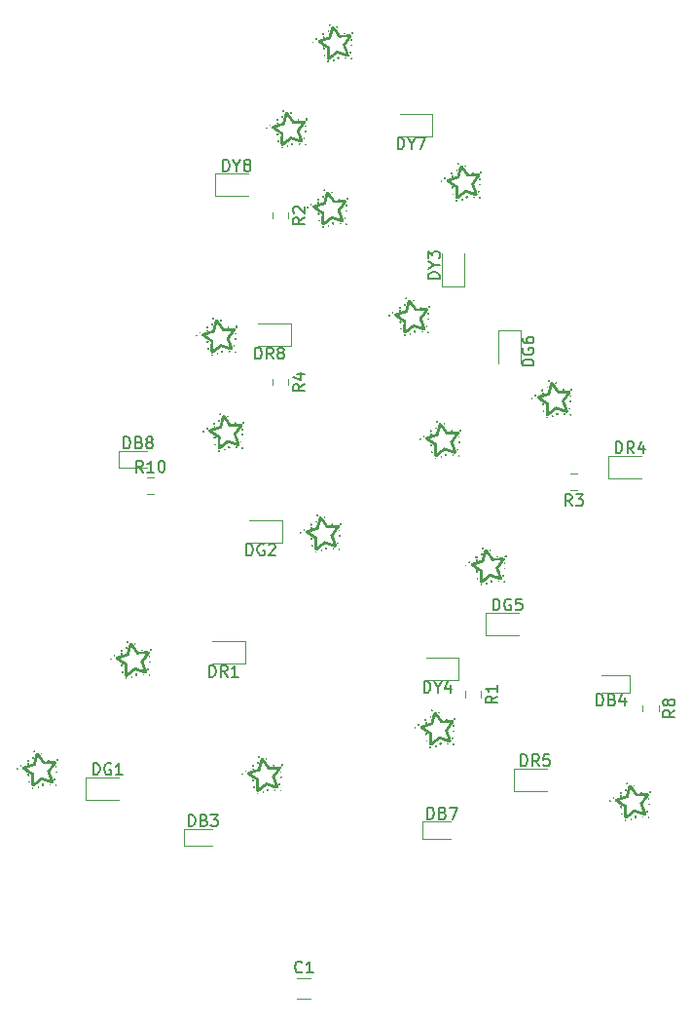
<source format=gbr>
%TF.GenerationSoftware,KiCad,Pcbnew,(5.1.8)-1*%
%TF.CreationDate,2021-11-03T02:04:31+01:00*%
%TF.ProjectId,BaumUnten,4261756d-556e-4746-956e-2e6b69636164,rev?*%
%TF.SameCoordinates,Original*%
%TF.FileFunction,Legend,Top*%
%TF.FilePolarity,Positive*%
%FSLAX46Y46*%
G04 Gerber Fmt 4.6, Leading zero omitted, Abs format (unit mm)*
G04 Created by KiCad (PCBNEW (5.1.8)-1) date 2021-11-03 02:04:31*
%MOMM*%
%LPD*%
G01*
G04 APERTURE LIST*
%ADD10C,0.010000*%
%ADD11C,0.120000*%
%ADD12C,0.150000*%
G04 APERTURE END LIST*
D10*
%TO.C,G\u002A\u002A\u002A*%
G36*
X110526912Y-105277545D02*
G01*
X110538350Y-105287190D01*
X110547666Y-105299778D01*
X110552315Y-105312453D01*
X110552460Y-105314708D01*
X110549650Y-105324788D01*
X110542774Y-105336299D01*
X110534163Y-105346151D01*
X110526148Y-105351250D01*
X110524776Y-105351427D01*
X110517567Y-105352854D01*
X110515111Y-105353667D01*
X110506765Y-105353420D01*
X110497841Y-105350228D01*
X110484057Y-105339211D01*
X110475485Y-105324293D01*
X110473550Y-105308416D01*
X110474851Y-105302745D01*
X110483733Y-105289188D01*
X110497988Y-105278642D01*
X110513849Y-105273773D01*
X110515895Y-105273695D01*
X110526912Y-105277545D01*
G37*
X110526912Y-105277545D02*
X110538350Y-105287190D01*
X110547666Y-105299778D01*
X110552315Y-105312453D01*
X110552460Y-105314708D01*
X110549650Y-105324788D01*
X110542774Y-105336299D01*
X110534163Y-105346151D01*
X110526148Y-105351250D01*
X110524776Y-105351427D01*
X110517567Y-105352854D01*
X110515111Y-105353667D01*
X110506765Y-105353420D01*
X110497841Y-105350228D01*
X110484057Y-105339211D01*
X110475485Y-105324293D01*
X110473550Y-105308416D01*
X110474851Y-105302745D01*
X110483733Y-105289188D01*
X110497988Y-105278642D01*
X110513849Y-105273773D01*
X110515895Y-105273695D01*
X110526912Y-105277545D01*
G36*
X111163866Y-105467715D02*
G01*
X111173297Y-105472857D01*
X111181780Y-105483692D01*
X111183757Y-105497419D01*
X111179315Y-105510592D01*
X111172189Y-105517796D01*
X111159262Y-105524189D01*
X111148793Y-105523264D01*
X111138597Y-105515858D01*
X111130123Y-105502600D01*
X111129929Y-105487986D01*
X111137735Y-105474884D01*
X111150367Y-105466844D01*
X111163866Y-105467715D01*
G37*
X111163866Y-105467715D02*
X111173297Y-105472857D01*
X111181780Y-105483692D01*
X111183757Y-105497419D01*
X111179315Y-105510592D01*
X111172189Y-105517796D01*
X111159262Y-105524189D01*
X111148793Y-105523264D01*
X111138597Y-105515858D01*
X111130123Y-105502600D01*
X111129929Y-105487986D01*
X111137735Y-105474884D01*
X111150367Y-105466844D01*
X111163866Y-105467715D01*
G36*
X110437697Y-105826329D02*
G01*
X110443073Y-105831183D01*
X110453943Y-105847233D01*
X110455865Y-105864152D01*
X110448773Y-105881063D01*
X110446962Y-105883502D01*
X110434081Y-105893186D01*
X110417913Y-105896129D01*
X110401396Y-105892288D01*
X110389930Y-105884326D01*
X110380185Y-105869267D01*
X110379264Y-105853220D01*
X110387104Y-105837343D01*
X110392908Y-105831083D01*
X110408402Y-105820491D01*
X110423075Y-105818905D01*
X110437697Y-105826329D01*
G37*
X110437697Y-105826329D02*
X110443073Y-105831183D01*
X110453943Y-105847233D01*
X110455865Y-105864152D01*
X110448773Y-105881063D01*
X110446962Y-105883502D01*
X110434081Y-105893186D01*
X110417913Y-105896129D01*
X110401396Y-105892288D01*
X110389930Y-105884326D01*
X110380185Y-105869267D01*
X110379264Y-105853220D01*
X110387104Y-105837343D01*
X110392908Y-105831083D01*
X110408402Y-105820491D01*
X110423075Y-105818905D01*
X110437697Y-105826329D01*
G36*
X112531076Y-105994041D02*
G01*
X112547020Y-106002371D01*
X112561698Y-106017940D01*
X112565672Y-106023453D01*
X112572942Y-106039120D01*
X112572155Y-106054467D01*
X112563059Y-106070689D01*
X112553512Y-106081336D01*
X112540933Y-106092930D01*
X112530967Y-106098975D01*
X112520546Y-106101083D01*
X112515789Y-106101189D01*
X112500612Y-106099133D01*
X112487168Y-106094276D01*
X112486028Y-106093611D01*
X112470236Y-106078708D01*
X112461015Y-106058763D01*
X112459175Y-106044054D01*
X112463294Y-106026983D01*
X112474065Y-106011030D01*
X112489104Y-105998584D01*
X112506031Y-105992033D01*
X112511521Y-105991571D01*
X112531076Y-105994041D01*
G37*
X112531076Y-105994041D02*
X112547020Y-106002371D01*
X112561698Y-106017940D01*
X112565672Y-106023453D01*
X112572942Y-106039120D01*
X112572155Y-106054467D01*
X112563059Y-106070689D01*
X112553512Y-106081336D01*
X112540933Y-106092930D01*
X112530967Y-106098975D01*
X112520546Y-106101083D01*
X112515789Y-106101189D01*
X112500612Y-106099133D01*
X112487168Y-106094276D01*
X112486028Y-106093611D01*
X112470236Y-106078708D01*
X112461015Y-106058763D01*
X112459175Y-106044054D01*
X112463294Y-106026983D01*
X112474065Y-106011030D01*
X112489104Y-105998584D01*
X112506031Y-105992033D01*
X112511521Y-105991571D01*
X112531076Y-105994041D01*
G36*
X111818812Y-106050276D02*
G01*
X111829409Y-106059608D01*
X111836277Y-106071173D01*
X111837321Y-106076891D01*
X111833274Y-106088957D01*
X111823077Y-106098052D01*
X111809646Y-106102406D01*
X111797611Y-106100967D01*
X111786100Y-106092444D01*
X111778924Y-106079181D01*
X111777879Y-106072068D01*
X111781679Y-106062757D01*
X111790836Y-106053591D01*
X111801984Y-106047465D01*
X111807665Y-106046441D01*
X111818812Y-106050276D01*
G37*
X111818812Y-106050276D02*
X111829409Y-106059608D01*
X111836277Y-106071173D01*
X111837321Y-106076891D01*
X111833274Y-106088957D01*
X111823077Y-106098052D01*
X111809646Y-106102406D01*
X111797611Y-106100967D01*
X111786100Y-106092444D01*
X111778924Y-106079181D01*
X111777879Y-106072068D01*
X111781679Y-106062757D01*
X111790836Y-106053591D01*
X111801984Y-106047465D01*
X111807665Y-106046441D01*
X111818812Y-106050276D01*
G36*
X109994001Y-106059767D02*
G01*
X110010324Y-106070817D01*
X110023152Y-106086496D01*
X110030334Y-106104562D01*
X110031153Y-106112741D01*
X110027040Y-106131530D01*
X110016134Y-106147959D01*
X110000531Y-106160326D01*
X109982324Y-106166927D01*
X109965090Y-106166447D01*
X109946078Y-106157566D01*
X109931365Y-106142405D01*
X109922842Y-106123334D01*
X109921478Y-106111825D01*
X109925555Y-106093871D01*
X109936251Y-106077132D01*
X109951339Y-106063894D01*
X109968587Y-106056442D01*
X109976331Y-106055586D01*
X109994001Y-106059767D01*
G37*
X109994001Y-106059767D02*
X110010324Y-106070817D01*
X110023152Y-106086496D01*
X110030334Y-106104562D01*
X110031153Y-106112741D01*
X110027040Y-106131530D01*
X110016134Y-106147959D01*
X110000531Y-106160326D01*
X109982324Y-106166927D01*
X109965090Y-106166447D01*
X109946078Y-106157566D01*
X109931365Y-106142405D01*
X109922842Y-106123334D01*
X109921478Y-106111825D01*
X109925555Y-106093871D01*
X109936251Y-106077132D01*
X109951339Y-106063894D01*
X109968587Y-106056442D01*
X109976331Y-106055586D01*
X109994001Y-106059767D01*
G36*
X110028071Y-106353542D02*
G01*
X110041909Y-106364384D01*
X110048422Y-106379269D01*
X110049344Y-106389809D01*
X110045557Y-106406003D01*
X110035422Y-106418535D01*
X110021244Y-106425821D01*
X110005328Y-106426276D01*
X109999193Y-106424280D01*
X109984386Y-106415529D01*
X109976282Y-106403918D01*
X109973201Y-106391920D01*
X109972638Y-106380345D01*
X109976598Y-106371117D01*
X109984560Y-106362152D01*
X109999441Y-106351123D01*
X110014177Y-106348773D01*
X110028071Y-106353542D01*
G37*
X110028071Y-106353542D02*
X110041909Y-106364384D01*
X110048422Y-106379269D01*
X110049344Y-106389809D01*
X110045557Y-106406003D01*
X110035422Y-106418535D01*
X110021244Y-106425821D01*
X110005328Y-106426276D01*
X109999193Y-106424280D01*
X109984386Y-106415529D01*
X109976282Y-106403918D01*
X109973201Y-106391920D01*
X109972638Y-106380345D01*
X109976598Y-106371117D01*
X109984560Y-106362152D01*
X109999441Y-106351123D01*
X110014177Y-106348773D01*
X110028071Y-106353542D01*
G36*
X109368651Y-106525716D02*
G01*
X109379511Y-106534861D01*
X109385904Y-106546303D01*
X109386484Y-106550481D01*
X109383027Y-106560058D01*
X109374705Y-106570524D01*
X109364586Y-106578683D01*
X109356763Y-106581418D01*
X109348753Y-106578376D01*
X109339061Y-106570973D01*
X109338265Y-106570195D01*
X109330540Y-106559886D01*
X109327058Y-106550135D01*
X109327042Y-106549619D01*
X109331045Y-106537687D01*
X109340929Y-106527559D01*
X109353508Y-106522215D01*
X109356584Y-106521976D01*
X109368651Y-106525716D01*
G37*
X109368651Y-106525716D02*
X109379511Y-106534861D01*
X109385904Y-106546303D01*
X109386484Y-106550481D01*
X109383027Y-106560058D01*
X109374705Y-106570524D01*
X109364586Y-106578683D01*
X109356763Y-106581418D01*
X109348753Y-106578376D01*
X109339061Y-106570973D01*
X109338265Y-106570195D01*
X109330540Y-106559886D01*
X109327058Y-106550135D01*
X109327042Y-106549619D01*
X109331045Y-106537687D01*
X109340929Y-106527559D01*
X109353508Y-106522215D01*
X109356584Y-106521976D01*
X109368651Y-106525716D01*
G36*
X112435658Y-106597228D02*
G01*
X112445457Y-106604280D01*
X112452972Y-106617015D01*
X112453611Y-106630967D01*
X112448310Y-106643560D01*
X112438007Y-106652217D01*
X112427168Y-106654578D01*
X112418194Y-106652076D01*
X112409895Y-106647460D01*
X112401584Y-106636720D01*
X112400096Y-106622993D01*
X112405441Y-106609395D01*
X112409740Y-106604459D01*
X112422971Y-106596297D01*
X112435658Y-106597228D01*
G37*
X112435658Y-106597228D02*
X112445457Y-106604280D01*
X112452972Y-106617015D01*
X112453611Y-106630967D01*
X112448310Y-106643560D01*
X112438007Y-106652217D01*
X112427168Y-106654578D01*
X112418194Y-106652076D01*
X112409895Y-106647460D01*
X112401584Y-106636720D01*
X112400096Y-106622993D01*
X112405441Y-106609395D01*
X112409740Y-106604459D01*
X112422971Y-106596297D01*
X112435658Y-106597228D01*
G36*
X109064061Y-106790890D02*
G01*
X109074916Y-106799171D01*
X109080990Y-106807820D01*
X109083764Y-106817405D01*
X109081006Y-106826075D01*
X109077042Y-106831892D01*
X109064662Y-106842838D01*
X109051021Y-106845519D01*
X109037888Y-106839734D01*
X109034628Y-106836662D01*
X109027010Y-106823067D01*
X109028180Y-106809173D01*
X109037949Y-106796442D01*
X109039988Y-106794839D01*
X109050063Y-106788839D01*
X109058583Y-106788778D01*
X109064061Y-106790890D01*
G37*
X109064061Y-106790890D02*
X109074916Y-106799171D01*
X109080990Y-106807820D01*
X109083764Y-106817405D01*
X109081006Y-106826075D01*
X109077042Y-106831892D01*
X109064662Y-106842838D01*
X109051021Y-106845519D01*
X109037888Y-106839734D01*
X109034628Y-106836662D01*
X109027010Y-106823067D01*
X109028180Y-106809173D01*
X109037949Y-106796442D01*
X109039988Y-106794839D01*
X109050063Y-106788839D01*
X109058583Y-106788778D01*
X109064061Y-106790890D01*
G36*
X112445402Y-107065092D02*
G01*
X112447127Y-107066431D01*
X112456998Y-107078867D01*
X112458343Y-107092756D01*
X112451027Y-107106215D01*
X112450030Y-107107251D01*
X112436696Y-107115295D01*
X112422783Y-107114654D01*
X112410124Y-107105461D01*
X112409130Y-107104246D01*
X112402404Y-107090197D01*
X112404795Y-107076794D01*
X112415080Y-107065057D01*
X112425438Y-107058441D01*
X112434382Y-107058403D01*
X112445402Y-107065092D01*
G37*
X112445402Y-107065092D02*
X112447127Y-107066431D01*
X112456998Y-107078867D01*
X112458343Y-107092756D01*
X112451027Y-107106215D01*
X112450030Y-107107251D01*
X112436696Y-107115295D01*
X112422783Y-107114654D01*
X112410124Y-107105461D01*
X112409130Y-107104246D01*
X112402404Y-107090197D01*
X112404795Y-107076794D01*
X112415080Y-107065057D01*
X112425438Y-107058441D01*
X112434382Y-107058403D01*
X112445402Y-107065092D01*
G36*
X110043198Y-107294716D02*
G01*
X110058050Y-107310545D01*
X110062652Y-107318724D01*
X110068458Y-107332880D01*
X110069689Y-107344169D01*
X110067502Y-107355341D01*
X110058139Y-107374033D01*
X110043185Y-107387185D01*
X110024763Y-107394093D01*
X110004995Y-107394054D01*
X109986002Y-107386363D01*
X109982204Y-107383626D01*
X109968191Y-107367451D01*
X109961627Y-107348373D01*
X109962443Y-107328562D01*
X109970570Y-107310187D01*
X109985009Y-107296032D01*
X110005275Y-107287050D01*
X110025139Y-107286748D01*
X110043198Y-107294716D01*
G37*
X110043198Y-107294716D02*
X110058050Y-107310545D01*
X110062652Y-107318724D01*
X110068458Y-107332880D01*
X110069689Y-107344169D01*
X110067502Y-107355341D01*
X110058139Y-107374033D01*
X110043185Y-107387185D01*
X110024763Y-107394093D01*
X110004995Y-107394054D01*
X109986002Y-107386363D01*
X109982204Y-107383626D01*
X109968191Y-107367451D01*
X109961627Y-107348373D01*
X109962443Y-107328562D01*
X109970570Y-107310187D01*
X109985009Y-107296032D01*
X110005275Y-107287050D01*
X110025139Y-107286748D01*
X110043198Y-107294716D01*
G36*
X112309495Y-107687318D02*
G01*
X112318996Y-107692777D01*
X112328512Y-107704518D01*
X112330627Y-107717090D01*
X112326730Y-107728790D01*
X112318209Y-107737917D01*
X112306449Y-107742770D01*
X112292841Y-107741648D01*
X112283247Y-107736611D01*
X112276872Y-107727056D01*
X112274845Y-107713679D01*
X112277376Y-107700813D01*
X112281230Y-107695085D01*
X112295188Y-107686645D01*
X112309495Y-107687318D01*
G37*
X112309495Y-107687318D02*
X112318996Y-107692777D01*
X112328512Y-107704518D01*
X112330627Y-107717090D01*
X112326730Y-107728790D01*
X112318209Y-107737917D01*
X112306449Y-107742770D01*
X112292841Y-107741648D01*
X112283247Y-107736611D01*
X112276872Y-107727056D01*
X112274845Y-107713679D01*
X112277376Y-107700813D01*
X112281230Y-107695085D01*
X112295188Y-107686645D01*
X112309495Y-107687318D01*
G36*
X110081168Y-107929460D02*
G01*
X110090742Y-107938933D01*
X110095044Y-107951525D01*
X110092999Y-107964621D01*
X110086853Y-107973023D01*
X110074115Y-107979435D01*
X110059676Y-107979621D01*
X110047668Y-107973541D01*
X110047530Y-107973405D01*
X110042146Y-107963585D01*
X110040345Y-107953155D01*
X110044133Y-107937983D01*
X110054585Y-107928414D01*
X110067398Y-107925721D01*
X110081168Y-107929460D01*
G37*
X110081168Y-107929460D02*
X110090742Y-107938933D01*
X110095044Y-107951525D01*
X110092999Y-107964621D01*
X110086853Y-107973023D01*
X110074115Y-107979435D01*
X110059676Y-107979621D01*
X110047668Y-107973541D01*
X110047530Y-107973405D01*
X110042146Y-107963585D01*
X110040345Y-107953155D01*
X110044133Y-107937983D01*
X110054585Y-107928414D01*
X110067398Y-107925721D01*
X110081168Y-107929460D01*
G36*
X111923948Y-108155823D02*
G01*
X111935491Y-108163337D01*
X111942698Y-108176579D01*
X111942811Y-108190182D01*
X111937139Y-108202061D01*
X111926994Y-108210130D01*
X111913688Y-108212305D01*
X111905908Y-108210396D01*
X111894111Y-108201579D01*
X111888584Y-108188563D01*
X111889903Y-108174303D01*
X111896763Y-108163488D01*
X111909940Y-108155630D01*
X111923948Y-108155823D01*
G37*
X111923948Y-108155823D02*
X111935491Y-108163337D01*
X111942698Y-108176579D01*
X111942811Y-108190182D01*
X111937139Y-108202061D01*
X111926994Y-108210130D01*
X111913688Y-108212305D01*
X111905908Y-108210396D01*
X111894111Y-108201579D01*
X111888584Y-108188563D01*
X111889903Y-108174303D01*
X111896763Y-108163488D01*
X111909940Y-108155630D01*
X111923948Y-108155823D01*
G36*
X111280522Y-108132703D02*
G01*
X111298296Y-108139310D01*
X111313438Y-108152771D01*
X111317727Y-108159098D01*
X111324751Y-108178986D01*
X111323143Y-108198820D01*
X111313303Y-108217128D01*
X111298171Y-108230795D01*
X111280242Y-108239378D01*
X111262673Y-108239754D01*
X111243280Y-108231942D01*
X111242197Y-108231322D01*
X111225576Y-108217665D01*
X111217019Y-108200149D01*
X111215466Y-108185908D01*
X111219274Y-108165350D01*
X111229492Y-108149275D01*
X111244312Y-108138160D01*
X111261925Y-108132478D01*
X111280522Y-108132703D01*
G37*
X111280522Y-108132703D02*
X111298296Y-108139310D01*
X111313438Y-108152771D01*
X111317727Y-108159098D01*
X111324751Y-108178986D01*
X111323143Y-108198820D01*
X111313303Y-108217128D01*
X111298171Y-108230795D01*
X111280242Y-108239378D01*
X111262673Y-108239754D01*
X111243280Y-108231942D01*
X111242197Y-108231322D01*
X111225576Y-108217665D01*
X111217019Y-108200149D01*
X111215466Y-108185908D01*
X111219274Y-108165350D01*
X111229492Y-108149275D01*
X111244312Y-108138160D01*
X111261925Y-108132478D01*
X111280522Y-108132703D01*
G36*
X112423454Y-108215823D02*
G01*
X112435776Y-108225575D01*
X112435981Y-108225833D01*
X112444056Y-108239913D01*
X112443619Y-108251786D01*
X112434577Y-108262810D01*
X112433410Y-108263751D01*
X112418676Y-108271929D01*
X112405662Y-108271396D01*
X112395160Y-108264082D01*
X112387250Y-108250586D01*
X112387670Y-108235976D01*
X112396023Y-108223108D01*
X112409845Y-108214977D01*
X112423454Y-108215823D01*
G37*
X112423454Y-108215823D02*
X112435776Y-108225575D01*
X112435981Y-108225833D01*
X112444056Y-108239913D01*
X112443619Y-108251786D01*
X112434577Y-108262810D01*
X112433410Y-108263751D01*
X112418676Y-108271929D01*
X112405662Y-108271396D01*
X112395160Y-108264082D01*
X112387250Y-108250586D01*
X112387670Y-108235976D01*
X112396023Y-108223108D01*
X112409845Y-108214977D01*
X112423454Y-108215823D01*
G36*
X110808731Y-105453700D02*
G01*
X110824593Y-105458975D01*
X110841698Y-105468207D01*
X110860367Y-105481754D01*
X110880918Y-105499976D01*
X110903671Y-105523232D01*
X110928946Y-105551881D01*
X110957063Y-105586284D01*
X110988341Y-105626798D01*
X111023100Y-105673785D01*
X111061659Y-105727602D01*
X111104338Y-105788610D01*
X111142575Y-105844169D01*
X111160752Y-105870728D01*
X111179954Y-105898764D01*
X111198466Y-105925776D01*
X111214575Y-105949263D01*
X111222472Y-105960766D01*
X111238304Y-105983819D01*
X111256867Y-106010856D01*
X111275719Y-106038322D01*
X111290703Y-106060158D01*
X111317321Y-106098809D01*
X111341058Y-106132982D01*
X111361537Y-106162147D01*
X111378379Y-106185772D01*
X111391204Y-106203323D01*
X111399634Y-106214270D01*
X111403073Y-106217992D01*
X111408737Y-106218544D01*
X111422070Y-106218565D01*
X111441613Y-106218092D01*
X111465907Y-106217161D01*
X111493494Y-106215811D01*
X111497693Y-106215582D01*
X111532785Y-106213646D01*
X111571562Y-106211514D01*
X111610512Y-106209379D01*
X111646127Y-106207432D01*
X111665854Y-106206358D01*
X111693915Y-106204783D01*
X111728480Y-106202764D01*
X111766928Y-106200459D01*
X111806637Y-106198026D01*
X111844986Y-106195623D01*
X111857897Y-106194799D01*
X111894714Y-106192685D01*
X111937913Y-106190611D01*
X111984731Y-106188686D01*
X112032404Y-106187015D01*
X112078170Y-106185706D01*
X112110255Y-106185014D01*
X112151564Y-106184355D01*
X112185038Y-106184022D01*
X112211981Y-106184055D01*
X112233699Y-106184493D01*
X112251495Y-106185372D01*
X112266676Y-106186733D01*
X112280546Y-106188614D01*
X112290605Y-106190339D01*
X112327199Y-106198739D01*
X112355299Y-106209232D01*
X112375427Y-106222378D01*
X112388104Y-106238731D01*
X112393850Y-106258849D01*
X112393187Y-106283288D01*
X112390640Y-106297193D01*
X112385005Y-106316222D01*
X112375791Y-106338414D01*
X112362730Y-106364178D01*
X112345553Y-106393924D01*
X112323991Y-106428062D01*
X112297775Y-106467002D01*
X112266638Y-106511154D01*
X112230310Y-106560928D01*
X112188523Y-106616733D01*
X112141008Y-106678979D01*
X112136817Y-106684423D01*
X112126503Y-106697847D01*
X112112601Y-106715988D01*
X112097063Y-106736294D01*
X112084233Y-106753086D01*
X112056963Y-106788726D01*
X112030701Y-106822905D01*
X112007104Y-106853470D01*
X111992784Y-106871914D01*
X111984840Y-106882229D01*
X111973391Y-106897238D01*
X111960427Y-106914329D01*
X111955105Y-106921372D01*
X111942872Y-106937506D01*
X111932081Y-106951604D01*
X111924357Y-106961547D01*
X111922186Y-106964258D01*
X111916826Y-106971049D01*
X111907350Y-106983317D01*
X111895156Y-106999245D01*
X111883277Y-107014857D01*
X111866760Y-107037780D01*
X111856334Y-107055266D01*
X111851579Y-107068306D01*
X111852078Y-107077887D01*
X111854677Y-107082331D01*
X111858321Y-107089168D01*
X111862959Y-107100912D01*
X111864348Y-107104965D01*
X111869782Y-107120533D01*
X111875310Y-107135063D01*
X111876092Y-107136972D01*
X111884735Y-107158425D01*
X111895730Y-107186960D01*
X111906160Y-107214704D01*
X111912574Y-107231707D01*
X111918586Y-107247327D01*
X111921960Y-107255856D01*
X111927159Y-107268798D01*
X111933502Y-107284759D01*
X111935628Y-107290149D01*
X111941845Y-107305855D01*
X111947695Y-107320508D01*
X111949281Y-107324442D01*
X111954846Y-107338736D01*
X111960496Y-107354007D01*
X111960553Y-107354163D01*
X111965559Y-107367568D01*
X111970039Y-107378637D01*
X111970335Y-107379312D01*
X111973183Y-107386294D01*
X111978717Y-107400341D01*
X111986361Y-107419975D01*
X111995540Y-107443717D01*
X112005678Y-107470088D01*
X112006762Y-107472916D01*
X112017347Y-107500470D01*
X112027395Y-107526489D01*
X112036226Y-107549232D01*
X112043166Y-107566956D01*
X112047538Y-107577920D01*
X112047604Y-107578082D01*
X112067391Y-107628104D01*
X112086339Y-107679261D01*
X112103972Y-107730060D01*
X112119810Y-107779003D01*
X112133374Y-107824594D01*
X112144187Y-107865339D01*
X112151769Y-107899740D01*
X112153360Y-107908704D01*
X112156309Y-107943606D01*
X112152586Y-107972357D01*
X112142137Y-107995121D01*
X112124905Y-108012059D01*
X112116356Y-108017111D01*
X112098028Y-108023061D01*
X112073895Y-108026079D01*
X112046854Y-108026049D01*
X112019801Y-108022854D01*
X112012283Y-108021299D01*
X111995602Y-108017465D01*
X111975236Y-108012793D01*
X111960777Y-108009480D01*
X111943486Y-108005343D01*
X111928279Y-108001394D01*
X111919625Y-107998858D01*
X111909043Y-107995531D01*
X111893527Y-107990886D01*
X111880759Y-107987174D01*
X111863823Y-107982130D01*
X111842592Y-107975532D01*
X111819005Y-107968012D01*
X111794999Y-107960207D01*
X111772511Y-107952749D01*
X111753481Y-107946274D01*
X111739845Y-107941416D01*
X111734440Y-107939269D01*
X111726172Y-107936040D01*
X111711698Y-107930888D01*
X111693517Y-107924692D01*
X111684143Y-107921583D01*
X111664039Y-107914804D01*
X111638436Y-107905914D01*
X111610409Y-107895994D01*
X111583031Y-107886122D01*
X111578977Y-107884641D01*
X111553122Y-107875243D01*
X111527246Y-107865950D01*
X111504011Y-107857710D01*
X111486076Y-107851470D01*
X111482955Y-107850410D01*
X111465236Y-107844321D01*
X111442213Y-107836259D01*
X111417176Y-107827382D01*
X111398365Y-107820636D01*
X111374709Y-107812166D01*
X111351153Y-107803837D01*
X111330705Y-107796709D01*
X111318347Y-107792495D01*
X111302288Y-107786991D01*
X111288651Y-107782083D01*
X111281767Y-107779400D01*
X111273649Y-107776300D01*
X111259222Y-107771137D01*
X111240850Y-107764750D01*
X111228635Y-107760582D01*
X111184647Y-107745685D01*
X111164620Y-107761282D01*
X111153169Y-107770321D01*
X111144909Y-107777064D01*
X111142307Y-107779377D01*
X111138188Y-107782902D01*
X111128084Y-107791227D01*
X111113138Y-107803419D01*
X111094491Y-107818548D01*
X111073287Y-107835681D01*
X111072083Y-107836651D01*
X111023127Y-107876200D01*
X110976465Y-107914067D01*
X110929853Y-107952082D01*
X110881049Y-107992076D01*
X110827807Y-108035880D01*
X110819949Y-108042357D01*
X110802565Y-108056596D01*
X110785950Y-108070046D01*
X110772553Y-108080732D01*
X110767366Y-108084774D01*
X110754132Y-108095051D01*
X110739354Y-108106736D01*
X110724965Y-108118272D01*
X110712900Y-108128103D01*
X110705093Y-108134673D01*
X110703351Y-108136290D01*
X110696630Y-108142363D01*
X110684128Y-108152433D01*
X110667061Y-108165612D01*
X110646649Y-108181012D01*
X110624109Y-108197744D01*
X110600660Y-108214921D01*
X110577519Y-108231655D01*
X110555904Y-108247058D01*
X110537033Y-108260240D01*
X110522125Y-108270316D01*
X110512397Y-108276395D01*
X110509271Y-108277800D01*
X110504070Y-108280022D01*
X110494178Y-108285615D01*
X110489498Y-108288484D01*
X110461022Y-108303186D01*
X110432089Y-108312483D01*
X110405024Y-108315790D01*
X110387852Y-108314099D01*
X110373809Y-108308978D01*
X110361779Y-108299699D01*
X110351110Y-108285216D01*
X110341149Y-108264484D01*
X110331245Y-108236458D01*
X110323875Y-108211499D01*
X110321350Y-108197085D01*
X110319300Y-108173757D01*
X110317723Y-108141734D01*
X110316620Y-108101234D01*
X110315988Y-108052478D01*
X110315828Y-107995682D01*
X110316138Y-107931067D01*
X110316917Y-107858850D01*
X110318165Y-107779251D01*
X110319880Y-107692488D01*
X110322063Y-107598780D01*
X110324711Y-107498347D01*
X110326964Y-107420044D01*
X110329695Y-107328175D01*
X110305047Y-107311260D01*
X110290521Y-107301478D01*
X110268555Y-107286965D01*
X110239099Y-107267688D01*
X110202101Y-107243614D01*
X110157510Y-107214709D01*
X110105276Y-107180940D01*
X110083206Y-107166693D01*
X110063474Y-107154062D01*
X110046283Y-107143252D01*
X110033195Y-107135230D01*
X110025770Y-107130962D01*
X110024917Y-107130571D01*
X110018228Y-107126554D01*
X110017483Y-107125735D01*
X110012987Y-107122359D01*
X110002154Y-107115089D01*
X109986410Y-107104861D01*
X109967185Y-107092608D01*
X109958041Y-107086847D01*
X109936024Y-107072960D01*
X109915185Y-107059698D01*
X109897521Y-107048339D01*
X109885025Y-107040160D01*
X109882595Y-107038527D01*
X109872930Y-107032038D01*
X109857214Y-107021583D01*
X109837040Y-107008219D01*
X109814001Y-106992999D01*
X109791146Y-106977940D01*
X109735339Y-106940477D01*
X109687404Y-106906654D01*
X109646979Y-106876129D01*
X109613705Y-106848560D01*
X109587221Y-106823605D01*
X109567165Y-106800923D01*
X109555604Y-106783770D01*
X109848302Y-106783770D01*
X109850699Y-106793746D01*
X109856814Y-106807280D01*
X109861361Y-106815125D01*
X109871568Y-106829169D01*
X109885342Y-106844409D01*
X109903319Y-106861365D01*
X109926137Y-106880554D01*
X109954436Y-106902497D01*
X109988852Y-106927712D01*
X110030023Y-106956720D01*
X110064265Y-106980284D01*
X110066769Y-106981971D01*
X110070458Y-106984403D01*
X110075973Y-106987993D01*
X110083956Y-106993153D01*
X110095048Y-107000294D01*
X110109891Y-107009830D01*
X110129127Y-107022171D01*
X110153396Y-107037729D01*
X110183341Y-107056918D01*
X110219604Y-107080149D01*
X110262824Y-107107835D01*
X110270328Y-107112641D01*
X110313129Y-107140066D01*
X110348925Y-107163030D01*
X110378422Y-107181992D01*
X110402325Y-107197409D01*
X110421339Y-107209739D01*
X110436169Y-107219441D01*
X110447520Y-107226973D01*
X110456096Y-107232792D01*
X110462604Y-107237357D01*
X110465479Y-107239442D01*
X110480486Y-107250464D01*
X110477408Y-107401764D01*
X110476435Y-107446186D01*
X110475251Y-107494866D01*
X110473928Y-107545139D01*
X110472539Y-107594341D01*
X110471157Y-107639807D01*
X110469853Y-107678873D01*
X110469817Y-107679900D01*
X110468094Y-107748372D01*
X110468000Y-107810346D01*
X110469516Y-107865297D01*
X110472618Y-107912700D01*
X110477285Y-107952032D01*
X110482153Y-107977426D01*
X110491555Y-108005550D01*
X110504427Y-108025240D01*
X110520873Y-108036567D01*
X110540994Y-108039599D01*
X110564895Y-108034406D01*
X110566178Y-108033937D01*
X110606488Y-108015904D01*
X110644109Y-107993401D01*
X110650768Y-107988669D01*
X110689219Y-107960351D01*
X110722806Y-107935353D01*
X110751027Y-107914055D01*
X110773383Y-107896840D01*
X110789373Y-107884090D01*
X110798498Y-107876184D01*
X110799373Y-107875305D01*
X110803993Y-107871389D01*
X110813520Y-107863801D01*
X110822235Y-107857016D01*
X110836099Y-107846139D01*
X110848845Y-107835856D01*
X110854242Y-107831351D01*
X110861678Y-107825137D01*
X110874691Y-107814409D01*
X110891762Y-107800414D01*
X110911367Y-107784403D01*
X110922829Y-107775067D01*
X110942953Y-107758674D01*
X110961169Y-107743802D01*
X110976027Y-107731635D01*
X110986078Y-107723361D01*
X110989130Y-107720816D01*
X110996026Y-107715108D01*
X111008390Y-107704998D01*
X111024576Y-107691829D01*
X111042936Y-107676943D01*
X111046286Y-107674233D01*
X111064091Y-107659790D01*
X111079258Y-107647413D01*
X111090407Y-107638233D01*
X111096156Y-107633384D01*
X111096583Y-107632987D01*
X111103807Y-107626492D01*
X111115338Y-107617251D01*
X111129094Y-107606798D01*
X111142995Y-107596664D01*
X111154959Y-107588382D01*
X111162906Y-107583486D01*
X111164737Y-107582786D01*
X111172803Y-107584863D01*
X111177806Y-107587213D01*
X111185258Y-107590409D01*
X111199254Y-107595618D01*
X111217630Y-107602055D01*
X111233756Y-107607473D01*
X111260095Y-107616314D01*
X111289602Y-107626458D01*
X111317384Y-107636216D01*
X111327492Y-107639840D01*
X111350932Y-107648240D01*
X111375372Y-107656875D01*
X111396952Y-107664384D01*
X111405223Y-107667211D01*
X111422943Y-107673313D01*
X111445967Y-107681385D01*
X111471005Y-107690269D01*
X111489814Y-107697016D01*
X111513469Y-107705486D01*
X111537026Y-107713815D01*
X111557474Y-107720943D01*
X111569832Y-107725157D01*
X111585894Y-107730684D01*
X111599531Y-107735648D01*
X111606412Y-107738391D01*
X111616624Y-107742315D01*
X111633683Y-107748221D01*
X111655666Y-107755498D01*
X111680649Y-107763533D01*
X111706709Y-107771715D01*
X111731923Y-107779433D01*
X111754369Y-107786076D01*
X111771020Y-107790737D01*
X111797266Y-107796753D01*
X111824932Y-107801416D01*
X111851323Y-107804405D01*
X111873742Y-107805398D01*
X111886759Y-107804575D01*
X111908862Y-107797256D01*
X111920368Y-107788507D01*
X111927275Y-107780725D01*
X111931181Y-107772804D01*
X111932923Y-107761818D01*
X111933341Y-107744844D01*
X111933342Y-107743231D01*
X111932094Y-107721271D01*
X111928204Y-107695682D01*
X111921453Y-107665661D01*
X111911620Y-107630406D01*
X111898486Y-107589116D01*
X111881831Y-107540987D01*
X111866260Y-107498196D01*
X111859347Y-107479818D01*
X111852657Y-107462526D01*
X111847688Y-107450185D01*
X111842238Y-107436961D01*
X111837868Y-107425933D01*
X111837528Y-107425037D01*
X111834645Y-107417556D01*
X111829132Y-107403421D01*
X111821713Y-107384482D01*
X111813113Y-107362591D01*
X111810697Y-107356450D01*
X111793694Y-107313092D01*
X111776939Y-107270055D01*
X111760761Y-107228209D01*
X111745488Y-107188422D01*
X111731450Y-107151564D01*
X111718976Y-107118504D01*
X111708395Y-107090111D01*
X111700035Y-107067254D01*
X111694225Y-107050803D01*
X111691295Y-107041628D01*
X111691002Y-107040150D01*
X111692409Y-107036529D01*
X111696854Y-107029255D01*
X111704674Y-107017873D01*
X111716206Y-107001929D01*
X111731788Y-106980969D01*
X111751756Y-106954538D01*
X111776447Y-106922181D01*
X111806198Y-106883445D01*
X111832827Y-106848907D01*
X111880684Y-106786778D01*
X111923145Y-106731321D01*
X111960519Y-106682061D01*
X111993118Y-106638523D01*
X112021251Y-106600234D01*
X112045230Y-106566719D01*
X112065364Y-106537504D01*
X112081965Y-106512115D01*
X112095343Y-106490078D01*
X112105808Y-106470919D01*
X112113672Y-106454163D01*
X112119244Y-106439336D01*
X112122835Y-106425964D01*
X112124756Y-106413573D01*
X112125317Y-106402282D01*
X112124470Y-106388057D01*
X112120440Y-106378497D01*
X112111163Y-106369193D01*
X112109000Y-106367389D01*
X112098898Y-106360118D01*
X112087396Y-106354298D01*
X112073419Y-106349784D01*
X112055891Y-106346430D01*
X112033737Y-106344090D01*
X112005879Y-106342618D01*
X111971243Y-106341869D01*
X111928753Y-106341695D01*
X111919625Y-106341716D01*
X111881738Y-106342056D01*
X111841276Y-106342811D01*
X111800911Y-106343903D01*
X111763313Y-106345255D01*
X111731154Y-106346792D01*
X111720723Y-106347421D01*
X111643357Y-106352365D01*
X111574949Y-106356548D01*
X111515346Y-106359975D01*
X111464394Y-106362655D01*
X111421939Y-106364592D01*
X111387828Y-106365795D01*
X111361905Y-106366270D01*
X111344018Y-106366022D01*
X111334012Y-106365061D01*
X111331872Y-106364280D01*
X111327279Y-106358944D01*
X111318733Y-106347532D01*
X111307345Y-106331580D01*
X111294230Y-106312624D01*
X111290455Y-106307071D01*
X111275174Y-106284589D01*
X111256561Y-106257346D01*
X111236503Y-106228094D01*
X111216882Y-106199583D01*
X111207436Y-106185901D01*
X111189389Y-106159775D01*
X111170468Y-106132344D01*
X111152366Y-106106066D01*
X111136778Y-106083398D01*
X111129442Y-106072708D01*
X111089780Y-106015257D01*
X111054508Y-105965079D01*
X111023229Y-105921654D01*
X110995549Y-105884462D01*
X110971071Y-105852983D01*
X110949399Y-105826696D01*
X110930140Y-105805080D01*
X110912896Y-105787617D01*
X110912180Y-105786939D01*
X110893654Y-105770684D01*
X110878199Y-105760549D01*
X110863416Y-105755325D01*
X110846906Y-105753804D01*
X110846378Y-105753803D01*
X110831376Y-105757192D01*
X110816529Y-105767551D01*
X110801693Y-105785172D01*
X110786721Y-105810347D01*
X110771467Y-105843367D01*
X110755787Y-105884523D01*
X110739534Y-105934106D01*
X110722563Y-105992407D01*
X110717173Y-106012147D01*
X110713904Y-106024122D01*
X110709331Y-106040676D01*
X110705818Y-106053299D01*
X110701669Y-106068490D01*
X110695983Y-106089755D01*
X110689498Y-106114313D01*
X110682954Y-106139383D01*
X110682748Y-106140176D01*
X110676232Y-106165212D01*
X110669779Y-106189829D01*
X110664122Y-106211244D01*
X110659992Y-106226678D01*
X110659890Y-106227053D01*
X110656881Y-106238183D01*
X110653539Y-106250653D01*
X110649540Y-106265689D01*
X110644561Y-106284515D01*
X110638277Y-106308356D01*
X110630364Y-106338437D01*
X110620500Y-106375983D01*
X110619084Y-106381373D01*
X110609735Y-106416900D01*
X110602309Y-106444602D01*
X110596398Y-106465500D01*
X110591593Y-106480613D01*
X110587486Y-106490958D01*
X110583668Y-106497556D01*
X110579731Y-106501424D01*
X110575266Y-106503583D01*
X110569866Y-106505051D01*
X110569467Y-106505148D01*
X110560097Y-106507529D01*
X110548726Y-106510633D01*
X110534060Y-106514838D01*
X110514805Y-106520523D01*
X110489667Y-106528065D01*
X110457355Y-106537843D01*
X110449580Y-106540202D01*
X110420975Y-106548861D01*
X110392237Y-106557517D01*
X110365816Y-106565434D01*
X110344158Y-106571878D01*
X110334109Y-106574837D01*
X110299488Y-106584981D01*
X110265650Y-106594934D01*
X110234714Y-106604068D01*
X110208799Y-106611760D01*
X110193522Y-106616329D01*
X110177205Y-106621193D01*
X110162155Y-106625610D01*
X110156943Y-106627112D01*
X110143198Y-106631044D01*
X110127297Y-106635614D01*
X110124935Y-106636295D01*
X110114214Y-106639596D01*
X110096856Y-106645177D01*
X110074881Y-106652378D01*
X110050313Y-106660539D01*
X110038059Y-106664649D01*
X109987639Y-106682448D01*
X109945794Y-106699120D01*
X109912061Y-106714954D01*
X109885980Y-106730238D01*
X109867090Y-106745264D01*
X109854930Y-106760319D01*
X109849040Y-106775694D01*
X109848302Y-106783770D01*
X109555604Y-106783770D01*
X109553177Y-106780170D01*
X109544896Y-106761007D01*
X109541962Y-106743089D01*
X109541947Y-106741756D01*
X109543043Y-106727204D01*
X109547469Y-106715610D01*
X109556931Y-106702747D01*
X109558360Y-106701063D01*
X109569262Y-106689328D01*
X109581354Y-106678672D01*
X109595809Y-106668430D01*
X109613801Y-106657934D01*
X109636503Y-106646519D01*
X109665089Y-106633517D01*
X109700731Y-106618262D01*
X109713414Y-106612964D01*
X109725960Y-106608246D01*
X109745994Y-106601327D01*
X109772238Y-106592612D01*
X109803413Y-106582503D01*
X109838242Y-106571403D01*
X109875445Y-106559715D01*
X109913745Y-106547842D01*
X109951863Y-106536187D01*
X109988520Y-106525154D01*
X110022438Y-106515144D01*
X110038059Y-106510624D01*
X110054736Y-106505763D01*
X110069432Y-106501355D01*
X110076925Y-106499011D01*
X110087517Y-106495752D01*
X110103049Y-106491203D01*
X110115791Y-106487579D01*
X110132483Y-106482813D01*
X110147188Y-106478469D01*
X110154656Y-106476148D01*
X110165249Y-106472890D01*
X110180781Y-106468341D01*
X110193522Y-106464717D01*
X110210215Y-106459951D01*
X110224919Y-106455606D01*
X110232388Y-106453286D01*
X110242968Y-106450003D01*
X110258482Y-106445387D01*
X110271254Y-106441679D01*
X110291069Y-106435936D01*
X110315523Y-106428736D01*
X110345743Y-106419745D01*
X110382859Y-106408626D01*
X110410714Y-106400251D01*
X110428930Y-106394921D01*
X110442530Y-106390604D01*
X110452509Y-106385981D01*
X110459861Y-106379727D01*
X110465580Y-106370524D01*
X110470660Y-106357047D01*
X110476096Y-106337976D01*
X110482881Y-106311990D01*
X110485972Y-106300212D01*
X110492271Y-106276479D01*
X110499087Y-106250950D01*
X110505128Y-106228463D01*
X110506127Y-106224767D01*
X110514786Y-106192718D01*
X110521787Y-106166679D01*
X110527875Y-106143836D01*
X110533796Y-106121375D01*
X110540296Y-106096483D01*
X110548120Y-106066345D01*
X110548538Y-106064731D01*
X110560846Y-106017289D01*
X110571253Y-105977289D01*
X110580133Y-105943314D01*
X110587860Y-105913947D01*
X110594809Y-105887773D01*
X110601352Y-105863374D01*
X110607865Y-105839336D01*
X110613741Y-105817818D01*
X110618155Y-105801611D01*
X110622001Y-105787342D01*
X110623622Y-105781238D01*
X110628531Y-105763494D01*
X110635293Y-105740423D01*
X110643365Y-105713750D01*
X110652202Y-105685196D01*
X110661259Y-105656484D01*
X110669993Y-105629339D01*
X110677859Y-105605482D01*
X110684311Y-105586636D01*
X110688807Y-105574524D01*
X110689366Y-105573191D01*
X110705455Y-105538502D01*
X110720557Y-105511156D01*
X110735629Y-105489558D01*
X110747635Y-105476027D01*
X110760413Y-105463547D01*
X110769779Y-105456354D01*
X110778510Y-105453005D01*
X110789381Y-105452055D01*
X110793793Y-105452021D01*
X110808731Y-105453700D01*
G37*
X110808731Y-105453700D02*
X110824593Y-105458975D01*
X110841698Y-105468207D01*
X110860367Y-105481754D01*
X110880918Y-105499976D01*
X110903671Y-105523232D01*
X110928946Y-105551881D01*
X110957063Y-105586284D01*
X110988341Y-105626798D01*
X111023100Y-105673785D01*
X111061659Y-105727602D01*
X111104338Y-105788610D01*
X111142575Y-105844169D01*
X111160752Y-105870728D01*
X111179954Y-105898764D01*
X111198466Y-105925776D01*
X111214575Y-105949263D01*
X111222472Y-105960766D01*
X111238304Y-105983819D01*
X111256867Y-106010856D01*
X111275719Y-106038322D01*
X111290703Y-106060158D01*
X111317321Y-106098809D01*
X111341058Y-106132982D01*
X111361537Y-106162147D01*
X111378379Y-106185772D01*
X111391204Y-106203323D01*
X111399634Y-106214270D01*
X111403073Y-106217992D01*
X111408737Y-106218544D01*
X111422070Y-106218565D01*
X111441613Y-106218092D01*
X111465907Y-106217161D01*
X111493494Y-106215811D01*
X111497693Y-106215582D01*
X111532785Y-106213646D01*
X111571562Y-106211514D01*
X111610512Y-106209379D01*
X111646127Y-106207432D01*
X111665854Y-106206358D01*
X111693915Y-106204783D01*
X111728480Y-106202764D01*
X111766928Y-106200459D01*
X111806637Y-106198026D01*
X111844986Y-106195623D01*
X111857897Y-106194799D01*
X111894714Y-106192685D01*
X111937913Y-106190611D01*
X111984731Y-106188686D01*
X112032404Y-106187015D01*
X112078170Y-106185706D01*
X112110255Y-106185014D01*
X112151564Y-106184355D01*
X112185038Y-106184022D01*
X112211981Y-106184055D01*
X112233699Y-106184493D01*
X112251495Y-106185372D01*
X112266676Y-106186733D01*
X112280546Y-106188614D01*
X112290605Y-106190339D01*
X112327199Y-106198739D01*
X112355299Y-106209232D01*
X112375427Y-106222378D01*
X112388104Y-106238731D01*
X112393850Y-106258849D01*
X112393187Y-106283288D01*
X112390640Y-106297193D01*
X112385005Y-106316222D01*
X112375791Y-106338414D01*
X112362730Y-106364178D01*
X112345553Y-106393924D01*
X112323991Y-106428062D01*
X112297775Y-106467002D01*
X112266638Y-106511154D01*
X112230310Y-106560928D01*
X112188523Y-106616733D01*
X112141008Y-106678979D01*
X112136817Y-106684423D01*
X112126503Y-106697847D01*
X112112601Y-106715988D01*
X112097063Y-106736294D01*
X112084233Y-106753086D01*
X112056963Y-106788726D01*
X112030701Y-106822905D01*
X112007104Y-106853470D01*
X111992784Y-106871914D01*
X111984840Y-106882229D01*
X111973391Y-106897238D01*
X111960427Y-106914329D01*
X111955105Y-106921372D01*
X111942872Y-106937506D01*
X111932081Y-106951604D01*
X111924357Y-106961547D01*
X111922186Y-106964258D01*
X111916826Y-106971049D01*
X111907350Y-106983317D01*
X111895156Y-106999245D01*
X111883277Y-107014857D01*
X111866760Y-107037780D01*
X111856334Y-107055266D01*
X111851579Y-107068306D01*
X111852078Y-107077887D01*
X111854677Y-107082331D01*
X111858321Y-107089168D01*
X111862959Y-107100912D01*
X111864348Y-107104965D01*
X111869782Y-107120533D01*
X111875310Y-107135063D01*
X111876092Y-107136972D01*
X111884735Y-107158425D01*
X111895730Y-107186960D01*
X111906160Y-107214704D01*
X111912574Y-107231707D01*
X111918586Y-107247327D01*
X111921960Y-107255856D01*
X111927159Y-107268798D01*
X111933502Y-107284759D01*
X111935628Y-107290149D01*
X111941845Y-107305855D01*
X111947695Y-107320508D01*
X111949281Y-107324442D01*
X111954846Y-107338736D01*
X111960496Y-107354007D01*
X111960553Y-107354163D01*
X111965559Y-107367568D01*
X111970039Y-107378637D01*
X111970335Y-107379312D01*
X111973183Y-107386294D01*
X111978717Y-107400341D01*
X111986361Y-107419975D01*
X111995540Y-107443717D01*
X112005678Y-107470088D01*
X112006762Y-107472916D01*
X112017347Y-107500470D01*
X112027395Y-107526489D01*
X112036226Y-107549232D01*
X112043166Y-107566956D01*
X112047538Y-107577920D01*
X112047604Y-107578082D01*
X112067391Y-107628104D01*
X112086339Y-107679261D01*
X112103972Y-107730060D01*
X112119810Y-107779003D01*
X112133374Y-107824594D01*
X112144187Y-107865339D01*
X112151769Y-107899740D01*
X112153360Y-107908704D01*
X112156309Y-107943606D01*
X112152586Y-107972357D01*
X112142137Y-107995121D01*
X112124905Y-108012059D01*
X112116356Y-108017111D01*
X112098028Y-108023061D01*
X112073895Y-108026079D01*
X112046854Y-108026049D01*
X112019801Y-108022854D01*
X112012283Y-108021299D01*
X111995602Y-108017465D01*
X111975236Y-108012793D01*
X111960777Y-108009480D01*
X111943486Y-108005343D01*
X111928279Y-108001394D01*
X111919625Y-107998858D01*
X111909043Y-107995531D01*
X111893527Y-107990886D01*
X111880759Y-107987174D01*
X111863823Y-107982130D01*
X111842592Y-107975532D01*
X111819005Y-107968012D01*
X111794999Y-107960207D01*
X111772511Y-107952749D01*
X111753481Y-107946274D01*
X111739845Y-107941416D01*
X111734440Y-107939269D01*
X111726172Y-107936040D01*
X111711698Y-107930888D01*
X111693517Y-107924692D01*
X111684143Y-107921583D01*
X111664039Y-107914804D01*
X111638436Y-107905914D01*
X111610409Y-107895994D01*
X111583031Y-107886122D01*
X111578977Y-107884641D01*
X111553122Y-107875243D01*
X111527246Y-107865950D01*
X111504011Y-107857710D01*
X111486076Y-107851470D01*
X111482955Y-107850410D01*
X111465236Y-107844321D01*
X111442213Y-107836259D01*
X111417176Y-107827382D01*
X111398365Y-107820636D01*
X111374709Y-107812166D01*
X111351153Y-107803837D01*
X111330705Y-107796709D01*
X111318347Y-107792495D01*
X111302288Y-107786991D01*
X111288651Y-107782083D01*
X111281767Y-107779400D01*
X111273649Y-107776300D01*
X111259222Y-107771137D01*
X111240850Y-107764750D01*
X111228635Y-107760582D01*
X111184647Y-107745685D01*
X111164620Y-107761282D01*
X111153169Y-107770321D01*
X111144909Y-107777064D01*
X111142307Y-107779377D01*
X111138188Y-107782902D01*
X111128084Y-107791227D01*
X111113138Y-107803419D01*
X111094491Y-107818548D01*
X111073287Y-107835681D01*
X111072083Y-107836651D01*
X111023127Y-107876200D01*
X110976465Y-107914067D01*
X110929853Y-107952082D01*
X110881049Y-107992076D01*
X110827807Y-108035880D01*
X110819949Y-108042357D01*
X110802565Y-108056596D01*
X110785950Y-108070046D01*
X110772553Y-108080732D01*
X110767366Y-108084774D01*
X110754132Y-108095051D01*
X110739354Y-108106736D01*
X110724965Y-108118272D01*
X110712900Y-108128103D01*
X110705093Y-108134673D01*
X110703351Y-108136290D01*
X110696630Y-108142363D01*
X110684128Y-108152433D01*
X110667061Y-108165612D01*
X110646649Y-108181012D01*
X110624109Y-108197744D01*
X110600660Y-108214921D01*
X110577519Y-108231655D01*
X110555904Y-108247058D01*
X110537033Y-108260240D01*
X110522125Y-108270316D01*
X110512397Y-108276395D01*
X110509271Y-108277800D01*
X110504070Y-108280022D01*
X110494178Y-108285615D01*
X110489498Y-108288484D01*
X110461022Y-108303186D01*
X110432089Y-108312483D01*
X110405024Y-108315790D01*
X110387852Y-108314099D01*
X110373809Y-108308978D01*
X110361779Y-108299699D01*
X110351110Y-108285216D01*
X110341149Y-108264484D01*
X110331245Y-108236458D01*
X110323875Y-108211499D01*
X110321350Y-108197085D01*
X110319300Y-108173757D01*
X110317723Y-108141734D01*
X110316620Y-108101234D01*
X110315988Y-108052478D01*
X110315828Y-107995682D01*
X110316138Y-107931067D01*
X110316917Y-107858850D01*
X110318165Y-107779251D01*
X110319880Y-107692488D01*
X110322063Y-107598780D01*
X110324711Y-107498347D01*
X110326964Y-107420044D01*
X110329695Y-107328175D01*
X110305047Y-107311260D01*
X110290521Y-107301478D01*
X110268555Y-107286965D01*
X110239099Y-107267688D01*
X110202101Y-107243614D01*
X110157510Y-107214709D01*
X110105276Y-107180940D01*
X110083206Y-107166693D01*
X110063474Y-107154062D01*
X110046283Y-107143252D01*
X110033195Y-107135230D01*
X110025770Y-107130962D01*
X110024917Y-107130571D01*
X110018228Y-107126554D01*
X110017483Y-107125735D01*
X110012987Y-107122359D01*
X110002154Y-107115089D01*
X109986410Y-107104861D01*
X109967185Y-107092608D01*
X109958041Y-107086847D01*
X109936024Y-107072960D01*
X109915185Y-107059698D01*
X109897521Y-107048339D01*
X109885025Y-107040160D01*
X109882595Y-107038527D01*
X109872930Y-107032038D01*
X109857214Y-107021583D01*
X109837040Y-107008219D01*
X109814001Y-106992999D01*
X109791146Y-106977940D01*
X109735339Y-106940477D01*
X109687404Y-106906654D01*
X109646979Y-106876129D01*
X109613705Y-106848560D01*
X109587221Y-106823605D01*
X109567165Y-106800923D01*
X109555604Y-106783770D01*
X109848302Y-106783770D01*
X109850699Y-106793746D01*
X109856814Y-106807280D01*
X109861361Y-106815125D01*
X109871568Y-106829169D01*
X109885342Y-106844409D01*
X109903319Y-106861365D01*
X109926137Y-106880554D01*
X109954436Y-106902497D01*
X109988852Y-106927712D01*
X110030023Y-106956720D01*
X110064265Y-106980284D01*
X110066769Y-106981971D01*
X110070458Y-106984403D01*
X110075973Y-106987993D01*
X110083956Y-106993153D01*
X110095048Y-107000294D01*
X110109891Y-107009830D01*
X110129127Y-107022171D01*
X110153396Y-107037729D01*
X110183341Y-107056918D01*
X110219604Y-107080149D01*
X110262824Y-107107835D01*
X110270328Y-107112641D01*
X110313129Y-107140066D01*
X110348925Y-107163030D01*
X110378422Y-107181992D01*
X110402325Y-107197409D01*
X110421339Y-107209739D01*
X110436169Y-107219441D01*
X110447520Y-107226973D01*
X110456096Y-107232792D01*
X110462604Y-107237357D01*
X110465479Y-107239442D01*
X110480486Y-107250464D01*
X110477408Y-107401764D01*
X110476435Y-107446186D01*
X110475251Y-107494866D01*
X110473928Y-107545139D01*
X110472539Y-107594341D01*
X110471157Y-107639807D01*
X110469853Y-107678873D01*
X110469817Y-107679900D01*
X110468094Y-107748372D01*
X110468000Y-107810346D01*
X110469516Y-107865297D01*
X110472618Y-107912700D01*
X110477285Y-107952032D01*
X110482153Y-107977426D01*
X110491555Y-108005550D01*
X110504427Y-108025240D01*
X110520873Y-108036567D01*
X110540994Y-108039599D01*
X110564895Y-108034406D01*
X110566178Y-108033937D01*
X110606488Y-108015904D01*
X110644109Y-107993401D01*
X110650768Y-107988669D01*
X110689219Y-107960351D01*
X110722806Y-107935353D01*
X110751027Y-107914055D01*
X110773383Y-107896840D01*
X110789373Y-107884090D01*
X110798498Y-107876184D01*
X110799373Y-107875305D01*
X110803993Y-107871389D01*
X110813520Y-107863801D01*
X110822235Y-107857016D01*
X110836099Y-107846139D01*
X110848845Y-107835856D01*
X110854242Y-107831351D01*
X110861678Y-107825137D01*
X110874691Y-107814409D01*
X110891762Y-107800414D01*
X110911367Y-107784403D01*
X110922829Y-107775067D01*
X110942953Y-107758674D01*
X110961169Y-107743802D01*
X110976027Y-107731635D01*
X110986078Y-107723361D01*
X110989130Y-107720816D01*
X110996026Y-107715108D01*
X111008390Y-107704998D01*
X111024576Y-107691829D01*
X111042936Y-107676943D01*
X111046286Y-107674233D01*
X111064091Y-107659790D01*
X111079258Y-107647413D01*
X111090407Y-107638233D01*
X111096156Y-107633384D01*
X111096583Y-107632987D01*
X111103807Y-107626492D01*
X111115338Y-107617251D01*
X111129094Y-107606798D01*
X111142995Y-107596664D01*
X111154959Y-107588382D01*
X111162906Y-107583486D01*
X111164737Y-107582786D01*
X111172803Y-107584863D01*
X111177806Y-107587213D01*
X111185258Y-107590409D01*
X111199254Y-107595618D01*
X111217630Y-107602055D01*
X111233756Y-107607473D01*
X111260095Y-107616314D01*
X111289602Y-107626458D01*
X111317384Y-107636216D01*
X111327492Y-107639840D01*
X111350932Y-107648240D01*
X111375372Y-107656875D01*
X111396952Y-107664384D01*
X111405223Y-107667211D01*
X111422943Y-107673313D01*
X111445967Y-107681385D01*
X111471005Y-107690269D01*
X111489814Y-107697016D01*
X111513469Y-107705486D01*
X111537026Y-107713815D01*
X111557474Y-107720943D01*
X111569832Y-107725157D01*
X111585894Y-107730684D01*
X111599531Y-107735648D01*
X111606412Y-107738391D01*
X111616624Y-107742315D01*
X111633683Y-107748221D01*
X111655666Y-107755498D01*
X111680649Y-107763533D01*
X111706709Y-107771715D01*
X111731923Y-107779433D01*
X111754369Y-107786076D01*
X111771020Y-107790737D01*
X111797266Y-107796753D01*
X111824932Y-107801416D01*
X111851323Y-107804405D01*
X111873742Y-107805398D01*
X111886759Y-107804575D01*
X111908862Y-107797256D01*
X111920368Y-107788507D01*
X111927275Y-107780725D01*
X111931181Y-107772804D01*
X111932923Y-107761818D01*
X111933341Y-107744844D01*
X111933342Y-107743231D01*
X111932094Y-107721271D01*
X111928204Y-107695682D01*
X111921453Y-107665661D01*
X111911620Y-107630406D01*
X111898486Y-107589116D01*
X111881831Y-107540987D01*
X111866260Y-107498196D01*
X111859347Y-107479818D01*
X111852657Y-107462526D01*
X111847688Y-107450185D01*
X111842238Y-107436961D01*
X111837868Y-107425933D01*
X111837528Y-107425037D01*
X111834645Y-107417556D01*
X111829132Y-107403421D01*
X111821713Y-107384482D01*
X111813113Y-107362591D01*
X111810697Y-107356450D01*
X111793694Y-107313092D01*
X111776939Y-107270055D01*
X111760761Y-107228209D01*
X111745488Y-107188422D01*
X111731450Y-107151564D01*
X111718976Y-107118504D01*
X111708395Y-107090111D01*
X111700035Y-107067254D01*
X111694225Y-107050803D01*
X111691295Y-107041628D01*
X111691002Y-107040150D01*
X111692409Y-107036529D01*
X111696854Y-107029255D01*
X111704674Y-107017873D01*
X111716206Y-107001929D01*
X111731788Y-106980969D01*
X111751756Y-106954538D01*
X111776447Y-106922181D01*
X111806198Y-106883445D01*
X111832827Y-106848907D01*
X111880684Y-106786778D01*
X111923145Y-106731321D01*
X111960519Y-106682061D01*
X111993118Y-106638523D01*
X112021251Y-106600234D01*
X112045230Y-106566719D01*
X112065364Y-106537504D01*
X112081965Y-106512115D01*
X112095343Y-106490078D01*
X112105808Y-106470919D01*
X112113672Y-106454163D01*
X112119244Y-106439336D01*
X112122835Y-106425964D01*
X112124756Y-106413573D01*
X112125317Y-106402282D01*
X112124470Y-106388057D01*
X112120440Y-106378497D01*
X112111163Y-106369193D01*
X112109000Y-106367389D01*
X112098898Y-106360118D01*
X112087396Y-106354298D01*
X112073419Y-106349784D01*
X112055891Y-106346430D01*
X112033737Y-106344090D01*
X112005879Y-106342618D01*
X111971243Y-106341869D01*
X111928753Y-106341695D01*
X111919625Y-106341716D01*
X111881738Y-106342056D01*
X111841276Y-106342811D01*
X111800911Y-106343903D01*
X111763313Y-106345255D01*
X111731154Y-106346792D01*
X111720723Y-106347421D01*
X111643357Y-106352365D01*
X111574949Y-106356548D01*
X111515346Y-106359975D01*
X111464394Y-106362655D01*
X111421939Y-106364592D01*
X111387828Y-106365795D01*
X111361905Y-106366270D01*
X111344018Y-106366022D01*
X111334012Y-106365061D01*
X111331872Y-106364280D01*
X111327279Y-106358944D01*
X111318733Y-106347532D01*
X111307345Y-106331580D01*
X111294230Y-106312624D01*
X111290455Y-106307071D01*
X111275174Y-106284589D01*
X111256561Y-106257346D01*
X111236503Y-106228094D01*
X111216882Y-106199583D01*
X111207436Y-106185901D01*
X111189389Y-106159775D01*
X111170468Y-106132344D01*
X111152366Y-106106066D01*
X111136778Y-106083398D01*
X111129442Y-106072708D01*
X111089780Y-106015257D01*
X111054508Y-105965079D01*
X111023229Y-105921654D01*
X110995549Y-105884462D01*
X110971071Y-105852983D01*
X110949399Y-105826696D01*
X110930140Y-105805080D01*
X110912896Y-105787617D01*
X110912180Y-105786939D01*
X110893654Y-105770684D01*
X110878199Y-105760549D01*
X110863416Y-105755325D01*
X110846906Y-105753804D01*
X110846378Y-105753803D01*
X110831376Y-105757192D01*
X110816529Y-105767551D01*
X110801693Y-105785172D01*
X110786721Y-105810347D01*
X110771467Y-105843367D01*
X110755787Y-105884523D01*
X110739534Y-105934106D01*
X110722563Y-105992407D01*
X110717173Y-106012147D01*
X110713904Y-106024122D01*
X110709331Y-106040676D01*
X110705818Y-106053299D01*
X110701669Y-106068490D01*
X110695983Y-106089755D01*
X110689498Y-106114313D01*
X110682954Y-106139383D01*
X110682748Y-106140176D01*
X110676232Y-106165212D01*
X110669779Y-106189829D01*
X110664122Y-106211244D01*
X110659992Y-106226678D01*
X110659890Y-106227053D01*
X110656881Y-106238183D01*
X110653539Y-106250653D01*
X110649540Y-106265689D01*
X110644561Y-106284515D01*
X110638277Y-106308356D01*
X110630364Y-106338437D01*
X110620500Y-106375983D01*
X110619084Y-106381373D01*
X110609735Y-106416900D01*
X110602309Y-106444602D01*
X110596398Y-106465500D01*
X110591593Y-106480613D01*
X110587486Y-106490958D01*
X110583668Y-106497556D01*
X110579731Y-106501424D01*
X110575266Y-106503583D01*
X110569866Y-106505051D01*
X110569467Y-106505148D01*
X110560097Y-106507529D01*
X110548726Y-106510633D01*
X110534060Y-106514838D01*
X110514805Y-106520523D01*
X110489667Y-106528065D01*
X110457355Y-106537843D01*
X110449580Y-106540202D01*
X110420975Y-106548861D01*
X110392237Y-106557517D01*
X110365816Y-106565434D01*
X110344158Y-106571878D01*
X110334109Y-106574837D01*
X110299488Y-106584981D01*
X110265650Y-106594934D01*
X110234714Y-106604068D01*
X110208799Y-106611760D01*
X110193522Y-106616329D01*
X110177205Y-106621193D01*
X110162155Y-106625610D01*
X110156943Y-106627112D01*
X110143198Y-106631044D01*
X110127297Y-106635614D01*
X110124935Y-106636295D01*
X110114214Y-106639596D01*
X110096856Y-106645177D01*
X110074881Y-106652378D01*
X110050313Y-106660539D01*
X110038059Y-106664649D01*
X109987639Y-106682448D01*
X109945794Y-106699120D01*
X109912061Y-106714954D01*
X109885980Y-106730238D01*
X109867090Y-106745264D01*
X109854930Y-106760319D01*
X109849040Y-106775694D01*
X109848302Y-106783770D01*
X109555604Y-106783770D01*
X109553177Y-106780170D01*
X109544896Y-106761007D01*
X109541962Y-106743089D01*
X109541947Y-106741756D01*
X109543043Y-106727204D01*
X109547469Y-106715610D01*
X109556931Y-106702747D01*
X109558360Y-106701063D01*
X109569262Y-106689328D01*
X109581354Y-106678672D01*
X109595809Y-106668430D01*
X109613801Y-106657934D01*
X109636503Y-106646519D01*
X109665089Y-106633517D01*
X109700731Y-106618262D01*
X109713414Y-106612964D01*
X109725960Y-106608246D01*
X109745994Y-106601327D01*
X109772238Y-106592612D01*
X109803413Y-106582503D01*
X109838242Y-106571403D01*
X109875445Y-106559715D01*
X109913745Y-106547842D01*
X109951863Y-106536187D01*
X109988520Y-106525154D01*
X110022438Y-106515144D01*
X110038059Y-106510624D01*
X110054736Y-106505763D01*
X110069432Y-106501355D01*
X110076925Y-106499011D01*
X110087517Y-106495752D01*
X110103049Y-106491203D01*
X110115791Y-106487579D01*
X110132483Y-106482813D01*
X110147188Y-106478469D01*
X110154656Y-106476148D01*
X110165249Y-106472890D01*
X110180781Y-106468341D01*
X110193522Y-106464717D01*
X110210215Y-106459951D01*
X110224919Y-106455606D01*
X110232388Y-106453286D01*
X110242968Y-106450003D01*
X110258482Y-106445387D01*
X110271254Y-106441679D01*
X110291069Y-106435936D01*
X110315523Y-106428736D01*
X110345743Y-106419745D01*
X110382859Y-106408626D01*
X110410714Y-106400251D01*
X110428930Y-106394921D01*
X110442530Y-106390604D01*
X110452509Y-106385981D01*
X110459861Y-106379727D01*
X110465580Y-106370524D01*
X110470660Y-106357047D01*
X110476096Y-106337976D01*
X110482881Y-106311990D01*
X110485972Y-106300212D01*
X110492271Y-106276479D01*
X110499087Y-106250950D01*
X110505128Y-106228463D01*
X110506127Y-106224767D01*
X110514786Y-106192718D01*
X110521787Y-106166679D01*
X110527875Y-106143836D01*
X110533796Y-106121375D01*
X110540296Y-106096483D01*
X110548120Y-106066345D01*
X110548538Y-106064731D01*
X110560846Y-106017289D01*
X110571253Y-105977289D01*
X110580133Y-105943314D01*
X110587860Y-105913947D01*
X110594809Y-105887773D01*
X110601352Y-105863374D01*
X110607865Y-105839336D01*
X110613741Y-105817818D01*
X110618155Y-105801611D01*
X110622001Y-105787342D01*
X110623622Y-105781238D01*
X110628531Y-105763494D01*
X110635293Y-105740423D01*
X110643365Y-105713750D01*
X110652202Y-105685196D01*
X110661259Y-105656484D01*
X110669993Y-105629339D01*
X110677859Y-105605482D01*
X110684311Y-105586636D01*
X110688807Y-105574524D01*
X110689366Y-105573191D01*
X110705455Y-105538502D01*
X110720557Y-105511156D01*
X110735629Y-105489558D01*
X110747635Y-105476027D01*
X110760413Y-105463547D01*
X110769779Y-105456354D01*
X110778510Y-105453005D01*
X110789381Y-105452055D01*
X110793793Y-105452021D01*
X110808731Y-105453700D01*
G36*
X110892127Y-108359445D02*
G01*
X110902445Y-108369001D01*
X110908547Y-108380925D01*
X110909112Y-108385318D01*
X110905276Y-108396465D01*
X110895944Y-108407062D01*
X110884380Y-108413930D01*
X110878662Y-108414974D01*
X110868398Y-108411730D01*
X110861810Y-108406612D01*
X110855063Y-108393667D01*
X110854897Y-108379482D01*
X110860337Y-108366684D01*
X110870410Y-108357903D01*
X110880716Y-108355532D01*
X110892127Y-108359445D01*
G37*
X110892127Y-108359445D02*
X110902445Y-108369001D01*
X110908547Y-108380925D01*
X110909112Y-108385318D01*
X110905276Y-108396465D01*
X110895944Y-108407062D01*
X110884380Y-108413930D01*
X110878662Y-108414974D01*
X110868398Y-108411730D01*
X110861810Y-108406612D01*
X110855063Y-108393667D01*
X110854897Y-108379482D01*
X110860337Y-108366684D01*
X110870410Y-108357903D01*
X110880716Y-108355532D01*
X110892127Y-108359445D01*
G36*
X110401124Y-108466962D02*
G01*
X110411195Y-108476044D01*
X110414869Y-108488466D01*
X110411237Y-108502010D01*
X110404704Y-108510198D01*
X110390986Y-108518774D01*
X110377737Y-108518221D01*
X110365786Y-108509557D01*
X110357495Y-108495604D01*
X110357234Y-108482002D01*
X110364096Y-108470870D01*
X110377171Y-108464329D01*
X110385565Y-108463442D01*
X110401124Y-108466962D01*
G37*
X110401124Y-108466962D02*
X110411195Y-108476044D01*
X110414869Y-108488466D01*
X110411237Y-108502010D01*
X110404704Y-108510198D01*
X110390986Y-108518774D01*
X110377737Y-108518221D01*
X110365786Y-108509557D01*
X110357495Y-108495604D01*
X110357234Y-108482002D01*
X110364096Y-108470870D01*
X110377171Y-108464329D01*
X110385565Y-108463442D01*
X110401124Y-108466962D01*
G36*
X116267312Y-90748745D02*
G01*
X116278750Y-90758390D01*
X116288066Y-90770978D01*
X116292715Y-90783653D01*
X116292860Y-90785908D01*
X116290050Y-90795988D01*
X116283174Y-90807499D01*
X116274563Y-90817351D01*
X116266548Y-90822450D01*
X116265176Y-90822627D01*
X116257967Y-90824054D01*
X116255511Y-90824867D01*
X116247165Y-90824620D01*
X116238241Y-90821428D01*
X116224457Y-90810411D01*
X116215885Y-90795493D01*
X116213950Y-90779616D01*
X116215251Y-90773945D01*
X116224133Y-90760388D01*
X116238388Y-90749842D01*
X116254249Y-90744973D01*
X116256295Y-90744895D01*
X116267312Y-90748745D01*
G37*
X116267312Y-90748745D02*
X116278750Y-90758390D01*
X116288066Y-90770978D01*
X116292715Y-90783653D01*
X116292860Y-90785908D01*
X116290050Y-90795988D01*
X116283174Y-90807499D01*
X116274563Y-90817351D01*
X116266548Y-90822450D01*
X116265176Y-90822627D01*
X116257967Y-90824054D01*
X116255511Y-90824867D01*
X116247165Y-90824620D01*
X116238241Y-90821428D01*
X116224457Y-90810411D01*
X116215885Y-90795493D01*
X116213950Y-90779616D01*
X116215251Y-90773945D01*
X116224133Y-90760388D01*
X116238388Y-90749842D01*
X116254249Y-90744973D01*
X116256295Y-90744895D01*
X116267312Y-90748745D01*
G36*
X116904266Y-90938915D02*
G01*
X116913697Y-90944057D01*
X116922180Y-90954892D01*
X116924157Y-90968619D01*
X116919715Y-90981792D01*
X116912589Y-90988996D01*
X116899662Y-90995389D01*
X116889193Y-90994464D01*
X116878997Y-90987058D01*
X116870523Y-90973800D01*
X116870329Y-90959186D01*
X116878135Y-90946084D01*
X116890767Y-90938044D01*
X116904266Y-90938915D01*
G37*
X116904266Y-90938915D02*
X116913697Y-90944057D01*
X116922180Y-90954892D01*
X116924157Y-90968619D01*
X116919715Y-90981792D01*
X116912589Y-90988996D01*
X116899662Y-90995389D01*
X116889193Y-90994464D01*
X116878997Y-90987058D01*
X116870523Y-90973800D01*
X116870329Y-90959186D01*
X116878135Y-90946084D01*
X116890767Y-90938044D01*
X116904266Y-90938915D01*
G36*
X116178097Y-91297529D02*
G01*
X116183473Y-91302383D01*
X116194343Y-91318433D01*
X116196265Y-91335352D01*
X116189173Y-91352263D01*
X116187362Y-91354702D01*
X116174481Y-91364386D01*
X116158313Y-91367329D01*
X116141796Y-91363488D01*
X116130330Y-91355526D01*
X116120585Y-91340467D01*
X116119664Y-91324420D01*
X116127504Y-91308543D01*
X116133308Y-91302283D01*
X116148802Y-91291691D01*
X116163475Y-91290105D01*
X116178097Y-91297529D01*
G37*
X116178097Y-91297529D02*
X116183473Y-91302383D01*
X116194343Y-91318433D01*
X116196265Y-91335352D01*
X116189173Y-91352263D01*
X116187362Y-91354702D01*
X116174481Y-91364386D01*
X116158313Y-91367329D01*
X116141796Y-91363488D01*
X116130330Y-91355526D01*
X116120585Y-91340467D01*
X116119664Y-91324420D01*
X116127504Y-91308543D01*
X116133308Y-91302283D01*
X116148802Y-91291691D01*
X116163475Y-91290105D01*
X116178097Y-91297529D01*
G36*
X118271476Y-91465241D02*
G01*
X118287420Y-91473571D01*
X118302098Y-91489140D01*
X118306072Y-91494653D01*
X118313342Y-91510320D01*
X118312555Y-91525667D01*
X118303459Y-91541889D01*
X118293912Y-91552536D01*
X118281333Y-91564130D01*
X118271367Y-91570175D01*
X118260946Y-91572283D01*
X118256189Y-91572389D01*
X118241012Y-91570333D01*
X118227568Y-91565476D01*
X118226428Y-91564811D01*
X118210636Y-91549908D01*
X118201415Y-91529963D01*
X118199575Y-91515254D01*
X118203694Y-91498183D01*
X118214465Y-91482230D01*
X118229504Y-91469784D01*
X118246431Y-91463233D01*
X118251921Y-91462771D01*
X118271476Y-91465241D01*
G37*
X118271476Y-91465241D02*
X118287420Y-91473571D01*
X118302098Y-91489140D01*
X118306072Y-91494653D01*
X118313342Y-91510320D01*
X118312555Y-91525667D01*
X118303459Y-91541889D01*
X118293912Y-91552536D01*
X118281333Y-91564130D01*
X118271367Y-91570175D01*
X118260946Y-91572283D01*
X118256189Y-91572389D01*
X118241012Y-91570333D01*
X118227568Y-91565476D01*
X118226428Y-91564811D01*
X118210636Y-91549908D01*
X118201415Y-91529963D01*
X118199575Y-91515254D01*
X118203694Y-91498183D01*
X118214465Y-91482230D01*
X118229504Y-91469784D01*
X118246431Y-91463233D01*
X118251921Y-91462771D01*
X118271476Y-91465241D01*
G36*
X117559212Y-91521476D02*
G01*
X117569809Y-91530808D01*
X117576677Y-91542373D01*
X117577721Y-91548091D01*
X117573674Y-91560157D01*
X117563477Y-91569252D01*
X117550046Y-91573606D01*
X117538011Y-91572167D01*
X117526500Y-91563644D01*
X117519324Y-91550381D01*
X117518279Y-91543268D01*
X117522079Y-91533957D01*
X117531236Y-91524791D01*
X117542384Y-91518665D01*
X117548065Y-91517641D01*
X117559212Y-91521476D01*
G37*
X117559212Y-91521476D02*
X117569809Y-91530808D01*
X117576677Y-91542373D01*
X117577721Y-91548091D01*
X117573674Y-91560157D01*
X117563477Y-91569252D01*
X117550046Y-91573606D01*
X117538011Y-91572167D01*
X117526500Y-91563644D01*
X117519324Y-91550381D01*
X117518279Y-91543268D01*
X117522079Y-91533957D01*
X117531236Y-91524791D01*
X117542384Y-91518665D01*
X117548065Y-91517641D01*
X117559212Y-91521476D01*
G36*
X115734401Y-91530967D02*
G01*
X115750724Y-91542017D01*
X115763552Y-91557696D01*
X115770734Y-91575762D01*
X115771553Y-91583941D01*
X115767440Y-91602730D01*
X115756534Y-91619159D01*
X115740931Y-91631526D01*
X115722724Y-91638127D01*
X115705490Y-91637647D01*
X115686478Y-91628766D01*
X115671765Y-91613605D01*
X115663242Y-91594534D01*
X115661878Y-91583025D01*
X115665955Y-91565071D01*
X115676651Y-91548332D01*
X115691739Y-91535094D01*
X115708987Y-91527642D01*
X115716731Y-91526786D01*
X115734401Y-91530967D01*
G37*
X115734401Y-91530967D02*
X115750724Y-91542017D01*
X115763552Y-91557696D01*
X115770734Y-91575762D01*
X115771553Y-91583941D01*
X115767440Y-91602730D01*
X115756534Y-91619159D01*
X115740931Y-91631526D01*
X115722724Y-91638127D01*
X115705490Y-91637647D01*
X115686478Y-91628766D01*
X115671765Y-91613605D01*
X115663242Y-91594534D01*
X115661878Y-91583025D01*
X115665955Y-91565071D01*
X115676651Y-91548332D01*
X115691739Y-91535094D01*
X115708987Y-91527642D01*
X115716731Y-91526786D01*
X115734401Y-91530967D01*
G36*
X115768471Y-91824742D02*
G01*
X115782309Y-91835584D01*
X115788822Y-91850469D01*
X115789744Y-91861009D01*
X115785957Y-91877203D01*
X115775822Y-91889735D01*
X115761644Y-91897021D01*
X115745728Y-91897476D01*
X115739593Y-91895480D01*
X115724786Y-91886729D01*
X115716682Y-91875118D01*
X115713601Y-91863120D01*
X115713038Y-91851545D01*
X115716998Y-91842317D01*
X115724960Y-91833352D01*
X115739841Y-91822323D01*
X115754577Y-91819973D01*
X115768471Y-91824742D01*
G37*
X115768471Y-91824742D02*
X115782309Y-91835584D01*
X115788822Y-91850469D01*
X115789744Y-91861009D01*
X115785957Y-91877203D01*
X115775822Y-91889735D01*
X115761644Y-91897021D01*
X115745728Y-91897476D01*
X115739593Y-91895480D01*
X115724786Y-91886729D01*
X115716682Y-91875118D01*
X115713601Y-91863120D01*
X115713038Y-91851545D01*
X115716998Y-91842317D01*
X115724960Y-91833352D01*
X115739841Y-91822323D01*
X115754577Y-91819973D01*
X115768471Y-91824742D01*
G36*
X115109051Y-91996916D02*
G01*
X115119911Y-92006061D01*
X115126304Y-92017503D01*
X115126884Y-92021681D01*
X115123427Y-92031258D01*
X115115105Y-92041724D01*
X115104986Y-92049883D01*
X115097163Y-92052618D01*
X115089153Y-92049576D01*
X115079461Y-92042173D01*
X115078665Y-92041395D01*
X115070940Y-92031086D01*
X115067458Y-92021335D01*
X115067442Y-92020819D01*
X115071445Y-92008887D01*
X115081329Y-91998759D01*
X115093908Y-91993415D01*
X115096984Y-91993176D01*
X115109051Y-91996916D01*
G37*
X115109051Y-91996916D02*
X115119911Y-92006061D01*
X115126304Y-92017503D01*
X115126884Y-92021681D01*
X115123427Y-92031258D01*
X115115105Y-92041724D01*
X115104986Y-92049883D01*
X115097163Y-92052618D01*
X115089153Y-92049576D01*
X115079461Y-92042173D01*
X115078665Y-92041395D01*
X115070940Y-92031086D01*
X115067458Y-92021335D01*
X115067442Y-92020819D01*
X115071445Y-92008887D01*
X115081329Y-91998759D01*
X115093908Y-91993415D01*
X115096984Y-91993176D01*
X115109051Y-91996916D01*
G36*
X118176058Y-92068428D02*
G01*
X118185857Y-92075480D01*
X118193372Y-92088215D01*
X118194011Y-92102167D01*
X118188710Y-92114760D01*
X118178407Y-92123417D01*
X118167568Y-92125778D01*
X118158594Y-92123276D01*
X118150295Y-92118660D01*
X118141984Y-92107920D01*
X118140496Y-92094193D01*
X118145841Y-92080595D01*
X118150140Y-92075659D01*
X118163371Y-92067497D01*
X118176058Y-92068428D01*
G37*
X118176058Y-92068428D02*
X118185857Y-92075480D01*
X118193372Y-92088215D01*
X118194011Y-92102167D01*
X118188710Y-92114760D01*
X118178407Y-92123417D01*
X118167568Y-92125778D01*
X118158594Y-92123276D01*
X118150295Y-92118660D01*
X118141984Y-92107920D01*
X118140496Y-92094193D01*
X118145841Y-92080595D01*
X118150140Y-92075659D01*
X118163371Y-92067497D01*
X118176058Y-92068428D01*
G36*
X114804461Y-92262090D02*
G01*
X114815316Y-92270371D01*
X114821390Y-92279020D01*
X114824164Y-92288605D01*
X114821406Y-92297275D01*
X114817442Y-92303092D01*
X114805062Y-92314038D01*
X114791421Y-92316719D01*
X114778288Y-92310934D01*
X114775028Y-92307862D01*
X114767410Y-92294267D01*
X114768580Y-92280373D01*
X114778349Y-92267642D01*
X114780388Y-92266039D01*
X114790463Y-92260039D01*
X114798983Y-92259978D01*
X114804461Y-92262090D01*
G37*
X114804461Y-92262090D02*
X114815316Y-92270371D01*
X114821390Y-92279020D01*
X114824164Y-92288605D01*
X114821406Y-92297275D01*
X114817442Y-92303092D01*
X114805062Y-92314038D01*
X114791421Y-92316719D01*
X114778288Y-92310934D01*
X114775028Y-92307862D01*
X114767410Y-92294267D01*
X114768580Y-92280373D01*
X114778349Y-92267642D01*
X114780388Y-92266039D01*
X114790463Y-92260039D01*
X114798983Y-92259978D01*
X114804461Y-92262090D01*
G36*
X118185802Y-92536292D02*
G01*
X118187527Y-92537631D01*
X118197398Y-92550067D01*
X118198743Y-92563956D01*
X118191427Y-92577415D01*
X118190430Y-92578451D01*
X118177096Y-92586495D01*
X118163183Y-92585854D01*
X118150524Y-92576661D01*
X118149530Y-92575446D01*
X118142804Y-92561397D01*
X118145195Y-92547994D01*
X118155480Y-92536257D01*
X118165838Y-92529641D01*
X118174782Y-92529603D01*
X118185802Y-92536292D01*
G37*
X118185802Y-92536292D02*
X118187527Y-92537631D01*
X118197398Y-92550067D01*
X118198743Y-92563956D01*
X118191427Y-92577415D01*
X118190430Y-92578451D01*
X118177096Y-92586495D01*
X118163183Y-92585854D01*
X118150524Y-92576661D01*
X118149530Y-92575446D01*
X118142804Y-92561397D01*
X118145195Y-92547994D01*
X118155480Y-92536257D01*
X118165838Y-92529641D01*
X118174782Y-92529603D01*
X118185802Y-92536292D01*
G36*
X115783598Y-92765916D02*
G01*
X115798450Y-92781745D01*
X115803052Y-92789924D01*
X115808858Y-92804080D01*
X115810089Y-92815369D01*
X115807902Y-92826541D01*
X115798539Y-92845233D01*
X115783585Y-92858385D01*
X115765163Y-92865293D01*
X115745395Y-92865254D01*
X115726402Y-92857563D01*
X115722604Y-92854826D01*
X115708591Y-92838651D01*
X115702027Y-92819573D01*
X115702843Y-92799762D01*
X115710970Y-92781387D01*
X115725409Y-92767232D01*
X115745675Y-92758250D01*
X115765539Y-92757948D01*
X115783598Y-92765916D01*
G37*
X115783598Y-92765916D02*
X115798450Y-92781745D01*
X115803052Y-92789924D01*
X115808858Y-92804080D01*
X115810089Y-92815369D01*
X115807902Y-92826541D01*
X115798539Y-92845233D01*
X115783585Y-92858385D01*
X115765163Y-92865293D01*
X115745395Y-92865254D01*
X115726402Y-92857563D01*
X115722604Y-92854826D01*
X115708591Y-92838651D01*
X115702027Y-92819573D01*
X115702843Y-92799762D01*
X115710970Y-92781387D01*
X115725409Y-92767232D01*
X115745675Y-92758250D01*
X115765539Y-92757948D01*
X115783598Y-92765916D01*
G36*
X118049895Y-93158518D02*
G01*
X118059396Y-93163977D01*
X118068912Y-93175718D01*
X118071027Y-93188290D01*
X118067130Y-93199990D01*
X118058609Y-93209117D01*
X118046849Y-93213970D01*
X118033241Y-93212848D01*
X118023647Y-93207811D01*
X118017272Y-93198256D01*
X118015245Y-93184879D01*
X118017776Y-93172013D01*
X118021630Y-93166285D01*
X118035588Y-93157845D01*
X118049895Y-93158518D01*
G37*
X118049895Y-93158518D02*
X118059396Y-93163977D01*
X118068912Y-93175718D01*
X118071027Y-93188290D01*
X118067130Y-93199990D01*
X118058609Y-93209117D01*
X118046849Y-93213970D01*
X118033241Y-93212848D01*
X118023647Y-93207811D01*
X118017272Y-93198256D01*
X118015245Y-93184879D01*
X118017776Y-93172013D01*
X118021630Y-93166285D01*
X118035588Y-93157845D01*
X118049895Y-93158518D01*
G36*
X115821568Y-93400660D02*
G01*
X115831142Y-93410133D01*
X115835444Y-93422725D01*
X115833399Y-93435821D01*
X115827253Y-93444223D01*
X115814515Y-93450635D01*
X115800076Y-93450821D01*
X115788068Y-93444741D01*
X115787930Y-93444605D01*
X115782546Y-93434785D01*
X115780745Y-93424355D01*
X115784533Y-93409183D01*
X115794985Y-93399614D01*
X115807798Y-93396921D01*
X115821568Y-93400660D01*
G37*
X115821568Y-93400660D02*
X115831142Y-93410133D01*
X115835444Y-93422725D01*
X115833399Y-93435821D01*
X115827253Y-93444223D01*
X115814515Y-93450635D01*
X115800076Y-93450821D01*
X115788068Y-93444741D01*
X115787930Y-93444605D01*
X115782546Y-93434785D01*
X115780745Y-93424355D01*
X115784533Y-93409183D01*
X115794985Y-93399614D01*
X115807798Y-93396921D01*
X115821568Y-93400660D01*
G36*
X117664348Y-93627023D02*
G01*
X117675891Y-93634537D01*
X117683098Y-93647779D01*
X117683211Y-93661382D01*
X117677539Y-93673261D01*
X117667394Y-93681330D01*
X117654088Y-93683505D01*
X117646308Y-93681596D01*
X117634511Y-93672779D01*
X117628984Y-93659763D01*
X117630303Y-93645503D01*
X117637163Y-93634688D01*
X117650340Y-93626830D01*
X117664348Y-93627023D01*
G37*
X117664348Y-93627023D02*
X117675891Y-93634537D01*
X117683098Y-93647779D01*
X117683211Y-93661382D01*
X117677539Y-93673261D01*
X117667394Y-93681330D01*
X117654088Y-93683505D01*
X117646308Y-93681596D01*
X117634511Y-93672779D01*
X117628984Y-93659763D01*
X117630303Y-93645503D01*
X117637163Y-93634688D01*
X117650340Y-93626830D01*
X117664348Y-93627023D01*
G36*
X117020922Y-93603903D02*
G01*
X117038696Y-93610510D01*
X117053838Y-93623971D01*
X117058127Y-93630298D01*
X117065151Y-93650186D01*
X117063543Y-93670020D01*
X117053703Y-93688328D01*
X117038571Y-93701995D01*
X117020642Y-93710578D01*
X117003073Y-93710954D01*
X116983680Y-93703142D01*
X116982597Y-93702522D01*
X116965976Y-93688865D01*
X116957419Y-93671349D01*
X116955866Y-93657108D01*
X116959674Y-93636550D01*
X116969892Y-93620475D01*
X116984712Y-93609360D01*
X117002325Y-93603678D01*
X117020922Y-93603903D01*
G37*
X117020922Y-93603903D02*
X117038696Y-93610510D01*
X117053838Y-93623971D01*
X117058127Y-93630298D01*
X117065151Y-93650186D01*
X117063543Y-93670020D01*
X117053703Y-93688328D01*
X117038571Y-93701995D01*
X117020642Y-93710578D01*
X117003073Y-93710954D01*
X116983680Y-93703142D01*
X116982597Y-93702522D01*
X116965976Y-93688865D01*
X116957419Y-93671349D01*
X116955866Y-93657108D01*
X116959674Y-93636550D01*
X116969892Y-93620475D01*
X116984712Y-93609360D01*
X117002325Y-93603678D01*
X117020922Y-93603903D01*
G36*
X118163854Y-93687023D02*
G01*
X118176176Y-93696775D01*
X118176381Y-93697033D01*
X118184456Y-93711113D01*
X118184019Y-93722986D01*
X118174977Y-93734010D01*
X118173810Y-93734951D01*
X118159076Y-93743129D01*
X118146062Y-93742596D01*
X118135560Y-93735282D01*
X118127650Y-93721786D01*
X118128070Y-93707176D01*
X118136423Y-93694308D01*
X118150245Y-93686177D01*
X118163854Y-93687023D01*
G37*
X118163854Y-93687023D02*
X118176176Y-93696775D01*
X118176381Y-93697033D01*
X118184456Y-93711113D01*
X118184019Y-93722986D01*
X118174977Y-93734010D01*
X118173810Y-93734951D01*
X118159076Y-93743129D01*
X118146062Y-93742596D01*
X118135560Y-93735282D01*
X118127650Y-93721786D01*
X118128070Y-93707176D01*
X118136423Y-93694308D01*
X118150245Y-93686177D01*
X118163854Y-93687023D01*
G36*
X116549131Y-90924900D02*
G01*
X116564993Y-90930175D01*
X116582098Y-90939407D01*
X116600767Y-90952954D01*
X116621318Y-90971176D01*
X116644071Y-90994432D01*
X116669346Y-91023081D01*
X116697463Y-91057484D01*
X116728741Y-91097998D01*
X116763500Y-91144985D01*
X116802059Y-91198802D01*
X116844738Y-91259810D01*
X116882975Y-91315369D01*
X116901152Y-91341928D01*
X116920354Y-91369964D01*
X116938866Y-91396976D01*
X116954975Y-91420463D01*
X116962872Y-91431966D01*
X116978704Y-91455019D01*
X116997267Y-91482056D01*
X117016119Y-91509522D01*
X117031103Y-91531358D01*
X117057721Y-91570009D01*
X117081458Y-91604182D01*
X117101937Y-91633347D01*
X117118779Y-91656972D01*
X117131604Y-91674523D01*
X117140034Y-91685470D01*
X117143473Y-91689192D01*
X117149137Y-91689744D01*
X117162470Y-91689765D01*
X117182013Y-91689292D01*
X117206307Y-91688361D01*
X117233894Y-91687011D01*
X117238093Y-91686782D01*
X117273185Y-91684846D01*
X117311962Y-91682714D01*
X117350912Y-91680579D01*
X117386527Y-91678632D01*
X117406254Y-91677558D01*
X117434315Y-91675983D01*
X117468880Y-91673964D01*
X117507328Y-91671659D01*
X117547037Y-91669226D01*
X117585386Y-91666823D01*
X117598297Y-91665999D01*
X117635114Y-91663885D01*
X117678313Y-91661811D01*
X117725131Y-91659886D01*
X117772804Y-91658215D01*
X117818570Y-91656906D01*
X117850655Y-91656214D01*
X117891964Y-91655555D01*
X117925438Y-91655222D01*
X117952381Y-91655255D01*
X117974099Y-91655693D01*
X117991895Y-91656572D01*
X118007076Y-91657933D01*
X118020946Y-91659814D01*
X118031005Y-91661539D01*
X118067599Y-91669939D01*
X118095699Y-91680432D01*
X118115827Y-91693578D01*
X118128504Y-91709931D01*
X118134250Y-91730049D01*
X118133587Y-91754488D01*
X118131040Y-91768393D01*
X118125405Y-91787422D01*
X118116191Y-91809614D01*
X118103130Y-91835378D01*
X118085953Y-91865124D01*
X118064391Y-91899262D01*
X118038175Y-91938202D01*
X118007038Y-91982354D01*
X117970710Y-92032128D01*
X117928923Y-92087933D01*
X117881408Y-92150179D01*
X117877217Y-92155623D01*
X117866903Y-92169047D01*
X117853001Y-92187188D01*
X117837463Y-92207494D01*
X117824633Y-92224286D01*
X117797363Y-92259926D01*
X117771101Y-92294105D01*
X117747504Y-92324670D01*
X117733184Y-92343114D01*
X117725240Y-92353429D01*
X117713791Y-92368438D01*
X117700827Y-92385529D01*
X117695505Y-92392572D01*
X117683272Y-92408706D01*
X117672481Y-92422804D01*
X117664757Y-92432747D01*
X117662586Y-92435458D01*
X117657226Y-92442249D01*
X117647750Y-92454517D01*
X117635556Y-92470445D01*
X117623677Y-92486057D01*
X117607160Y-92508980D01*
X117596734Y-92526466D01*
X117591979Y-92539506D01*
X117592478Y-92549087D01*
X117595077Y-92553531D01*
X117598721Y-92560368D01*
X117603359Y-92572112D01*
X117604748Y-92576165D01*
X117610182Y-92591733D01*
X117615710Y-92606263D01*
X117616492Y-92608172D01*
X117625135Y-92629625D01*
X117636130Y-92658160D01*
X117646560Y-92685904D01*
X117652974Y-92702907D01*
X117658986Y-92718527D01*
X117662360Y-92727056D01*
X117667559Y-92739998D01*
X117673902Y-92755959D01*
X117676028Y-92761349D01*
X117682245Y-92777055D01*
X117688095Y-92791708D01*
X117689681Y-92795642D01*
X117695246Y-92809936D01*
X117700896Y-92825207D01*
X117700953Y-92825363D01*
X117705959Y-92838768D01*
X117710439Y-92849837D01*
X117710735Y-92850512D01*
X117713583Y-92857494D01*
X117719117Y-92871541D01*
X117726761Y-92891175D01*
X117735940Y-92914917D01*
X117746078Y-92941288D01*
X117747162Y-92944116D01*
X117757747Y-92971670D01*
X117767795Y-92997689D01*
X117776626Y-93020432D01*
X117783566Y-93038156D01*
X117787938Y-93049120D01*
X117788004Y-93049282D01*
X117807791Y-93099304D01*
X117826739Y-93150461D01*
X117844372Y-93201260D01*
X117860210Y-93250203D01*
X117873774Y-93295794D01*
X117884587Y-93336539D01*
X117892169Y-93370940D01*
X117893760Y-93379904D01*
X117896709Y-93414806D01*
X117892986Y-93443557D01*
X117882537Y-93466321D01*
X117865305Y-93483259D01*
X117856756Y-93488311D01*
X117838428Y-93494261D01*
X117814295Y-93497279D01*
X117787254Y-93497249D01*
X117760201Y-93494054D01*
X117752683Y-93492499D01*
X117736002Y-93488665D01*
X117715636Y-93483993D01*
X117701177Y-93480680D01*
X117683886Y-93476543D01*
X117668679Y-93472594D01*
X117660025Y-93470058D01*
X117649443Y-93466731D01*
X117633927Y-93462086D01*
X117621159Y-93458374D01*
X117604223Y-93453330D01*
X117582992Y-93446732D01*
X117559405Y-93439212D01*
X117535399Y-93431407D01*
X117512911Y-93423949D01*
X117493881Y-93417474D01*
X117480245Y-93412616D01*
X117474840Y-93410469D01*
X117466572Y-93407240D01*
X117452098Y-93402088D01*
X117433917Y-93395892D01*
X117424543Y-93392783D01*
X117404439Y-93386004D01*
X117378836Y-93377114D01*
X117350809Y-93367194D01*
X117323431Y-93357322D01*
X117319377Y-93355841D01*
X117293522Y-93346443D01*
X117267646Y-93337150D01*
X117244411Y-93328910D01*
X117226476Y-93322670D01*
X117223355Y-93321610D01*
X117205636Y-93315521D01*
X117182613Y-93307459D01*
X117157576Y-93298582D01*
X117138765Y-93291836D01*
X117115109Y-93283366D01*
X117091553Y-93275037D01*
X117071105Y-93267909D01*
X117058747Y-93263695D01*
X117042688Y-93258191D01*
X117029051Y-93253283D01*
X117022167Y-93250600D01*
X117014049Y-93247500D01*
X116999622Y-93242337D01*
X116981250Y-93235950D01*
X116969035Y-93231782D01*
X116925047Y-93216885D01*
X116905020Y-93232482D01*
X116893569Y-93241521D01*
X116885309Y-93248264D01*
X116882707Y-93250577D01*
X116878588Y-93254102D01*
X116868484Y-93262427D01*
X116853538Y-93274619D01*
X116834891Y-93289748D01*
X116813687Y-93306881D01*
X116812483Y-93307851D01*
X116763527Y-93347400D01*
X116716865Y-93385267D01*
X116670253Y-93423282D01*
X116621449Y-93463276D01*
X116568207Y-93507080D01*
X116560349Y-93513557D01*
X116542965Y-93527796D01*
X116526350Y-93541246D01*
X116512953Y-93551932D01*
X116507766Y-93555974D01*
X116494532Y-93566251D01*
X116479754Y-93577936D01*
X116465365Y-93589472D01*
X116453300Y-93599303D01*
X116445493Y-93605873D01*
X116443751Y-93607490D01*
X116437030Y-93613563D01*
X116424528Y-93623633D01*
X116407461Y-93636812D01*
X116387049Y-93652212D01*
X116364509Y-93668944D01*
X116341060Y-93686121D01*
X116317919Y-93702855D01*
X116296304Y-93718258D01*
X116277433Y-93731440D01*
X116262525Y-93741516D01*
X116252797Y-93747595D01*
X116249671Y-93749000D01*
X116244470Y-93751222D01*
X116234578Y-93756815D01*
X116229898Y-93759684D01*
X116201422Y-93774386D01*
X116172489Y-93783683D01*
X116145424Y-93786990D01*
X116128252Y-93785299D01*
X116114209Y-93780178D01*
X116102179Y-93770899D01*
X116091510Y-93756416D01*
X116081549Y-93735684D01*
X116071645Y-93707658D01*
X116064275Y-93682699D01*
X116061750Y-93668285D01*
X116059700Y-93644957D01*
X116058123Y-93612934D01*
X116057020Y-93572434D01*
X116056388Y-93523678D01*
X116056228Y-93466882D01*
X116056538Y-93402267D01*
X116057317Y-93330050D01*
X116058565Y-93250451D01*
X116060280Y-93163688D01*
X116062463Y-93069980D01*
X116065111Y-92969547D01*
X116067364Y-92891244D01*
X116070095Y-92799375D01*
X116045447Y-92782460D01*
X116030921Y-92772678D01*
X116008955Y-92758165D01*
X115979499Y-92738888D01*
X115942501Y-92714814D01*
X115897910Y-92685909D01*
X115845676Y-92652140D01*
X115823606Y-92637893D01*
X115803874Y-92625262D01*
X115786683Y-92614452D01*
X115773595Y-92606430D01*
X115766170Y-92602162D01*
X115765317Y-92601771D01*
X115758628Y-92597754D01*
X115757883Y-92596935D01*
X115753387Y-92593559D01*
X115742554Y-92586289D01*
X115726810Y-92576061D01*
X115707585Y-92563808D01*
X115698441Y-92558047D01*
X115676424Y-92544160D01*
X115655585Y-92530898D01*
X115637921Y-92519539D01*
X115625425Y-92511360D01*
X115622995Y-92509727D01*
X115613330Y-92503238D01*
X115597614Y-92492783D01*
X115577440Y-92479419D01*
X115554401Y-92464199D01*
X115531546Y-92449140D01*
X115475739Y-92411677D01*
X115427804Y-92377854D01*
X115387379Y-92347329D01*
X115354105Y-92319760D01*
X115327621Y-92294805D01*
X115307565Y-92272123D01*
X115296004Y-92254970D01*
X115588702Y-92254970D01*
X115591099Y-92264946D01*
X115597214Y-92278480D01*
X115601761Y-92286325D01*
X115611968Y-92300369D01*
X115625742Y-92315609D01*
X115643719Y-92332565D01*
X115666537Y-92351754D01*
X115694836Y-92373697D01*
X115729252Y-92398912D01*
X115770423Y-92427920D01*
X115804665Y-92451484D01*
X115807169Y-92453171D01*
X115810858Y-92455603D01*
X115816373Y-92459193D01*
X115824356Y-92464353D01*
X115835448Y-92471494D01*
X115850291Y-92481030D01*
X115869527Y-92493371D01*
X115893796Y-92508929D01*
X115923741Y-92528118D01*
X115960004Y-92551349D01*
X116003224Y-92579035D01*
X116010728Y-92583841D01*
X116053529Y-92611266D01*
X116089325Y-92634230D01*
X116118822Y-92653192D01*
X116142725Y-92668609D01*
X116161739Y-92680939D01*
X116176569Y-92690641D01*
X116187920Y-92698173D01*
X116196496Y-92703992D01*
X116203004Y-92708557D01*
X116205879Y-92710642D01*
X116220886Y-92721664D01*
X116217808Y-92872964D01*
X116216835Y-92917386D01*
X116215651Y-92966066D01*
X116214328Y-93016339D01*
X116212939Y-93065541D01*
X116211557Y-93111007D01*
X116210253Y-93150073D01*
X116210217Y-93151100D01*
X116208494Y-93219572D01*
X116208400Y-93281546D01*
X116209916Y-93336497D01*
X116213018Y-93383900D01*
X116217685Y-93423232D01*
X116222553Y-93448626D01*
X116231955Y-93476750D01*
X116244827Y-93496440D01*
X116261273Y-93507767D01*
X116281394Y-93510799D01*
X116305295Y-93505606D01*
X116306578Y-93505137D01*
X116346888Y-93487104D01*
X116384509Y-93464601D01*
X116391168Y-93459869D01*
X116429619Y-93431551D01*
X116463206Y-93406553D01*
X116491427Y-93385255D01*
X116513783Y-93368040D01*
X116529773Y-93355290D01*
X116538898Y-93347384D01*
X116539773Y-93346505D01*
X116544393Y-93342589D01*
X116553920Y-93335001D01*
X116562635Y-93328216D01*
X116576499Y-93317339D01*
X116589245Y-93307056D01*
X116594642Y-93302551D01*
X116602078Y-93296337D01*
X116615091Y-93285609D01*
X116632162Y-93271614D01*
X116651767Y-93255603D01*
X116663229Y-93246267D01*
X116683353Y-93229874D01*
X116701569Y-93215002D01*
X116716427Y-93202835D01*
X116726478Y-93194561D01*
X116729530Y-93192016D01*
X116736426Y-93186308D01*
X116748790Y-93176198D01*
X116764976Y-93163029D01*
X116783336Y-93148143D01*
X116786686Y-93145433D01*
X116804491Y-93130990D01*
X116819658Y-93118613D01*
X116830807Y-93109433D01*
X116836556Y-93104584D01*
X116836983Y-93104187D01*
X116844207Y-93097692D01*
X116855738Y-93088451D01*
X116869494Y-93077998D01*
X116883395Y-93067864D01*
X116895359Y-93059582D01*
X116903306Y-93054686D01*
X116905137Y-93053986D01*
X116913203Y-93056063D01*
X116918206Y-93058413D01*
X116925658Y-93061609D01*
X116939654Y-93066818D01*
X116958030Y-93073255D01*
X116974156Y-93078673D01*
X117000495Y-93087514D01*
X117030002Y-93097658D01*
X117057784Y-93107416D01*
X117067892Y-93111040D01*
X117091332Y-93119440D01*
X117115772Y-93128075D01*
X117137352Y-93135584D01*
X117145623Y-93138411D01*
X117163343Y-93144513D01*
X117186367Y-93152585D01*
X117211405Y-93161469D01*
X117230214Y-93168216D01*
X117253869Y-93176686D01*
X117277426Y-93185015D01*
X117297874Y-93192143D01*
X117310232Y-93196357D01*
X117326294Y-93201884D01*
X117339931Y-93206848D01*
X117346812Y-93209591D01*
X117357024Y-93213515D01*
X117374083Y-93219421D01*
X117396066Y-93226698D01*
X117421049Y-93234733D01*
X117447109Y-93242915D01*
X117472323Y-93250633D01*
X117494769Y-93257276D01*
X117511420Y-93261937D01*
X117537666Y-93267953D01*
X117565332Y-93272616D01*
X117591723Y-93275605D01*
X117614142Y-93276598D01*
X117627159Y-93275775D01*
X117649262Y-93268456D01*
X117660768Y-93259707D01*
X117667675Y-93251925D01*
X117671581Y-93244004D01*
X117673323Y-93233018D01*
X117673741Y-93216044D01*
X117673742Y-93214431D01*
X117672494Y-93192471D01*
X117668604Y-93166882D01*
X117661853Y-93136861D01*
X117652020Y-93101606D01*
X117638886Y-93060316D01*
X117622231Y-93012187D01*
X117606660Y-92969396D01*
X117599747Y-92951018D01*
X117593057Y-92933726D01*
X117588088Y-92921385D01*
X117582638Y-92908161D01*
X117578268Y-92897133D01*
X117577928Y-92896237D01*
X117575045Y-92888756D01*
X117569532Y-92874621D01*
X117562113Y-92855682D01*
X117553513Y-92833791D01*
X117551097Y-92827650D01*
X117534094Y-92784292D01*
X117517339Y-92741255D01*
X117501161Y-92699409D01*
X117485888Y-92659622D01*
X117471850Y-92622764D01*
X117459376Y-92589704D01*
X117448795Y-92561311D01*
X117440435Y-92538454D01*
X117434625Y-92522003D01*
X117431695Y-92512828D01*
X117431402Y-92511350D01*
X117432809Y-92507729D01*
X117437254Y-92500455D01*
X117445074Y-92489073D01*
X117456606Y-92473129D01*
X117472188Y-92452169D01*
X117492156Y-92425738D01*
X117516847Y-92393381D01*
X117546598Y-92354645D01*
X117573227Y-92320107D01*
X117621084Y-92257978D01*
X117663545Y-92202521D01*
X117700919Y-92153261D01*
X117733518Y-92109723D01*
X117761651Y-92071434D01*
X117785630Y-92037919D01*
X117805764Y-92008704D01*
X117822365Y-91983315D01*
X117835743Y-91961278D01*
X117846208Y-91942119D01*
X117854072Y-91925363D01*
X117859644Y-91910536D01*
X117863235Y-91897164D01*
X117865156Y-91884773D01*
X117865717Y-91873482D01*
X117864870Y-91859257D01*
X117860840Y-91849697D01*
X117851563Y-91840393D01*
X117849400Y-91838589D01*
X117839298Y-91831318D01*
X117827796Y-91825498D01*
X117813819Y-91820984D01*
X117796291Y-91817630D01*
X117774137Y-91815290D01*
X117746279Y-91813818D01*
X117711643Y-91813069D01*
X117669153Y-91812895D01*
X117660025Y-91812916D01*
X117622138Y-91813256D01*
X117581676Y-91814011D01*
X117541311Y-91815103D01*
X117503713Y-91816455D01*
X117471554Y-91817992D01*
X117461123Y-91818621D01*
X117383757Y-91823565D01*
X117315349Y-91827748D01*
X117255746Y-91831175D01*
X117204794Y-91833855D01*
X117162339Y-91835792D01*
X117128228Y-91836995D01*
X117102305Y-91837470D01*
X117084418Y-91837222D01*
X117074412Y-91836261D01*
X117072272Y-91835480D01*
X117067679Y-91830144D01*
X117059133Y-91818732D01*
X117047745Y-91802780D01*
X117034630Y-91783824D01*
X117030855Y-91778271D01*
X117015574Y-91755789D01*
X116996961Y-91728546D01*
X116976903Y-91699294D01*
X116957282Y-91670783D01*
X116947836Y-91657101D01*
X116929789Y-91630975D01*
X116910868Y-91603544D01*
X116892766Y-91577266D01*
X116877178Y-91554598D01*
X116869842Y-91543908D01*
X116830180Y-91486457D01*
X116794908Y-91436279D01*
X116763629Y-91392854D01*
X116735949Y-91355662D01*
X116711471Y-91324183D01*
X116689799Y-91297896D01*
X116670540Y-91276280D01*
X116653296Y-91258817D01*
X116652580Y-91258139D01*
X116634054Y-91241884D01*
X116618599Y-91231749D01*
X116603816Y-91226525D01*
X116587306Y-91225004D01*
X116586778Y-91225003D01*
X116571776Y-91228392D01*
X116556929Y-91238751D01*
X116542093Y-91256372D01*
X116527121Y-91281547D01*
X116511867Y-91314567D01*
X116496187Y-91355723D01*
X116479934Y-91405306D01*
X116462963Y-91463607D01*
X116457573Y-91483347D01*
X116454304Y-91495322D01*
X116449731Y-91511876D01*
X116446218Y-91524499D01*
X116442069Y-91539690D01*
X116436383Y-91560955D01*
X116429898Y-91585513D01*
X116423354Y-91610583D01*
X116423148Y-91611376D01*
X116416632Y-91636412D01*
X116410179Y-91661029D01*
X116404522Y-91682444D01*
X116400392Y-91697878D01*
X116400290Y-91698253D01*
X116397281Y-91709383D01*
X116393939Y-91721853D01*
X116389940Y-91736889D01*
X116384961Y-91755715D01*
X116378677Y-91779556D01*
X116370764Y-91809637D01*
X116360900Y-91847183D01*
X116359484Y-91852573D01*
X116350135Y-91888100D01*
X116342709Y-91915802D01*
X116336798Y-91936700D01*
X116331993Y-91951813D01*
X116327886Y-91962158D01*
X116324068Y-91968756D01*
X116320131Y-91972624D01*
X116315666Y-91974783D01*
X116310266Y-91976251D01*
X116309867Y-91976348D01*
X116300497Y-91978729D01*
X116289126Y-91981833D01*
X116274460Y-91986038D01*
X116255205Y-91991723D01*
X116230067Y-91999265D01*
X116197755Y-92009043D01*
X116189980Y-92011402D01*
X116161375Y-92020061D01*
X116132637Y-92028717D01*
X116106216Y-92036634D01*
X116084558Y-92043078D01*
X116074509Y-92046037D01*
X116039888Y-92056181D01*
X116006050Y-92066134D01*
X115975114Y-92075268D01*
X115949199Y-92082960D01*
X115933922Y-92087529D01*
X115917605Y-92092393D01*
X115902555Y-92096810D01*
X115897343Y-92098312D01*
X115883598Y-92102244D01*
X115867697Y-92106814D01*
X115865335Y-92107495D01*
X115854614Y-92110796D01*
X115837256Y-92116377D01*
X115815281Y-92123578D01*
X115790713Y-92131739D01*
X115778459Y-92135849D01*
X115728039Y-92153648D01*
X115686194Y-92170320D01*
X115652461Y-92186154D01*
X115626380Y-92201438D01*
X115607490Y-92216464D01*
X115595330Y-92231519D01*
X115589440Y-92246894D01*
X115588702Y-92254970D01*
X115296004Y-92254970D01*
X115293577Y-92251370D01*
X115285296Y-92232207D01*
X115282362Y-92214289D01*
X115282347Y-92212956D01*
X115283443Y-92198404D01*
X115287869Y-92186810D01*
X115297331Y-92173947D01*
X115298760Y-92172263D01*
X115309662Y-92160528D01*
X115321754Y-92149872D01*
X115336209Y-92139630D01*
X115354201Y-92129134D01*
X115376903Y-92117719D01*
X115405489Y-92104717D01*
X115441131Y-92089462D01*
X115453814Y-92084164D01*
X115466360Y-92079446D01*
X115486394Y-92072527D01*
X115512638Y-92063812D01*
X115543813Y-92053703D01*
X115578642Y-92042603D01*
X115615845Y-92030915D01*
X115654145Y-92019042D01*
X115692263Y-92007387D01*
X115728920Y-91996354D01*
X115762838Y-91986344D01*
X115778459Y-91981824D01*
X115795136Y-91976963D01*
X115809832Y-91972555D01*
X115817325Y-91970211D01*
X115827917Y-91966952D01*
X115843449Y-91962403D01*
X115856191Y-91958779D01*
X115872883Y-91954013D01*
X115887588Y-91949669D01*
X115895056Y-91947348D01*
X115905649Y-91944090D01*
X115921181Y-91939541D01*
X115933922Y-91935917D01*
X115950615Y-91931151D01*
X115965319Y-91926806D01*
X115972788Y-91924486D01*
X115983368Y-91921203D01*
X115998882Y-91916587D01*
X116011654Y-91912879D01*
X116031469Y-91907136D01*
X116055923Y-91899936D01*
X116086143Y-91890945D01*
X116123259Y-91879826D01*
X116151114Y-91871451D01*
X116169330Y-91866121D01*
X116182930Y-91861804D01*
X116192909Y-91857181D01*
X116200261Y-91850927D01*
X116205980Y-91841724D01*
X116211060Y-91828247D01*
X116216496Y-91809176D01*
X116223281Y-91783190D01*
X116226372Y-91771412D01*
X116232671Y-91747679D01*
X116239487Y-91722150D01*
X116245528Y-91699663D01*
X116246527Y-91695967D01*
X116255186Y-91663918D01*
X116262187Y-91637879D01*
X116268275Y-91615036D01*
X116274196Y-91592575D01*
X116280696Y-91567683D01*
X116288520Y-91537545D01*
X116288938Y-91535931D01*
X116301246Y-91488489D01*
X116311653Y-91448489D01*
X116320533Y-91414514D01*
X116328260Y-91385147D01*
X116335209Y-91358973D01*
X116341752Y-91334574D01*
X116348265Y-91310536D01*
X116354141Y-91289018D01*
X116358555Y-91272811D01*
X116362401Y-91258542D01*
X116364022Y-91252438D01*
X116368931Y-91234694D01*
X116375693Y-91211623D01*
X116383765Y-91184950D01*
X116392602Y-91156396D01*
X116401659Y-91127684D01*
X116410393Y-91100539D01*
X116418259Y-91076682D01*
X116424711Y-91057836D01*
X116429207Y-91045724D01*
X116429766Y-91044391D01*
X116445855Y-91009702D01*
X116460957Y-90982356D01*
X116476029Y-90960758D01*
X116488035Y-90947227D01*
X116500813Y-90934747D01*
X116510179Y-90927554D01*
X116518910Y-90924205D01*
X116529781Y-90923255D01*
X116534193Y-90923221D01*
X116549131Y-90924900D01*
G37*
X116549131Y-90924900D02*
X116564993Y-90930175D01*
X116582098Y-90939407D01*
X116600767Y-90952954D01*
X116621318Y-90971176D01*
X116644071Y-90994432D01*
X116669346Y-91023081D01*
X116697463Y-91057484D01*
X116728741Y-91097998D01*
X116763500Y-91144985D01*
X116802059Y-91198802D01*
X116844738Y-91259810D01*
X116882975Y-91315369D01*
X116901152Y-91341928D01*
X116920354Y-91369964D01*
X116938866Y-91396976D01*
X116954975Y-91420463D01*
X116962872Y-91431966D01*
X116978704Y-91455019D01*
X116997267Y-91482056D01*
X117016119Y-91509522D01*
X117031103Y-91531358D01*
X117057721Y-91570009D01*
X117081458Y-91604182D01*
X117101937Y-91633347D01*
X117118779Y-91656972D01*
X117131604Y-91674523D01*
X117140034Y-91685470D01*
X117143473Y-91689192D01*
X117149137Y-91689744D01*
X117162470Y-91689765D01*
X117182013Y-91689292D01*
X117206307Y-91688361D01*
X117233894Y-91687011D01*
X117238093Y-91686782D01*
X117273185Y-91684846D01*
X117311962Y-91682714D01*
X117350912Y-91680579D01*
X117386527Y-91678632D01*
X117406254Y-91677558D01*
X117434315Y-91675983D01*
X117468880Y-91673964D01*
X117507328Y-91671659D01*
X117547037Y-91669226D01*
X117585386Y-91666823D01*
X117598297Y-91665999D01*
X117635114Y-91663885D01*
X117678313Y-91661811D01*
X117725131Y-91659886D01*
X117772804Y-91658215D01*
X117818570Y-91656906D01*
X117850655Y-91656214D01*
X117891964Y-91655555D01*
X117925438Y-91655222D01*
X117952381Y-91655255D01*
X117974099Y-91655693D01*
X117991895Y-91656572D01*
X118007076Y-91657933D01*
X118020946Y-91659814D01*
X118031005Y-91661539D01*
X118067599Y-91669939D01*
X118095699Y-91680432D01*
X118115827Y-91693578D01*
X118128504Y-91709931D01*
X118134250Y-91730049D01*
X118133587Y-91754488D01*
X118131040Y-91768393D01*
X118125405Y-91787422D01*
X118116191Y-91809614D01*
X118103130Y-91835378D01*
X118085953Y-91865124D01*
X118064391Y-91899262D01*
X118038175Y-91938202D01*
X118007038Y-91982354D01*
X117970710Y-92032128D01*
X117928923Y-92087933D01*
X117881408Y-92150179D01*
X117877217Y-92155623D01*
X117866903Y-92169047D01*
X117853001Y-92187188D01*
X117837463Y-92207494D01*
X117824633Y-92224286D01*
X117797363Y-92259926D01*
X117771101Y-92294105D01*
X117747504Y-92324670D01*
X117733184Y-92343114D01*
X117725240Y-92353429D01*
X117713791Y-92368438D01*
X117700827Y-92385529D01*
X117695505Y-92392572D01*
X117683272Y-92408706D01*
X117672481Y-92422804D01*
X117664757Y-92432747D01*
X117662586Y-92435458D01*
X117657226Y-92442249D01*
X117647750Y-92454517D01*
X117635556Y-92470445D01*
X117623677Y-92486057D01*
X117607160Y-92508980D01*
X117596734Y-92526466D01*
X117591979Y-92539506D01*
X117592478Y-92549087D01*
X117595077Y-92553531D01*
X117598721Y-92560368D01*
X117603359Y-92572112D01*
X117604748Y-92576165D01*
X117610182Y-92591733D01*
X117615710Y-92606263D01*
X117616492Y-92608172D01*
X117625135Y-92629625D01*
X117636130Y-92658160D01*
X117646560Y-92685904D01*
X117652974Y-92702907D01*
X117658986Y-92718527D01*
X117662360Y-92727056D01*
X117667559Y-92739998D01*
X117673902Y-92755959D01*
X117676028Y-92761349D01*
X117682245Y-92777055D01*
X117688095Y-92791708D01*
X117689681Y-92795642D01*
X117695246Y-92809936D01*
X117700896Y-92825207D01*
X117700953Y-92825363D01*
X117705959Y-92838768D01*
X117710439Y-92849837D01*
X117710735Y-92850512D01*
X117713583Y-92857494D01*
X117719117Y-92871541D01*
X117726761Y-92891175D01*
X117735940Y-92914917D01*
X117746078Y-92941288D01*
X117747162Y-92944116D01*
X117757747Y-92971670D01*
X117767795Y-92997689D01*
X117776626Y-93020432D01*
X117783566Y-93038156D01*
X117787938Y-93049120D01*
X117788004Y-93049282D01*
X117807791Y-93099304D01*
X117826739Y-93150461D01*
X117844372Y-93201260D01*
X117860210Y-93250203D01*
X117873774Y-93295794D01*
X117884587Y-93336539D01*
X117892169Y-93370940D01*
X117893760Y-93379904D01*
X117896709Y-93414806D01*
X117892986Y-93443557D01*
X117882537Y-93466321D01*
X117865305Y-93483259D01*
X117856756Y-93488311D01*
X117838428Y-93494261D01*
X117814295Y-93497279D01*
X117787254Y-93497249D01*
X117760201Y-93494054D01*
X117752683Y-93492499D01*
X117736002Y-93488665D01*
X117715636Y-93483993D01*
X117701177Y-93480680D01*
X117683886Y-93476543D01*
X117668679Y-93472594D01*
X117660025Y-93470058D01*
X117649443Y-93466731D01*
X117633927Y-93462086D01*
X117621159Y-93458374D01*
X117604223Y-93453330D01*
X117582992Y-93446732D01*
X117559405Y-93439212D01*
X117535399Y-93431407D01*
X117512911Y-93423949D01*
X117493881Y-93417474D01*
X117480245Y-93412616D01*
X117474840Y-93410469D01*
X117466572Y-93407240D01*
X117452098Y-93402088D01*
X117433917Y-93395892D01*
X117424543Y-93392783D01*
X117404439Y-93386004D01*
X117378836Y-93377114D01*
X117350809Y-93367194D01*
X117323431Y-93357322D01*
X117319377Y-93355841D01*
X117293522Y-93346443D01*
X117267646Y-93337150D01*
X117244411Y-93328910D01*
X117226476Y-93322670D01*
X117223355Y-93321610D01*
X117205636Y-93315521D01*
X117182613Y-93307459D01*
X117157576Y-93298582D01*
X117138765Y-93291836D01*
X117115109Y-93283366D01*
X117091553Y-93275037D01*
X117071105Y-93267909D01*
X117058747Y-93263695D01*
X117042688Y-93258191D01*
X117029051Y-93253283D01*
X117022167Y-93250600D01*
X117014049Y-93247500D01*
X116999622Y-93242337D01*
X116981250Y-93235950D01*
X116969035Y-93231782D01*
X116925047Y-93216885D01*
X116905020Y-93232482D01*
X116893569Y-93241521D01*
X116885309Y-93248264D01*
X116882707Y-93250577D01*
X116878588Y-93254102D01*
X116868484Y-93262427D01*
X116853538Y-93274619D01*
X116834891Y-93289748D01*
X116813687Y-93306881D01*
X116812483Y-93307851D01*
X116763527Y-93347400D01*
X116716865Y-93385267D01*
X116670253Y-93423282D01*
X116621449Y-93463276D01*
X116568207Y-93507080D01*
X116560349Y-93513557D01*
X116542965Y-93527796D01*
X116526350Y-93541246D01*
X116512953Y-93551932D01*
X116507766Y-93555974D01*
X116494532Y-93566251D01*
X116479754Y-93577936D01*
X116465365Y-93589472D01*
X116453300Y-93599303D01*
X116445493Y-93605873D01*
X116443751Y-93607490D01*
X116437030Y-93613563D01*
X116424528Y-93623633D01*
X116407461Y-93636812D01*
X116387049Y-93652212D01*
X116364509Y-93668944D01*
X116341060Y-93686121D01*
X116317919Y-93702855D01*
X116296304Y-93718258D01*
X116277433Y-93731440D01*
X116262525Y-93741516D01*
X116252797Y-93747595D01*
X116249671Y-93749000D01*
X116244470Y-93751222D01*
X116234578Y-93756815D01*
X116229898Y-93759684D01*
X116201422Y-93774386D01*
X116172489Y-93783683D01*
X116145424Y-93786990D01*
X116128252Y-93785299D01*
X116114209Y-93780178D01*
X116102179Y-93770899D01*
X116091510Y-93756416D01*
X116081549Y-93735684D01*
X116071645Y-93707658D01*
X116064275Y-93682699D01*
X116061750Y-93668285D01*
X116059700Y-93644957D01*
X116058123Y-93612934D01*
X116057020Y-93572434D01*
X116056388Y-93523678D01*
X116056228Y-93466882D01*
X116056538Y-93402267D01*
X116057317Y-93330050D01*
X116058565Y-93250451D01*
X116060280Y-93163688D01*
X116062463Y-93069980D01*
X116065111Y-92969547D01*
X116067364Y-92891244D01*
X116070095Y-92799375D01*
X116045447Y-92782460D01*
X116030921Y-92772678D01*
X116008955Y-92758165D01*
X115979499Y-92738888D01*
X115942501Y-92714814D01*
X115897910Y-92685909D01*
X115845676Y-92652140D01*
X115823606Y-92637893D01*
X115803874Y-92625262D01*
X115786683Y-92614452D01*
X115773595Y-92606430D01*
X115766170Y-92602162D01*
X115765317Y-92601771D01*
X115758628Y-92597754D01*
X115757883Y-92596935D01*
X115753387Y-92593559D01*
X115742554Y-92586289D01*
X115726810Y-92576061D01*
X115707585Y-92563808D01*
X115698441Y-92558047D01*
X115676424Y-92544160D01*
X115655585Y-92530898D01*
X115637921Y-92519539D01*
X115625425Y-92511360D01*
X115622995Y-92509727D01*
X115613330Y-92503238D01*
X115597614Y-92492783D01*
X115577440Y-92479419D01*
X115554401Y-92464199D01*
X115531546Y-92449140D01*
X115475739Y-92411677D01*
X115427804Y-92377854D01*
X115387379Y-92347329D01*
X115354105Y-92319760D01*
X115327621Y-92294805D01*
X115307565Y-92272123D01*
X115296004Y-92254970D01*
X115588702Y-92254970D01*
X115591099Y-92264946D01*
X115597214Y-92278480D01*
X115601761Y-92286325D01*
X115611968Y-92300369D01*
X115625742Y-92315609D01*
X115643719Y-92332565D01*
X115666537Y-92351754D01*
X115694836Y-92373697D01*
X115729252Y-92398912D01*
X115770423Y-92427920D01*
X115804665Y-92451484D01*
X115807169Y-92453171D01*
X115810858Y-92455603D01*
X115816373Y-92459193D01*
X115824356Y-92464353D01*
X115835448Y-92471494D01*
X115850291Y-92481030D01*
X115869527Y-92493371D01*
X115893796Y-92508929D01*
X115923741Y-92528118D01*
X115960004Y-92551349D01*
X116003224Y-92579035D01*
X116010728Y-92583841D01*
X116053529Y-92611266D01*
X116089325Y-92634230D01*
X116118822Y-92653192D01*
X116142725Y-92668609D01*
X116161739Y-92680939D01*
X116176569Y-92690641D01*
X116187920Y-92698173D01*
X116196496Y-92703992D01*
X116203004Y-92708557D01*
X116205879Y-92710642D01*
X116220886Y-92721664D01*
X116217808Y-92872964D01*
X116216835Y-92917386D01*
X116215651Y-92966066D01*
X116214328Y-93016339D01*
X116212939Y-93065541D01*
X116211557Y-93111007D01*
X116210253Y-93150073D01*
X116210217Y-93151100D01*
X116208494Y-93219572D01*
X116208400Y-93281546D01*
X116209916Y-93336497D01*
X116213018Y-93383900D01*
X116217685Y-93423232D01*
X116222553Y-93448626D01*
X116231955Y-93476750D01*
X116244827Y-93496440D01*
X116261273Y-93507767D01*
X116281394Y-93510799D01*
X116305295Y-93505606D01*
X116306578Y-93505137D01*
X116346888Y-93487104D01*
X116384509Y-93464601D01*
X116391168Y-93459869D01*
X116429619Y-93431551D01*
X116463206Y-93406553D01*
X116491427Y-93385255D01*
X116513783Y-93368040D01*
X116529773Y-93355290D01*
X116538898Y-93347384D01*
X116539773Y-93346505D01*
X116544393Y-93342589D01*
X116553920Y-93335001D01*
X116562635Y-93328216D01*
X116576499Y-93317339D01*
X116589245Y-93307056D01*
X116594642Y-93302551D01*
X116602078Y-93296337D01*
X116615091Y-93285609D01*
X116632162Y-93271614D01*
X116651767Y-93255603D01*
X116663229Y-93246267D01*
X116683353Y-93229874D01*
X116701569Y-93215002D01*
X116716427Y-93202835D01*
X116726478Y-93194561D01*
X116729530Y-93192016D01*
X116736426Y-93186308D01*
X116748790Y-93176198D01*
X116764976Y-93163029D01*
X116783336Y-93148143D01*
X116786686Y-93145433D01*
X116804491Y-93130990D01*
X116819658Y-93118613D01*
X116830807Y-93109433D01*
X116836556Y-93104584D01*
X116836983Y-93104187D01*
X116844207Y-93097692D01*
X116855738Y-93088451D01*
X116869494Y-93077998D01*
X116883395Y-93067864D01*
X116895359Y-93059582D01*
X116903306Y-93054686D01*
X116905137Y-93053986D01*
X116913203Y-93056063D01*
X116918206Y-93058413D01*
X116925658Y-93061609D01*
X116939654Y-93066818D01*
X116958030Y-93073255D01*
X116974156Y-93078673D01*
X117000495Y-93087514D01*
X117030002Y-93097658D01*
X117057784Y-93107416D01*
X117067892Y-93111040D01*
X117091332Y-93119440D01*
X117115772Y-93128075D01*
X117137352Y-93135584D01*
X117145623Y-93138411D01*
X117163343Y-93144513D01*
X117186367Y-93152585D01*
X117211405Y-93161469D01*
X117230214Y-93168216D01*
X117253869Y-93176686D01*
X117277426Y-93185015D01*
X117297874Y-93192143D01*
X117310232Y-93196357D01*
X117326294Y-93201884D01*
X117339931Y-93206848D01*
X117346812Y-93209591D01*
X117357024Y-93213515D01*
X117374083Y-93219421D01*
X117396066Y-93226698D01*
X117421049Y-93234733D01*
X117447109Y-93242915D01*
X117472323Y-93250633D01*
X117494769Y-93257276D01*
X117511420Y-93261937D01*
X117537666Y-93267953D01*
X117565332Y-93272616D01*
X117591723Y-93275605D01*
X117614142Y-93276598D01*
X117627159Y-93275775D01*
X117649262Y-93268456D01*
X117660768Y-93259707D01*
X117667675Y-93251925D01*
X117671581Y-93244004D01*
X117673323Y-93233018D01*
X117673741Y-93216044D01*
X117673742Y-93214431D01*
X117672494Y-93192471D01*
X117668604Y-93166882D01*
X117661853Y-93136861D01*
X117652020Y-93101606D01*
X117638886Y-93060316D01*
X117622231Y-93012187D01*
X117606660Y-92969396D01*
X117599747Y-92951018D01*
X117593057Y-92933726D01*
X117588088Y-92921385D01*
X117582638Y-92908161D01*
X117578268Y-92897133D01*
X117577928Y-92896237D01*
X117575045Y-92888756D01*
X117569532Y-92874621D01*
X117562113Y-92855682D01*
X117553513Y-92833791D01*
X117551097Y-92827650D01*
X117534094Y-92784292D01*
X117517339Y-92741255D01*
X117501161Y-92699409D01*
X117485888Y-92659622D01*
X117471850Y-92622764D01*
X117459376Y-92589704D01*
X117448795Y-92561311D01*
X117440435Y-92538454D01*
X117434625Y-92522003D01*
X117431695Y-92512828D01*
X117431402Y-92511350D01*
X117432809Y-92507729D01*
X117437254Y-92500455D01*
X117445074Y-92489073D01*
X117456606Y-92473129D01*
X117472188Y-92452169D01*
X117492156Y-92425738D01*
X117516847Y-92393381D01*
X117546598Y-92354645D01*
X117573227Y-92320107D01*
X117621084Y-92257978D01*
X117663545Y-92202521D01*
X117700919Y-92153261D01*
X117733518Y-92109723D01*
X117761651Y-92071434D01*
X117785630Y-92037919D01*
X117805764Y-92008704D01*
X117822365Y-91983315D01*
X117835743Y-91961278D01*
X117846208Y-91942119D01*
X117854072Y-91925363D01*
X117859644Y-91910536D01*
X117863235Y-91897164D01*
X117865156Y-91884773D01*
X117865717Y-91873482D01*
X117864870Y-91859257D01*
X117860840Y-91849697D01*
X117851563Y-91840393D01*
X117849400Y-91838589D01*
X117839298Y-91831318D01*
X117827796Y-91825498D01*
X117813819Y-91820984D01*
X117796291Y-91817630D01*
X117774137Y-91815290D01*
X117746279Y-91813818D01*
X117711643Y-91813069D01*
X117669153Y-91812895D01*
X117660025Y-91812916D01*
X117622138Y-91813256D01*
X117581676Y-91814011D01*
X117541311Y-91815103D01*
X117503713Y-91816455D01*
X117471554Y-91817992D01*
X117461123Y-91818621D01*
X117383757Y-91823565D01*
X117315349Y-91827748D01*
X117255746Y-91831175D01*
X117204794Y-91833855D01*
X117162339Y-91835792D01*
X117128228Y-91836995D01*
X117102305Y-91837470D01*
X117084418Y-91837222D01*
X117074412Y-91836261D01*
X117072272Y-91835480D01*
X117067679Y-91830144D01*
X117059133Y-91818732D01*
X117047745Y-91802780D01*
X117034630Y-91783824D01*
X117030855Y-91778271D01*
X117015574Y-91755789D01*
X116996961Y-91728546D01*
X116976903Y-91699294D01*
X116957282Y-91670783D01*
X116947836Y-91657101D01*
X116929789Y-91630975D01*
X116910868Y-91603544D01*
X116892766Y-91577266D01*
X116877178Y-91554598D01*
X116869842Y-91543908D01*
X116830180Y-91486457D01*
X116794908Y-91436279D01*
X116763629Y-91392854D01*
X116735949Y-91355662D01*
X116711471Y-91324183D01*
X116689799Y-91297896D01*
X116670540Y-91276280D01*
X116653296Y-91258817D01*
X116652580Y-91258139D01*
X116634054Y-91241884D01*
X116618599Y-91231749D01*
X116603816Y-91226525D01*
X116587306Y-91225004D01*
X116586778Y-91225003D01*
X116571776Y-91228392D01*
X116556929Y-91238751D01*
X116542093Y-91256372D01*
X116527121Y-91281547D01*
X116511867Y-91314567D01*
X116496187Y-91355723D01*
X116479934Y-91405306D01*
X116462963Y-91463607D01*
X116457573Y-91483347D01*
X116454304Y-91495322D01*
X116449731Y-91511876D01*
X116446218Y-91524499D01*
X116442069Y-91539690D01*
X116436383Y-91560955D01*
X116429898Y-91585513D01*
X116423354Y-91610583D01*
X116423148Y-91611376D01*
X116416632Y-91636412D01*
X116410179Y-91661029D01*
X116404522Y-91682444D01*
X116400392Y-91697878D01*
X116400290Y-91698253D01*
X116397281Y-91709383D01*
X116393939Y-91721853D01*
X116389940Y-91736889D01*
X116384961Y-91755715D01*
X116378677Y-91779556D01*
X116370764Y-91809637D01*
X116360900Y-91847183D01*
X116359484Y-91852573D01*
X116350135Y-91888100D01*
X116342709Y-91915802D01*
X116336798Y-91936700D01*
X116331993Y-91951813D01*
X116327886Y-91962158D01*
X116324068Y-91968756D01*
X116320131Y-91972624D01*
X116315666Y-91974783D01*
X116310266Y-91976251D01*
X116309867Y-91976348D01*
X116300497Y-91978729D01*
X116289126Y-91981833D01*
X116274460Y-91986038D01*
X116255205Y-91991723D01*
X116230067Y-91999265D01*
X116197755Y-92009043D01*
X116189980Y-92011402D01*
X116161375Y-92020061D01*
X116132637Y-92028717D01*
X116106216Y-92036634D01*
X116084558Y-92043078D01*
X116074509Y-92046037D01*
X116039888Y-92056181D01*
X116006050Y-92066134D01*
X115975114Y-92075268D01*
X115949199Y-92082960D01*
X115933922Y-92087529D01*
X115917605Y-92092393D01*
X115902555Y-92096810D01*
X115897343Y-92098312D01*
X115883598Y-92102244D01*
X115867697Y-92106814D01*
X115865335Y-92107495D01*
X115854614Y-92110796D01*
X115837256Y-92116377D01*
X115815281Y-92123578D01*
X115790713Y-92131739D01*
X115778459Y-92135849D01*
X115728039Y-92153648D01*
X115686194Y-92170320D01*
X115652461Y-92186154D01*
X115626380Y-92201438D01*
X115607490Y-92216464D01*
X115595330Y-92231519D01*
X115589440Y-92246894D01*
X115588702Y-92254970D01*
X115296004Y-92254970D01*
X115293577Y-92251370D01*
X115285296Y-92232207D01*
X115282362Y-92214289D01*
X115282347Y-92212956D01*
X115283443Y-92198404D01*
X115287869Y-92186810D01*
X115297331Y-92173947D01*
X115298760Y-92172263D01*
X115309662Y-92160528D01*
X115321754Y-92149872D01*
X115336209Y-92139630D01*
X115354201Y-92129134D01*
X115376903Y-92117719D01*
X115405489Y-92104717D01*
X115441131Y-92089462D01*
X115453814Y-92084164D01*
X115466360Y-92079446D01*
X115486394Y-92072527D01*
X115512638Y-92063812D01*
X115543813Y-92053703D01*
X115578642Y-92042603D01*
X115615845Y-92030915D01*
X115654145Y-92019042D01*
X115692263Y-92007387D01*
X115728920Y-91996354D01*
X115762838Y-91986344D01*
X115778459Y-91981824D01*
X115795136Y-91976963D01*
X115809832Y-91972555D01*
X115817325Y-91970211D01*
X115827917Y-91966952D01*
X115843449Y-91962403D01*
X115856191Y-91958779D01*
X115872883Y-91954013D01*
X115887588Y-91949669D01*
X115895056Y-91947348D01*
X115905649Y-91944090D01*
X115921181Y-91939541D01*
X115933922Y-91935917D01*
X115950615Y-91931151D01*
X115965319Y-91926806D01*
X115972788Y-91924486D01*
X115983368Y-91921203D01*
X115998882Y-91916587D01*
X116011654Y-91912879D01*
X116031469Y-91907136D01*
X116055923Y-91899936D01*
X116086143Y-91890945D01*
X116123259Y-91879826D01*
X116151114Y-91871451D01*
X116169330Y-91866121D01*
X116182930Y-91861804D01*
X116192909Y-91857181D01*
X116200261Y-91850927D01*
X116205980Y-91841724D01*
X116211060Y-91828247D01*
X116216496Y-91809176D01*
X116223281Y-91783190D01*
X116226372Y-91771412D01*
X116232671Y-91747679D01*
X116239487Y-91722150D01*
X116245528Y-91699663D01*
X116246527Y-91695967D01*
X116255186Y-91663918D01*
X116262187Y-91637879D01*
X116268275Y-91615036D01*
X116274196Y-91592575D01*
X116280696Y-91567683D01*
X116288520Y-91537545D01*
X116288938Y-91535931D01*
X116301246Y-91488489D01*
X116311653Y-91448489D01*
X116320533Y-91414514D01*
X116328260Y-91385147D01*
X116335209Y-91358973D01*
X116341752Y-91334574D01*
X116348265Y-91310536D01*
X116354141Y-91289018D01*
X116358555Y-91272811D01*
X116362401Y-91258542D01*
X116364022Y-91252438D01*
X116368931Y-91234694D01*
X116375693Y-91211623D01*
X116383765Y-91184950D01*
X116392602Y-91156396D01*
X116401659Y-91127684D01*
X116410393Y-91100539D01*
X116418259Y-91076682D01*
X116424711Y-91057836D01*
X116429207Y-91045724D01*
X116429766Y-91044391D01*
X116445855Y-91009702D01*
X116460957Y-90982356D01*
X116476029Y-90960758D01*
X116488035Y-90947227D01*
X116500813Y-90934747D01*
X116510179Y-90927554D01*
X116518910Y-90924205D01*
X116529781Y-90923255D01*
X116534193Y-90923221D01*
X116549131Y-90924900D01*
G36*
X116632527Y-93830645D02*
G01*
X116642845Y-93840201D01*
X116648947Y-93852125D01*
X116649512Y-93856518D01*
X116645676Y-93867665D01*
X116636344Y-93878262D01*
X116624780Y-93885130D01*
X116619062Y-93886174D01*
X116608798Y-93882930D01*
X116602210Y-93877812D01*
X116595463Y-93864867D01*
X116595297Y-93850682D01*
X116600737Y-93837884D01*
X116610810Y-93829103D01*
X116621116Y-93826732D01*
X116632527Y-93830645D01*
G37*
X116632527Y-93830645D02*
X116642845Y-93840201D01*
X116648947Y-93852125D01*
X116649512Y-93856518D01*
X116645676Y-93867665D01*
X116636344Y-93878262D01*
X116624780Y-93885130D01*
X116619062Y-93886174D01*
X116608798Y-93882930D01*
X116602210Y-93877812D01*
X116595463Y-93864867D01*
X116595297Y-93850682D01*
X116600737Y-93837884D01*
X116610810Y-93829103D01*
X116621116Y-93826732D01*
X116632527Y-93830645D01*
G36*
X116141524Y-93938162D02*
G01*
X116151595Y-93947244D01*
X116155269Y-93959666D01*
X116151637Y-93973210D01*
X116145104Y-93981398D01*
X116131386Y-93989974D01*
X116118137Y-93989421D01*
X116106186Y-93980757D01*
X116097895Y-93966804D01*
X116097634Y-93953202D01*
X116104496Y-93942070D01*
X116117571Y-93935529D01*
X116125965Y-93934642D01*
X116141524Y-93938162D01*
G37*
X116141524Y-93938162D02*
X116151595Y-93947244D01*
X116155269Y-93959666D01*
X116151637Y-93973210D01*
X116145104Y-93981398D01*
X116131386Y-93989974D01*
X116118137Y-93989421D01*
X116106186Y-93980757D01*
X116097895Y-93966804D01*
X116097634Y-93953202D01*
X116104496Y-93942070D01*
X116117571Y-93935529D01*
X116125965Y-93934642D01*
X116141524Y-93938162D01*
G36*
X108393312Y-71901945D02*
G01*
X108404750Y-71911590D01*
X108414066Y-71924178D01*
X108418715Y-71936853D01*
X108418860Y-71939108D01*
X108416050Y-71949188D01*
X108409174Y-71960699D01*
X108400563Y-71970551D01*
X108392548Y-71975650D01*
X108391176Y-71975827D01*
X108383967Y-71977254D01*
X108381511Y-71978067D01*
X108373165Y-71977820D01*
X108364241Y-71974628D01*
X108350457Y-71963611D01*
X108341885Y-71948693D01*
X108339950Y-71932816D01*
X108341251Y-71927145D01*
X108350133Y-71913588D01*
X108364388Y-71903042D01*
X108380249Y-71898173D01*
X108382295Y-71898095D01*
X108393312Y-71901945D01*
G37*
X108393312Y-71901945D02*
X108404750Y-71911590D01*
X108414066Y-71924178D01*
X108418715Y-71936853D01*
X108418860Y-71939108D01*
X108416050Y-71949188D01*
X108409174Y-71960699D01*
X108400563Y-71970551D01*
X108392548Y-71975650D01*
X108391176Y-71975827D01*
X108383967Y-71977254D01*
X108381511Y-71978067D01*
X108373165Y-71977820D01*
X108364241Y-71974628D01*
X108350457Y-71963611D01*
X108341885Y-71948693D01*
X108339950Y-71932816D01*
X108341251Y-71927145D01*
X108350133Y-71913588D01*
X108364388Y-71903042D01*
X108380249Y-71898173D01*
X108382295Y-71898095D01*
X108393312Y-71901945D01*
G36*
X109030266Y-72092115D02*
G01*
X109039697Y-72097257D01*
X109048180Y-72108092D01*
X109050157Y-72121819D01*
X109045715Y-72134992D01*
X109038589Y-72142196D01*
X109025662Y-72148589D01*
X109015193Y-72147664D01*
X109004997Y-72140258D01*
X108996523Y-72127000D01*
X108996329Y-72112386D01*
X109004135Y-72099284D01*
X109016767Y-72091244D01*
X109030266Y-72092115D01*
G37*
X109030266Y-72092115D02*
X109039697Y-72097257D01*
X109048180Y-72108092D01*
X109050157Y-72121819D01*
X109045715Y-72134992D01*
X109038589Y-72142196D01*
X109025662Y-72148589D01*
X109015193Y-72147664D01*
X109004997Y-72140258D01*
X108996523Y-72127000D01*
X108996329Y-72112386D01*
X109004135Y-72099284D01*
X109016767Y-72091244D01*
X109030266Y-72092115D01*
G36*
X108304097Y-72450729D02*
G01*
X108309473Y-72455583D01*
X108320343Y-72471633D01*
X108322265Y-72488552D01*
X108315173Y-72505463D01*
X108313362Y-72507902D01*
X108300481Y-72517586D01*
X108284313Y-72520529D01*
X108267796Y-72516688D01*
X108256330Y-72508726D01*
X108246585Y-72493667D01*
X108245664Y-72477620D01*
X108253504Y-72461743D01*
X108259308Y-72455483D01*
X108274802Y-72444891D01*
X108289475Y-72443305D01*
X108304097Y-72450729D01*
G37*
X108304097Y-72450729D02*
X108309473Y-72455583D01*
X108320343Y-72471633D01*
X108322265Y-72488552D01*
X108315173Y-72505463D01*
X108313362Y-72507902D01*
X108300481Y-72517586D01*
X108284313Y-72520529D01*
X108267796Y-72516688D01*
X108256330Y-72508726D01*
X108246585Y-72493667D01*
X108245664Y-72477620D01*
X108253504Y-72461743D01*
X108259308Y-72455483D01*
X108274802Y-72444891D01*
X108289475Y-72443305D01*
X108304097Y-72450729D01*
G36*
X110397476Y-72618441D02*
G01*
X110413420Y-72626771D01*
X110428098Y-72642340D01*
X110432072Y-72647853D01*
X110439342Y-72663520D01*
X110438555Y-72678867D01*
X110429459Y-72695089D01*
X110419912Y-72705736D01*
X110407333Y-72717330D01*
X110397367Y-72723375D01*
X110386946Y-72725483D01*
X110382189Y-72725589D01*
X110367012Y-72723533D01*
X110353568Y-72718676D01*
X110352428Y-72718011D01*
X110336636Y-72703108D01*
X110327415Y-72683163D01*
X110325575Y-72668454D01*
X110329694Y-72651383D01*
X110340465Y-72635430D01*
X110355504Y-72622984D01*
X110372431Y-72616433D01*
X110377921Y-72615971D01*
X110397476Y-72618441D01*
G37*
X110397476Y-72618441D02*
X110413420Y-72626771D01*
X110428098Y-72642340D01*
X110432072Y-72647853D01*
X110439342Y-72663520D01*
X110438555Y-72678867D01*
X110429459Y-72695089D01*
X110419912Y-72705736D01*
X110407333Y-72717330D01*
X110397367Y-72723375D01*
X110386946Y-72725483D01*
X110382189Y-72725589D01*
X110367012Y-72723533D01*
X110353568Y-72718676D01*
X110352428Y-72718011D01*
X110336636Y-72703108D01*
X110327415Y-72683163D01*
X110325575Y-72668454D01*
X110329694Y-72651383D01*
X110340465Y-72635430D01*
X110355504Y-72622984D01*
X110372431Y-72616433D01*
X110377921Y-72615971D01*
X110397476Y-72618441D01*
G36*
X109685212Y-72674676D02*
G01*
X109695809Y-72684008D01*
X109702677Y-72695573D01*
X109703721Y-72701291D01*
X109699674Y-72713357D01*
X109689477Y-72722452D01*
X109676046Y-72726806D01*
X109664011Y-72725367D01*
X109652500Y-72716844D01*
X109645324Y-72703581D01*
X109644279Y-72696468D01*
X109648079Y-72687157D01*
X109657236Y-72677991D01*
X109668384Y-72671865D01*
X109674065Y-72670841D01*
X109685212Y-72674676D01*
G37*
X109685212Y-72674676D02*
X109695809Y-72684008D01*
X109702677Y-72695573D01*
X109703721Y-72701291D01*
X109699674Y-72713357D01*
X109689477Y-72722452D01*
X109676046Y-72726806D01*
X109664011Y-72725367D01*
X109652500Y-72716844D01*
X109645324Y-72703581D01*
X109644279Y-72696468D01*
X109648079Y-72687157D01*
X109657236Y-72677991D01*
X109668384Y-72671865D01*
X109674065Y-72670841D01*
X109685212Y-72674676D01*
G36*
X107860401Y-72684167D02*
G01*
X107876724Y-72695217D01*
X107889552Y-72710896D01*
X107896734Y-72728962D01*
X107897553Y-72737141D01*
X107893440Y-72755930D01*
X107882534Y-72772359D01*
X107866931Y-72784726D01*
X107848724Y-72791327D01*
X107831490Y-72790847D01*
X107812478Y-72781966D01*
X107797765Y-72766805D01*
X107789242Y-72747734D01*
X107787878Y-72736225D01*
X107791955Y-72718271D01*
X107802651Y-72701532D01*
X107817739Y-72688294D01*
X107834987Y-72680842D01*
X107842731Y-72679986D01*
X107860401Y-72684167D01*
G37*
X107860401Y-72684167D02*
X107876724Y-72695217D01*
X107889552Y-72710896D01*
X107896734Y-72728962D01*
X107897553Y-72737141D01*
X107893440Y-72755930D01*
X107882534Y-72772359D01*
X107866931Y-72784726D01*
X107848724Y-72791327D01*
X107831490Y-72790847D01*
X107812478Y-72781966D01*
X107797765Y-72766805D01*
X107789242Y-72747734D01*
X107787878Y-72736225D01*
X107791955Y-72718271D01*
X107802651Y-72701532D01*
X107817739Y-72688294D01*
X107834987Y-72680842D01*
X107842731Y-72679986D01*
X107860401Y-72684167D01*
G36*
X107894471Y-72977942D02*
G01*
X107908309Y-72988784D01*
X107914822Y-73003669D01*
X107915744Y-73014209D01*
X107911957Y-73030403D01*
X107901822Y-73042935D01*
X107887644Y-73050221D01*
X107871728Y-73050676D01*
X107865593Y-73048680D01*
X107850786Y-73039929D01*
X107842682Y-73028318D01*
X107839601Y-73016320D01*
X107839038Y-73004745D01*
X107842998Y-72995517D01*
X107850960Y-72986552D01*
X107865841Y-72975523D01*
X107880577Y-72973173D01*
X107894471Y-72977942D01*
G37*
X107894471Y-72977942D02*
X107908309Y-72988784D01*
X107914822Y-73003669D01*
X107915744Y-73014209D01*
X107911957Y-73030403D01*
X107901822Y-73042935D01*
X107887644Y-73050221D01*
X107871728Y-73050676D01*
X107865593Y-73048680D01*
X107850786Y-73039929D01*
X107842682Y-73028318D01*
X107839601Y-73016320D01*
X107839038Y-73004745D01*
X107842998Y-72995517D01*
X107850960Y-72986552D01*
X107865841Y-72975523D01*
X107880577Y-72973173D01*
X107894471Y-72977942D01*
G36*
X107235051Y-73150116D02*
G01*
X107245911Y-73159261D01*
X107252304Y-73170703D01*
X107252884Y-73174881D01*
X107249427Y-73184458D01*
X107241105Y-73194924D01*
X107230986Y-73203083D01*
X107223163Y-73205818D01*
X107215153Y-73202776D01*
X107205461Y-73195373D01*
X107204665Y-73194595D01*
X107196940Y-73184286D01*
X107193458Y-73174535D01*
X107193442Y-73174019D01*
X107197445Y-73162087D01*
X107207329Y-73151959D01*
X107219908Y-73146615D01*
X107222984Y-73146376D01*
X107235051Y-73150116D01*
G37*
X107235051Y-73150116D02*
X107245911Y-73159261D01*
X107252304Y-73170703D01*
X107252884Y-73174881D01*
X107249427Y-73184458D01*
X107241105Y-73194924D01*
X107230986Y-73203083D01*
X107223163Y-73205818D01*
X107215153Y-73202776D01*
X107205461Y-73195373D01*
X107204665Y-73194595D01*
X107196940Y-73184286D01*
X107193458Y-73174535D01*
X107193442Y-73174019D01*
X107197445Y-73162087D01*
X107207329Y-73151959D01*
X107219908Y-73146615D01*
X107222984Y-73146376D01*
X107235051Y-73150116D01*
G36*
X110302058Y-73221628D02*
G01*
X110311857Y-73228680D01*
X110319372Y-73241415D01*
X110320011Y-73255367D01*
X110314710Y-73267960D01*
X110304407Y-73276617D01*
X110293568Y-73278978D01*
X110284594Y-73276476D01*
X110276295Y-73271860D01*
X110267984Y-73261120D01*
X110266496Y-73247393D01*
X110271841Y-73233795D01*
X110276140Y-73228859D01*
X110289371Y-73220697D01*
X110302058Y-73221628D01*
G37*
X110302058Y-73221628D02*
X110311857Y-73228680D01*
X110319372Y-73241415D01*
X110320011Y-73255367D01*
X110314710Y-73267960D01*
X110304407Y-73276617D01*
X110293568Y-73278978D01*
X110284594Y-73276476D01*
X110276295Y-73271860D01*
X110267984Y-73261120D01*
X110266496Y-73247393D01*
X110271841Y-73233795D01*
X110276140Y-73228859D01*
X110289371Y-73220697D01*
X110302058Y-73221628D01*
G36*
X106930461Y-73415290D02*
G01*
X106941316Y-73423571D01*
X106947390Y-73432220D01*
X106950164Y-73441805D01*
X106947406Y-73450475D01*
X106943442Y-73456292D01*
X106931062Y-73467238D01*
X106917421Y-73469919D01*
X106904288Y-73464134D01*
X106901028Y-73461062D01*
X106893410Y-73447467D01*
X106894580Y-73433573D01*
X106904349Y-73420842D01*
X106906388Y-73419239D01*
X106916463Y-73413239D01*
X106924983Y-73413178D01*
X106930461Y-73415290D01*
G37*
X106930461Y-73415290D02*
X106941316Y-73423571D01*
X106947390Y-73432220D01*
X106950164Y-73441805D01*
X106947406Y-73450475D01*
X106943442Y-73456292D01*
X106931062Y-73467238D01*
X106917421Y-73469919D01*
X106904288Y-73464134D01*
X106901028Y-73461062D01*
X106893410Y-73447467D01*
X106894580Y-73433573D01*
X106904349Y-73420842D01*
X106906388Y-73419239D01*
X106916463Y-73413239D01*
X106924983Y-73413178D01*
X106930461Y-73415290D01*
G36*
X110311802Y-73689492D02*
G01*
X110313527Y-73690831D01*
X110323398Y-73703267D01*
X110324743Y-73717156D01*
X110317427Y-73730615D01*
X110316430Y-73731651D01*
X110303096Y-73739695D01*
X110289183Y-73739054D01*
X110276524Y-73729861D01*
X110275530Y-73728646D01*
X110268804Y-73714597D01*
X110271195Y-73701194D01*
X110281480Y-73689457D01*
X110291838Y-73682841D01*
X110300782Y-73682803D01*
X110311802Y-73689492D01*
G37*
X110311802Y-73689492D02*
X110313527Y-73690831D01*
X110323398Y-73703267D01*
X110324743Y-73717156D01*
X110317427Y-73730615D01*
X110316430Y-73731651D01*
X110303096Y-73739695D01*
X110289183Y-73739054D01*
X110276524Y-73729861D01*
X110275530Y-73728646D01*
X110268804Y-73714597D01*
X110271195Y-73701194D01*
X110281480Y-73689457D01*
X110291838Y-73682841D01*
X110300782Y-73682803D01*
X110311802Y-73689492D01*
G36*
X107909598Y-73919116D02*
G01*
X107924450Y-73934945D01*
X107929052Y-73943124D01*
X107934858Y-73957280D01*
X107936089Y-73968569D01*
X107933902Y-73979741D01*
X107924539Y-73998433D01*
X107909585Y-74011585D01*
X107891163Y-74018493D01*
X107871395Y-74018454D01*
X107852402Y-74010763D01*
X107848604Y-74008026D01*
X107834591Y-73991851D01*
X107828027Y-73972773D01*
X107828843Y-73952962D01*
X107836970Y-73934587D01*
X107851409Y-73920432D01*
X107871675Y-73911450D01*
X107891539Y-73911148D01*
X107909598Y-73919116D01*
G37*
X107909598Y-73919116D02*
X107924450Y-73934945D01*
X107929052Y-73943124D01*
X107934858Y-73957280D01*
X107936089Y-73968569D01*
X107933902Y-73979741D01*
X107924539Y-73998433D01*
X107909585Y-74011585D01*
X107891163Y-74018493D01*
X107871395Y-74018454D01*
X107852402Y-74010763D01*
X107848604Y-74008026D01*
X107834591Y-73991851D01*
X107828027Y-73972773D01*
X107828843Y-73952962D01*
X107836970Y-73934587D01*
X107851409Y-73920432D01*
X107871675Y-73911450D01*
X107891539Y-73911148D01*
X107909598Y-73919116D01*
G36*
X110175895Y-74311718D02*
G01*
X110185396Y-74317177D01*
X110194912Y-74328918D01*
X110197027Y-74341490D01*
X110193130Y-74353190D01*
X110184609Y-74362317D01*
X110172849Y-74367170D01*
X110159241Y-74366048D01*
X110149647Y-74361011D01*
X110143272Y-74351456D01*
X110141245Y-74338079D01*
X110143776Y-74325213D01*
X110147630Y-74319485D01*
X110161588Y-74311045D01*
X110175895Y-74311718D01*
G37*
X110175895Y-74311718D02*
X110185396Y-74317177D01*
X110194912Y-74328918D01*
X110197027Y-74341490D01*
X110193130Y-74353190D01*
X110184609Y-74362317D01*
X110172849Y-74367170D01*
X110159241Y-74366048D01*
X110149647Y-74361011D01*
X110143272Y-74351456D01*
X110141245Y-74338079D01*
X110143776Y-74325213D01*
X110147630Y-74319485D01*
X110161588Y-74311045D01*
X110175895Y-74311718D01*
G36*
X107947568Y-74553860D02*
G01*
X107957142Y-74563333D01*
X107961444Y-74575925D01*
X107959399Y-74589021D01*
X107953253Y-74597423D01*
X107940515Y-74603835D01*
X107926076Y-74604021D01*
X107914068Y-74597941D01*
X107913930Y-74597805D01*
X107908546Y-74587985D01*
X107906745Y-74577555D01*
X107910533Y-74562383D01*
X107920985Y-74552814D01*
X107933798Y-74550121D01*
X107947568Y-74553860D01*
G37*
X107947568Y-74553860D02*
X107957142Y-74563333D01*
X107961444Y-74575925D01*
X107959399Y-74589021D01*
X107953253Y-74597423D01*
X107940515Y-74603835D01*
X107926076Y-74604021D01*
X107914068Y-74597941D01*
X107913930Y-74597805D01*
X107908546Y-74587985D01*
X107906745Y-74577555D01*
X107910533Y-74562383D01*
X107920985Y-74552814D01*
X107933798Y-74550121D01*
X107947568Y-74553860D01*
G36*
X109790348Y-74780223D02*
G01*
X109801891Y-74787737D01*
X109809098Y-74800979D01*
X109809211Y-74814582D01*
X109803539Y-74826461D01*
X109793394Y-74834530D01*
X109780088Y-74836705D01*
X109772308Y-74834796D01*
X109760511Y-74825979D01*
X109754984Y-74812963D01*
X109756303Y-74798703D01*
X109763163Y-74787888D01*
X109776340Y-74780030D01*
X109790348Y-74780223D01*
G37*
X109790348Y-74780223D02*
X109801891Y-74787737D01*
X109809098Y-74800979D01*
X109809211Y-74814582D01*
X109803539Y-74826461D01*
X109793394Y-74834530D01*
X109780088Y-74836705D01*
X109772308Y-74834796D01*
X109760511Y-74825979D01*
X109754984Y-74812963D01*
X109756303Y-74798703D01*
X109763163Y-74787888D01*
X109776340Y-74780030D01*
X109790348Y-74780223D01*
G36*
X109146922Y-74757103D02*
G01*
X109164696Y-74763710D01*
X109179838Y-74777171D01*
X109184127Y-74783498D01*
X109191151Y-74803386D01*
X109189543Y-74823220D01*
X109179703Y-74841528D01*
X109164571Y-74855195D01*
X109146642Y-74863778D01*
X109129073Y-74864154D01*
X109109680Y-74856342D01*
X109108597Y-74855722D01*
X109091976Y-74842065D01*
X109083419Y-74824549D01*
X109081866Y-74810308D01*
X109085674Y-74789750D01*
X109095892Y-74773675D01*
X109110712Y-74762560D01*
X109128325Y-74756878D01*
X109146922Y-74757103D01*
G37*
X109146922Y-74757103D02*
X109164696Y-74763710D01*
X109179838Y-74777171D01*
X109184127Y-74783498D01*
X109191151Y-74803386D01*
X109189543Y-74823220D01*
X109179703Y-74841528D01*
X109164571Y-74855195D01*
X109146642Y-74863778D01*
X109129073Y-74864154D01*
X109109680Y-74856342D01*
X109108597Y-74855722D01*
X109091976Y-74842065D01*
X109083419Y-74824549D01*
X109081866Y-74810308D01*
X109085674Y-74789750D01*
X109095892Y-74773675D01*
X109110712Y-74762560D01*
X109128325Y-74756878D01*
X109146922Y-74757103D01*
G36*
X110289854Y-74840223D02*
G01*
X110302176Y-74849975D01*
X110302381Y-74850233D01*
X110310456Y-74864313D01*
X110310019Y-74876186D01*
X110300977Y-74887210D01*
X110299810Y-74888151D01*
X110285076Y-74896329D01*
X110272062Y-74895796D01*
X110261560Y-74888482D01*
X110253650Y-74874986D01*
X110254070Y-74860376D01*
X110262423Y-74847508D01*
X110276245Y-74839377D01*
X110289854Y-74840223D01*
G37*
X110289854Y-74840223D02*
X110302176Y-74849975D01*
X110302381Y-74850233D01*
X110310456Y-74864313D01*
X110310019Y-74876186D01*
X110300977Y-74887210D01*
X110299810Y-74888151D01*
X110285076Y-74896329D01*
X110272062Y-74895796D01*
X110261560Y-74888482D01*
X110253650Y-74874986D01*
X110254070Y-74860376D01*
X110262423Y-74847508D01*
X110276245Y-74839377D01*
X110289854Y-74840223D01*
G36*
X108675131Y-72078100D02*
G01*
X108690993Y-72083375D01*
X108708098Y-72092607D01*
X108726767Y-72106154D01*
X108747318Y-72124376D01*
X108770071Y-72147632D01*
X108795346Y-72176281D01*
X108823463Y-72210684D01*
X108854741Y-72251198D01*
X108889500Y-72298185D01*
X108928059Y-72352002D01*
X108970738Y-72413010D01*
X109008975Y-72468569D01*
X109027152Y-72495128D01*
X109046354Y-72523164D01*
X109064866Y-72550176D01*
X109080975Y-72573663D01*
X109088872Y-72585166D01*
X109104704Y-72608219D01*
X109123267Y-72635256D01*
X109142119Y-72662722D01*
X109157103Y-72684558D01*
X109183721Y-72723209D01*
X109207458Y-72757382D01*
X109227937Y-72786547D01*
X109244779Y-72810172D01*
X109257604Y-72827723D01*
X109266034Y-72838670D01*
X109269473Y-72842392D01*
X109275137Y-72842944D01*
X109288470Y-72842965D01*
X109308013Y-72842492D01*
X109332307Y-72841561D01*
X109359894Y-72840211D01*
X109364093Y-72839982D01*
X109399185Y-72838046D01*
X109437962Y-72835914D01*
X109476912Y-72833779D01*
X109512527Y-72831832D01*
X109532254Y-72830758D01*
X109560315Y-72829183D01*
X109594880Y-72827164D01*
X109633328Y-72824859D01*
X109673037Y-72822426D01*
X109711386Y-72820023D01*
X109724297Y-72819199D01*
X109761114Y-72817085D01*
X109804313Y-72815011D01*
X109851131Y-72813086D01*
X109898804Y-72811415D01*
X109944570Y-72810106D01*
X109976655Y-72809414D01*
X110017964Y-72808755D01*
X110051438Y-72808422D01*
X110078381Y-72808455D01*
X110100099Y-72808893D01*
X110117895Y-72809772D01*
X110133076Y-72811133D01*
X110146946Y-72813014D01*
X110157005Y-72814739D01*
X110193599Y-72823139D01*
X110221699Y-72833632D01*
X110241827Y-72846778D01*
X110254504Y-72863131D01*
X110260250Y-72883249D01*
X110259587Y-72907688D01*
X110257040Y-72921593D01*
X110251405Y-72940622D01*
X110242191Y-72962814D01*
X110229130Y-72988578D01*
X110211953Y-73018324D01*
X110190391Y-73052462D01*
X110164175Y-73091402D01*
X110133038Y-73135554D01*
X110096710Y-73185328D01*
X110054923Y-73241133D01*
X110007408Y-73303379D01*
X110003217Y-73308823D01*
X109992903Y-73322247D01*
X109979001Y-73340388D01*
X109963463Y-73360694D01*
X109950633Y-73377486D01*
X109923363Y-73413126D01*
X109897101Y-73447305D01*
X109873504Y-73477870D01*
X109859184Y-73496314D01*
X109851240Y-73506629D01*
X109839791Y-73521638D01*
X109826827Y-73538729D01*
X109821505Y-73545772D01*
X109809272Y-73561906D01*
X109798481Y-73576004D01*
X109790757Y-73585947D01*
X109788586Y-73588658D01*
X109783226Y-73595449D01*
X109773750Y-73607717D01*
X109761556Y-73623645D01*
X109749677Y-73639257D01*
X109733160Y-73662180D01*
X109722734Y-73679666D01*
X109717979Y-73692706D01*
X109718478Y-73702287D01*
X109721077Y-73706731D01*
X109724721Y-73713568D01*
X109729359Y-73725312D01*
X109730748Y-73729365D01*
X109736182Y-73744933D01*
X109741710Y-73759463D01*
X109742492Y-73761372D01*
X109751135Y-73782825D01*
X109762130Y-73811360D01*
X109772560Y-73839104D01*
X109778974Y-73856107D01*
X109784986Y-73871727D01*
X109788360Y-73880256D01*
X109793559Y-73893198D01*
X109799902Y-73909159D01*
X109802028Y-73914549D01*
X109808245Y-73930255D01*
X109814095Y-73944908D01*
X109815681Y-73948842D01*
X109821246Y-73963136D01*
X109826896Y-73978407D01*
X109826953Y-73978563D01*
X109831959Y-73991968D01*
X109836439Y-74003037D01*
X109836735Y-74003712D01*
X109839583Y-74010694D01*
X109845117Y-74024741D01*
X109852761Y-74044375D01*
X109861940Y-74068117D01*
X109872078Y-74094488D01*
X109873162Y-74097316D01*
X109883747Y-74124870D01*
X109893795Y-74150889D01*
X109902626Y-74173632D01*
X109909566Y-74191356D01*
X109913938Y-74202320D01*
X109914004Y-74202482D01*
X109933791Y-74252504D01*
X109952739Y-74303661D01*
X109970372Y-74354460D01*
X109986210Y-74403403D01*
X109999774Y-74448994D01*
X110010587Y-74489739D01*
X110018169Y-74524140D01*
X110019760Y-74533104D01*
X110022709Y-74568006D01*
X110018986Y-74596757D01*
X110008537Y-74619521D01*
X109991305Y-74636459D01*
X109982756Y-74641511D01*
X109964428Y-74647461D01*
X109940295Y-74650479D01*
X109913254Y-74650449D01*
X109886201Y-74647254D01*
X109878683Y-74645699D01*
X109862002Y-74641865D01*
X109841636Y-74637193D01*
X109827177Y-74633880D01*
X109809886Y-74629743D01*
X109794679Y-74625794D01*
X109786025Y-74623258D01*
X109775443Y-74619931D01*
X109759927Y-74615286D01*
X109747159Y-74611574D01*
X109730223Y-74606530D01*
X109708992Y-74599932D01*
X109685405Y-74592412D01*
X109661399Y-74584607D01*
X109638911Y-74577149D01*
X109619881Y-74570674D01*
X109606245Y-74565816D01*
X109600840Y-74563669D01*
X109592572Y-74560440D01*
X109578098Y-74555288D01*
X109559917Y-74549092D01*
X109550543Y-74545983D01*
X109530439Y-74539204D01*
X109504836Y-74530314D01*
X109476809Y-74520394D01*
X109449431Y-74510522D01*
X109445377Y-74509041D01*
X109419522Y-74499643D01*
X109393646Y-74490350D01*
X109370411Y-74482110D01*
X109352476Y-74475870D01*
X109349355Y-74474810D01*
X109331636Y-74468721D01*
X109308613Y-74460659D01*
X109283576Y-74451782D01*
X109264765Y-74445036D01*
X109241109Y-74436566D01*
X109217553Y-74428237D01*
X109197105Y-74421109D01*
X109184747Y-74416895D01*
X109168688Y-74411391D01*
X109155051Y-74406483D01*
X109148167Y-74403800D01*
X109140049Y-74400700D01*
X109125622Y-74395537D01*
X109107250Y-74389150D01*
X109095035Y-74384982D01*
X109051047Y-74370085D01*
X109031020Y-74385682D01*
X109019569Y-74394721D01*
X109011309Y-74401464D01*
X109008707Y-74403777D01*
X109004588Y-74407302D01*
X108994484Y-74415627D01*
X108979538Y-74427819D01*
X108960891Y-74442948D01*
X108939687Y-74460081D01*
X108938483Y-74461051D01*
X108889527Y-74500600D01*
X108842865Y-74538467D01*
X108796253Y-74576482D01*
X108747449Y-74616476D01*
X108694207Y-74660280D01*
X108686349Y-74666757D01*
X108668965Y-74680996D01*
X108652350Y-74694446D01*
X108638953Y-74705132D01*
X108633766Y-74709174D01*
X108620532Y-74719451D01*
X108605754Y-74731136D01*
X108591365Y-74742672D01*
X108579300Y-74752503D01*
X108571493Y-74759073D01*
X108569751Y-74760690D01*
X108563030Y-74766763D01*
X108550528Y-74776833D01*
X108533461Y-74790012D01*
X108513049Y-74805412D01*
X108490509Y-74822144D01*
X108467060Y-74839321D01*
X108443919Y-74856055D01*
X108422304Y-74871458D01*
X108403433Y-74884640D01*
X108388525Y-74894716D01*
X108378797Y-74900795D01*
X108375671Y-74902200D01*
X108370470Y-74904422D01*
X108360578Y-74910015D01*
X108355898Y-74912884D01*
X108327422Y-74927586D01*
X108298489Y-74936883D01*
X108271424Y-74940190D01*
X108254252Y-74938499D01*
X108240209Y-74933378D01*
X108228179Y-74924099D01*
X108217510Y-74909616D01*
X108207549Y-74888884D01*
X108197645Y-74860858D01*
X108190275Y-74835899D01*
X108187750Y-74821485D01*
X108185700Y-74798157D01*
X108184123Y-74766134D01*
X108183020Y-74725634D01*
X108182388Y-74676878D01*
X108182228Y-74620082D01*
X108182538Y-74555467D01*
X108183317Y-74483250D01*
X108184565Y-74403651D01*
X108186280Y-74316888D01*
X108188463Y-74223180D01*
X108191111Y-74122747D01*
X108193364Y-74044444D01*
X108196095Y-73952575D01*
X108171447Y-73935660D01*
X108156921Y-73925878D01*
X108134955Y-73911365D01*
X108105499Y-73892088D01*
X108068501Y-73868014D01*
X108023910Y-73839109D01*
X107971676Y-73805340D01*
X107949606Y-73791093D01*
X107929874Y-73778462D01*
X107912683Y-73767652D01*
X107899595Y-73759630D01*
X107892170Y-73755362D01*
X107891317Y-73754971D01*
X107884628Y-73750954D01*
X107883883Y-73750135D01*
X107879387Y-73746759D01*
X107868554Y-73739489D01*
X107852810Y-73729261D01*
X107833585Y-73717008D01*
X107824441Y-73711247D01*
X107802424Y-73697360D01*
X107781585Y-73684098D01*
X107763921Y-73672739D01*
X107751425Y-73664560D01*
X107748995Y-73662927D01*
X107739330Y-73656438D01*
X107723614Y-73645983D01*
X107703440Y-73632619D01*
X107680401Y-73617399D01*
X107657546Y-73602340D01*
X107601739Y-73564877D01*
X107553804Y-73531054D01*
X107513379Y-73500529D01*
X107480105Y-73472960D01*
X107453621Y-73448005D01*
X107433565Y-73425323D01*
X107422004Y-73408170D01*
X107714702Y-73408170D01*
X107717099Y-73418146D01*
X107723214Y-73431680D01*
X107727761Y-73439525D01*
X107737968Y-73453569D01*
X107751742Y-73468809D01*
X107769719Y-73485765D01*
X107792537Y-73504954D01*
X107820836Y-73526897D01*
X107855252Y-73552112D01*
X107896423Y-73581120D01*
X107930665Y-73604684D01*
X107933169Y-73606371D01*
X107936858Y-73608803D01*
X107942373Y-73612393D01*
X107950356Y-73617553D01*
X107961448Y-73624694D01*
X107976291Y-73634230D01*
X107995527Y-73646571D01*
X108019796Y-73662129D01*
X108049741Y-73681318D01*
X108086004Y-73704549D01*
X108129224Y-73732235D01*
X108136728Y-73737041D01*
X108179529Y-73764466D01*
X108215325Y-73787430D01*
X108244822Y-73806392D01*
X108268725Y-73821809D01*
X108287739Y-73834139D01*
X108302569Y-73843841D01*
X108313920Y-73851373D01*
X108322496Y-73857192D01*
X108329004Y-73861757D01*
X108331879Y-73863842D01*
X108346886Y-73874864D01*
X108343808Y-74026164D01*
X108342835Y-74070586D01*
X108341651Y-74119266D01*
X108340328Y-74169539D01*
X108338939Y-74218741D01*
X108337557Y-74264207D01*
X108336253Y-74303273D01*
X108336217Y-74304300D01*
X108334494Y-74372772D01*
X108334400Y-74434746D01*
X108335916Y-74489697D01*
X108339018Y-74537100D01*
X108343685Y-74576432D01*
X108348553Y-74601826D01*
X108357955Y-74629950D01*
X108370827Y-74649640D01*
X108387273Y-74660967D01*
X108407394Y-74663999D01*
X108431295Y-74658806D01*
X108432578Y-74658337D01*
X108472888Y-74640304D01*
X108510509Y-74617801D01*
X108517168Y-74613069D01*
X108555619Y-74584751D01*
X108589206Y-74559753D01*
X108617427Y-74538455D01*
X108639783Y-74521240D01*
X108655773Y-74508490D01*
X108664898Y-74500584D01*
X108665773Y-74499705D01*
X108670393Y-74495789D01*
X108679920Y-74488201D01*
X108688635Y-74481416D01*
X108702499Y-74470539D01*
X108715245Y-74460256D01*
X108720642Y-74455751D01*
X108728078Y-74449537D01*
X108741091Y-74438809D01*
X108758162Y-74424814D01*
X108777767Y-74408803D01*
X108789229Y-74399467D01*
X108809353Y-74383074D01*
X108827569Y-74368202D01*
X108842427Y-74356035D01*
X108852478Y-74347761D01*
X108855530Y-74345216D01*
X108862426Y-74339508D01*
X108874790Y-74329398D01*
X108890976Y-74316229D01*
X108909336Y-74301343D01*
X108912686Y-74298633D01*
X108930491Y-74284190D01*
X108945658Y-74271813D01*
X108956807Y-74262633D01*
X108962556Y-74257784D01*
X108962983Y-74257387D01*
X108970207Y-74250892D01*
X108981738Y-74241651D01*
X108995494Y-74231198D01*
X109009395Y-74221064D01*
X109021359Y-74212782D01*
X109029306Y-74207886D01*
X109031137Y-74207186D01*
X109039203Y-74209263D01*
X109044206Y-74211613D01*
X109051658Y-74214809D01*
X109065654Y-74220018D01*
X109084030Y-74226455D01*
X109100156Y-74231873D01*
X109126495Y-74240714D01*
X109156002Y-74250858D01*
X109183784Y-74260616D01*
X109193892Y-74264240D01*
X109217332Y-74272640D01*
X109241772Y-74281275D01*
X109263352Y-74288784D01*
X109271623Y-74291611D01*
X109289343Y-74297713D01*
X109312367Y-74305785D01*
X109337405Y-74314669D01*
X109356214Y-74321416D01*
X109379869Y-74329886D01*
X109403426Y-74338215D01*
X109423874Y-74345343D01*
X109436232Y-74349557D01*
X109452294Y-74355084D01*
X109465931Y-74360048D01*
X109472812Y-74362791D01*
X109483024Y-74366715D01*
X109500083Y-74372621D01*
X109522066Y-74379898D01*
X109547049Y-74387933D01*
X109573109Y-74396115D01*
X109598323Y-74403833D01*
X109620769Y-74410476D01*
X109637420Y-74415137D01*
X109663666Y-74421153D01*
X109691332Y-74425816D01*
X109717723Y-74428805D01*
X109740142Y-74429798D01*
X109753159Y-74428975D01*
X109775262Y-74421656D01*
X109786768Y-74412907D01*
X109793675Y-74405125D01*
X109797581Y-74397204D01*
X109799323Y-74386218D01*
X109799741Y-74369244D01*
X109799742Y-74367631D01*
X109798494Y-74345671D01*
X109794604Y-74320082D01*
X109787853Y-74290061D01*
X109778020Y-74254806D01*
X109764886Y-74213516D01*
X109748231Y-74165387D01*
X109732660Y-74122596D01*
X109725747Y-74104218D01*
X109719057Y-74086926D01*
X109714088Y-74074585D01*
X109708638Y-74061361D01*
X109704268Y-74050333D01*
X109703928Y-74049437D01*
X109701045Y-74041956D01*
X109695532Y-74027821D01*
X109688113Y-74008882D01*
X109679513Y-73986991D01*
X109677097Y-73980850D01*
X109660094Y-73937492D01*
X109643339Y-73894455D01*
X109627161Y-73852609D01*
X109611888Y-73812822D01*
X109597850Y-73775964D01*
X109585376Y-73742904D01*
X109574795Y-73714511D01*
X109566435Y-73691654D01*
X109560625Y-73675203D01*
X109557695Y-73666028D01*
X109557402Y-73664550D01*
X109558809Y-73660929D01*
X109563254Y-73653655D01*
X109571074Y-73642273D01*
X109582606Y-73626329D01*
X109598188Y-73605369D01*
X109618156Y-73578938D01*
X109642847Y-73546581D01*
X109672598Y-73507845D01*
X109699227Y-73473307D01*
X109747084Y-73411178D01*
X109789545Y-73355721D01*
X109826919Y-73306461D01*
X109859518Y-73262923D01*
X109887651Y-73224634D01*
X109911630Y-73191119D01*
X109931764Y-73161904D01*
X109948365Y-73136515D01*
X109961743Y-73114478D01*
X109972208Y-73095319D01*
X109980072Y-73078563D01*
X109985644Y-73063736D01*
X109989235Y-73050364D01*
X109991156Y-73037973D01*
X109991717Y-73026682D01*
X109990870Y-73012457D01*
X109986840Y-73002897D01*
X109977563Y-72993593D01*
X109975400Y-72991789D01*
X109965298Y-72984518D01*
X109953796Y-72978698D01*
X109939819Y-72974184D01*
X109922291Y-72970830D01*
X109900137Y-72968490D01*
X109872279Y-72967018D01*
X109837643Y-72966269D01*
X109795153Y-72966095D01*
X109786025Y-72966116D01*
X109748138Y-72966456D01*
X109707676Y-72967211D01*
X109667311Y-72968303D01*
X109629713Y-72969655D01*
X109597554Y-72971192D01*
X109587123Y-72971821D01*
X109509757Y-72976765D01*
X109441349Y-72980948D01*
X109381746Y-72984375D01*
X109330794Y-72987055D01*
X109288339Y-72988992D01*
X109254228Y-72990195D01*
X109228305Y-72990670D01*
X109210418Y-72990422D01*
X109200412Y-72989461D01*
X109198272Y-72988680D01*
X109193679Y-72983344D01*
X109185133Y-72971932D01*
X109173745Y-72955980D01*
X109160630Y-72937024D01*
X109156855Y-72931471D01*
X109141574Y-72908989D01*
X109122961Y-72881746D01*
X109102903Y-72852494D01*
X109083282Y-72823983D01*
X109073836Y-72810301D01*
X109055789Y-72784175D01*
X109036868Y-72756744D01*
X109018766Y-72730466D01*
X109003178Y-72707798D01*
X108995842Y-72697108D01*
X108956180Y-72639657D01*
X108920908Y-72589479D01*
X108889629Y-72546054D01*
X108861949Y-72508862D01*
X108837471Y-72477383D01*
X108815799Y-72451096D01*
X108796540Y-72429480D01*
X108779296Y-72412017D01*
X108778580Y-72411339D01*
X108760054Y-72395084D01*
X108744599Y-72384949D01*
X108729816Y-72379725D01*
X108713306Y-72378204D01*
X108712778Y-72378203D01*
X108697776Y-72381592D01*
X108682929Y-72391951D01*
X108668093Y-72409572D01*
X108653121Y-72434747D01*
X108637867Y-72467767D01*
X108622187Y-72508923D01*
X108605934Y-72558506D01*
X108588963Y-72616807D01*
X108583573Y-72636547D01*
X108580304Y-72648522D01*
X108575731Y-72665076D01*
X108572218Y-72677699D01*
X108568069Y-72692890D01*
X108562383Y-72714155D01*
X108555898Y-72738713D01*
X108549354Y-72763783D01*
X108549148Y-72764576D01*
X108542632Y-72789612D01*
X108536179Y-72814229D01*
X108530522Y-72835644D01*
X108526392Y-72851078D01*
X108526290Y-72851453D01*
X108523281Y-72862583D01*
X108519939Y-72875053D01*
X108515940Y-72890089D01*
X108510961Y-72908915D01*
X108504677Y-72932756D01*
X108496764Y-72962837D01*
X108486900Y-73000383D01*
X108485484Y-73005773D01*
X108476135Y-73041300D01*
X108468709Y-73069002D01*
X108462798Y-73089900D01*
X108457993Y-73105013D01*
X108453886Y-73115358D01*
X108450068Y-73121956D01*
X108446131Y-73125824D01*
X108441666Y-73127983D01*
X108436266Y-73129451D01*
X108435867Y-73129548D01*
X108426497Y-73131929D01*
X108415126Y-73135033D01*
X108400460Y-73139238D01*
X108381205Y-73144923D01*
X108356067Y-73152465D01*
X108323755Y-73162243D01*
X108315980Y-73164602D01*
X108287375Y-73173261D01*
X108258637Y-73181917D01*
X108232216Y-73189834D01*
X108210558Y-73196278D01*
X108200509Y-73199237D01*
X108165888Y-73209381D01*
X108132050Y-73219334D01*
X108101114Y-73228468D01*
X108075199Y-73236160D01*
X108059922Y-73240729D01*
X108043605Y-73245593D01*
X108028555Y-73250010D01*
X108023343Y-73251512D01*
X108009598Y-73255444D01*
X107993697Y-73260014D01*
X107991335Y-73260695D01*
X107980614Y-73263996D01*
X107963256Y-73269577D01*
X107941281Y-73276778D01*
X107916713Y-73284939D01*
X107904459Y-73289049D01*
X107854039Y-73306848D01*
X107812194Y-73323520D01*
X107778461Y-73339354D01*
X107752380Y-73354638D01*
X107733490Y-73369664D01*
X107721330Y-73384719D01*
X107715440Y-73400094D01*
X107714702Y-73408170D01*
X107422004Y-73408170D01*
X107419577Y-73404570D01*
X107411296Y-73385407D01*
X107408362Y-73367489D01*
X107408347Y-73366156D01*
X107409443Y-73351604D01*
X107413869Y-73340010D01*
X107423331Y-73327147D01*
X107424760Y-73325463D01*
X107435662Y-73313728D01*
X107447754Y-73303072D01*
X107462209Y-73292830D01*
X107480201Y-73282334D01*
X107502903Y-73270919D01*
X107531489Y-73257917D01*
X107567131Y-73242662D01*
X107579814Y-73237364D01*
X107592360Y-73232646D01*
X107612394Y-73225727D01*
X107638638Y-73217012D01*
X107669813Y-73206903D01*
X107704642Y-73195803D01*
X107741845Y-73184115D01*
X107780145Y-73172242D01*
X107818263Y-73160587D01*
X107854920Y-73149554D01*
X107888838Y-73139544D01*
X107904459Y-73135024D01*
X107921136Y-73130163D01*
X107935832Y-73125755D01*
X107943325Y-73123411D01*
X107953917Y-73120152D01*
X107969449Y-73115603D01*
X107982191Y-73111979D01*
X107998883Y-73107213D01*
X108013588Y-73102869D01*
X108021056Y-73100548D01*
X108031649Y-73097290D01*
X108047181Y-73092741D01*
X108059922Y-73089117D01*
X108076615Y-73084351D01*
X108091319Y-73080006D01*
X108098788Y-73077686D01*
X108109368Y-73074403D01*
X108124882Y-73069787D01*
X108137654Y-73066079D01*
X108157469Y-73060336D01*
X108181923Y-73053136D01*
X108212143Y-73044145D01*
X108249259Y-73033026D01*
X108277114Y-73024651D01*
X108295330Y-73019321D01*
X108308930Y-73015004D01*
X108318909Y-73010381D01*
X108326261Y-73004127D01*
X108331980Y-72994924D01*
X108337060Y-72981447D01*
X108342496Y-72962376D01*
X108349281Y-72936390D01*
X108352372Y-72924612D01*
X108358671Y-72900879D01*
X108365487Y-72875350D01*
X108371528Y-72852863D01*
X108372527Y-72849167D01*
X108381186Y-72817118D01*
X108388187Y-72791079D01*
X108394275Y-72768236D01*
X108400196Y-72745775D01*
X108406696Y-72720883D01*
X108414520Y-72690745D01*
X108414938Y-72689131D01*
X108427246Y-72641689D01*
X108437653Y-72601689D01*
X108446533Y-72567714D01*
X108454260Y-72538347D01*
X108461209Y-72512173D01*
X108467752Y-72487774D01*
X108474265Y-72463736D01*
X108480141Y-72442218D01*
X108484555Y-72426011D01*
X108488401Y-72411742D01*
X108490022Y-72405638D01*
X108494931Y-72387894D01*
X108501693Y-72364823D01*
X108509765Y-72338150D01*
X108518602Y-72309596D01*
X108527659Y-72280884D01*
X108536393Y-72253739D01*
X108544259Y-72229882D01*
X108550711Y-72211036D01*
X108555207Y-72198924D01*
X108555766Y-72197591D01*
X108571855Y-72162902D01*
X108586957Y-72135556D01*
X108602029Y-72113958D01*
X108614035Y-72100427D01*
X108626813Y-72087947D01*
X108636179Y-72080754D01*
X108644910Y-72077405D01*
X108655781Y-72076455D01*
X108660193Y-72076421D01*
X108675131Y-72078100D01*
G37*
X108675131Y-72078100D02*
X108690993Y-72083375D01*
X108708098Y-72092607D01*
X108726767Y-72106154D01*
X108747318Y-72124376D01*
X108770071Y-72147632D01*
X108795346Y-72176281D01*
X108823463Y-72210684D01*
X108854741Y-72251198D01*
X108889500Y-72298185D01*
X108928059Y-72352002D01*
X108970738Y-72413010D01*
X109008975Y-72468569D01*
X109027152Y-72495128D01*
X109046354Y-72523164D01*
X109064866Y-72550176D01*
X109080975Y-72573663D01*
X109088872Y-72585166D01*
X109104704Y-72608219D01*
X109123267Y-72635256D01*
X109142119Y-72662722D01*
X109157103Y-72684558D01*
X109183721Y-72723209D01*
X109207458Y-72757382D01*
X109227937Y-72786547D01*
X109244779Y-72810172D01*
X109257604Y-72827723D01*
X109266034Y-72838670D01*
X109269473Y-72842392D01*
X109275137Y-72842944D01*
X109288470Y-72842965D01*
X109308013Y-72842492D01*
X109332307Y-72841561D01*
X109359894Y-72840211D01*
X109364093Y-72839982D01*
X109399185Y-72838046D01*
X109437962Y-72835914D01*
X109476912Y-72833779D01*
X109512527Y-72831832D01*
X109532254Y-72830758D01*
X109560315Y-72829183D01*
X109594880Y-72827164D01*
X109633328Y-72824859D01*
X109673037Y-72822426D01*
X109711386Y-72820023D01*
X109724297Y-72819199D01*
X109761114Y-72817085D01*
X109804313Y-72815011D01*
X109851131Y-72813086D01*
X109898804Y-72811415D01*
X109944570Y-72810106D01*
X109976655Y-72809414D01*
X110017964Y-72808755D01*
X110051438Y-72808422D01*
X110078381Y-72808455D01*
X110100099Y-72808893D01*
X110117895Y-72809772D01*
X110133076Y-72811133D01*
X110146946Y-72813014D01*
X110157005Y-72814739D01*
X110193599Y-72823139D01*
X110221699Y-72833632D01*
X110241827Y-72846778D01*
X110254504Y-72863131D01*
X110260250Y-72883249D01*
X110259587Y-72907688D01*
X110257040Y-72921593D01*
X110251405Y-72940622D01*
X110242191Y-72962814D01*
X110229130Y-72988578D01*
X110211953Y-73018324D01*
X110190391Y-73052462D01*
X110164175Y-73091402D01*
X110133038Y-73135554D01*
X110096710Y-73185328D01*
X110054923Y-73241133D01*
X110007408Y-73303379D01*
X110003217Y-73308823D01*
X109992903Y-73322247D01*
X109979001Y-73340388D01*
X109963463Y-73360694D01*
X109950633Y-73377486D01*
X109923363Y-73413126D01*
X109897101Y-73447305D01*
X109873504Y-73477870D01*
X109859184Y-73496314D01*
X109851240Y-73506629D01*
X109839791Y-73521638D01*
X109826827Y-73538729D01*
X109821505Y-73545772D01*
X109809272Y-73561906D01*
X109798481Y-73576004D01*
X109790757Y-73585947D01*
X109788586Y-73588658D01*
X109783226Y-73595449D01*
X109773750Y-73607717D01*
X109761556Y-73623645D01*
X109749677Y-73639257D01*
X109733160Y-73662180D01*
X109722734Y-73679666D01*
X109717979Y-73692706D01*
X109718478Y-73702287D01*
X109721077Y-73706731D01*
X109724721Y-73713568D01*
X109729359Y-73725312D01*
X109730748Y-73729365D01*
X109736182Y-73744933D01*
X109741710Y-73759463D01*
X109742492Y-73761372D01*
X109751135Y-73782825D01*
X109762130Y-73811360D01*
X109772560Y-73839104D01*
X109778974Y-73856107D01*
X109784986Y-73871727D01*
X109788360Y-73880256D01*
X109793559Y-73893198D01*
X109799902Y-73909159D01*
X109802028Y-73914549D01*
X109808245Y-73930255D01*
X109814095Y-73944908D01*
X109815681Y-73948842D01*
X109821246Y-73963136D01*
X109826896Y-73978407D01*
X109826953Y-73978563D01*
X109831959Y-73991968D01*
X109836439Y-74003037D01*
X109836735Y-74003712D01*
X109839583Y-74010694D01*
X109845117Y-74024741D01*
X109852761Y-74044375D01*
X109861940Y-74068117D01*
X109872078Y-74094488D01*
X109873162Y-74097316D01*
X109883747Y-74124870D01*
X109893795Y-74150889D01*
X109902626Y-74173632D01*
X109909566Y-74191356D01*
X109913938Y-74202320D01*
X109914004Y-74202482D01*
X109933791Y-74252504D01*
X109952739Y-74303661D01*
X109970372Y-74354460D01*
X109986210Y-74403403D01*
X109999774Y-74448994D01*
X110010587Y-74489739D01*
X110018169Y-74524140D01*
X110019760Y-74533104D01*
X110022709Y-74568006D01*
X110018986Y-74596757D01*
X110008537Y-74619521D01*
X109991305Y-74636459D01*
X109982756Y-74641511D01*
X109964428Y-74647461D01*
X109940295Y-74650479D01*
X109913254Y-74650449D01*
X109886201Y-74647254D01*
X109878683Y-74645699D01*
X109862002Y-74641865D01*
X109841636Y-74637193D01*
X109827177Y-74633880D01*
X109809886Y-74629743D01*
X109794679Y-74625794D01*
X109786025Y-74623258D01*
X109775443Y-74619931D01*
X109759927Y-74615286D01*
X109747159Y-74611574D01*
X109730223Y-74606530D01*
X109708992Y-74599932D01*
X109685405Y-74592412D01*
X109661399Y-74584607D01*
X109638911Y-74577149D01*
X109619881Y-74570674D01*
X109606245Y-74565816D01*
X109600840Y-74563669D01*
X109592572Y-74560440D01*
X109578098Y-74555288D01*
X109559917Y-74549092D01*
X109550543Y-74545983D01*
X109530439Y-74539204D01*
X109504836Y-74530314D01*
X109476809Y-74520394D01*
X109449431Y-74510522D01*
X109445377Y-74509041D01*
X109419522Y-74499643D01*
X109393646Y-74490350D01*
X109370411Y-74482110D01*
X109352476Y-74475870D01*
X109349355Y-74474810D01*
X109331636Y-74468721D01*
X109308613Y-74460659D01*
X109283576Y-74451782D01*
X109264765Y-74445036D01*
X109241109Y-74436566D01*
X109217553Y-74428237D01*
X109197105Y-74421109D01*
X109184747Y-74416895D01*
X109168688Y-74411391D01*
X109155051Y-74406483D01*
X109148167Y-74403800D01*
X109140049Y-74400700D01*
X109125622Y-74395537D01*
X109107250Y-74389150D01*
X109095035Y-74384982D01*
X109051047Y-74370085D01*
X109031020Y-74385682D01*
X109019569Y-74394721D01*
X109011309Y-74401464D01*
X109008707Y-74403777D01*
X109004588Y-74407302D01*
X108994484Y-74415627D01*
X108979538Y-74427819D01*
X108960891Y-74442948D01*
X108939687Y-74460081D01*
X108938483Y-74461051D01*
X108889527Y-74500600D01*
X108842865Y-74538467D01*
X108796253Y-74576482D01*
X108747449Y-74616476D01*
X108694207Y-74660280D01*
X108686349Y-74666757D01*
X108668965Y-74680996D01*
X108652350Y-74694446D01*
X108638953Y-74705132D01*
X108633766Y-74709174D01*
X108620532Y-74719451D01*
X108605754Y-74731136D01*
X108591365Y-74742672D01*
X108579300Y-74752503D01*
X108571493Y-74759073D01*
X108569751Y-74760690D01*
X108563030Y-74766763D01*
X108550528Y-74776833D01*
X108533461Y-74790012D01*
X108513049Y-74805412D01*
X108490509Y-74822144D01*
X108467060Y-74839321D01*
X108443919Y-74856055D01*
X108422304Y-74871458D01*
X108403433Y-74884640D01*
X108388525Y-74894716D01*
X108378797Y-74900795D01*
X108375671Y-74902200D01*
X108370470Y-74904422D01*
X108360578Y-74910015D01*
X108355898Y-74912884D01*
X108327422Y-74927586D01*
X108298489Y-74936883D01*
X108271424Y-74940190D01*
X108254252Y-74938499D01*
X108240209Y-74933378D01*
X108228179Y-74924099D01*
X108217510Y-74909616D01*
X108207549Y-74888884D01*
X108197645Y-74860858D01*
X108190275Y-74835899D01*
X108187750Y-74821485D01*
X108185700Y-74798157D01*
X108184123Y-74766134D01*
X108183020Y-74725634D01*
X108182388Y-74676878D01*
X108182228Y-74620082D01*
X108182538Y-74555467D01*
X108183317Y-74483250D01*
X108184565Y-74403651D01*
X108186280Y-74316888D01*
X108188463Y-74223180D01*
X108191111Y-74122747D01*
X108193364Y-74044444D01*
X108196095Y-73952575D01*
X108171447Y-73935660D01*
X108156921Y-73925878D01*
X108134955Y-73911365D01*
X108105499Y-73892088D01*
X108068501Y-73868014D01*
X108023910Y-73839109D01*
X107971676Y-73805340D01*
X107949606Y-73791093D01*
X107929874Y-73778462D01*
X107912683Y-73767652D01*
X107899595Y-73759630D01*
X107892170Y-73755362D01*
X107891317Y-73754971D01*
X107884628Y-73750954D01*
X107883883Y-73750135D01*
X107879387Y-73746759D01*
X107868554Y-73739489D01*
X107852810Y-73729261D01*
X107833585Y-73717008D01*
X107824441Y-73711247D01*
X107802424Y-73697360D01*
X107781585Y-73684098D01*
X107763921Y-73672739D01*
X107751425Y-73664560D01*
X107748995Y-73662927D01*
X107739330Y-73656438D01*
X107723614Y-73645983D01*
X107703440Y-73632619D01*
X107680401Y-73617399D01*
X107657546Y-73602340D01*
X107601739Y-73564877D01*
X107553804Y-73531054D01*
X107513379Y-73500529D01*
X107480105Y-73472960D01*
X107453621Y-73448005D01*
X107433565Y-73425323D01*
X107422004Y-73408170D01*
X107714702Y-73408170D01*
X107717099Y-73418146D01*
X107723214Y-73431680D01*
X107727761Y-73439525D01*
X107737968Y-73453569D01*
X107751742Y-73468809D01*
X107769719Y-73485765D01*
X107792537Y-73504954D01*
X107820836Y-73526897D01*
X107855252Y-73552112D01*
X107896423Y-73581120D01*
X107930665Y-73604684D01*
X107933169Y-73606371D01*
X107936858Y-73608803D01*
X107942373Y-73612393D01*
X107950356Y-73617553D01*
X107961448Y-73624694D01*
X107976291Y-73634230D01*
X107995527Y-73646571D01*
X108019796Y-73662129D01*
X108049741Y-73681318D01*
X108086004Y-73704549D01*
X108129224Y-73732235D01*
X108136728Y-73737041D01*
X108179529Y-73764466D01*
X108215325Y-73787430D01*
X108244822Y-73806392D01*
X108268725Y-73821809D01*
X108287739Y-73834139D01*
X108302569Y-73843841D01*
X108313920Y-73851373D01*
X108322496Y-73857192D01*
X108329004Y-73861757D01*
X108331879Y-73863842D01*
X108346886Y-73874864D01*
X108343808Y-74026164D01*
X108342835Y-74070586D01*
X108341651Y-74119266D01*
X108340328Y-74169539D01*
X108338939Y-74218741D01*
X108337557Y-74264207D01*
X108336253Y-74303273D01*
X108336217Y-74304300D01*
X108334494Y-74372772D01*
X108334400Y-74434746D01*
X108335916Y-74489697D01*
X108339018Y-74537100D01*
X108343685Y-74576432D01*
X108348553Y-74601826D01*
X108357955Y-74629950D01*
X108370827Y-74649640D01*
X108387273Y-74660967D01*
X108407394Y-74663999D01*
X108431295Y-74658806D01*
X108432578Y-74658337D01*
X108472888Y-74640304D01*
X108510509Y-74617801D01*
X108517168Y-74613069D01*
X108555619Y-74584751D01*
X108589206Y-74559753D01*
X108617427Y-74538455D01*
X108639783Y-74521240D01*
X108655773Y-74508490D01*
X108664898Y-74500584D01*
X108665773Y-74499705D01*
X108670393Y-74495789D01*
X108679920Y-74488201D01*
X108688635Y-74481416D01*
X108702499Y-74470539D01*
X108715245Y-74460256D01*
X108720642Y-74455751D01*
X108728078Y-74449537D01*
X108741091Y-74438809D01*
X108758162Y-74424814D01*
X108777767Y-74408803D01*
X108789229Y-74399467D01*
X108809353Y-74383074D01*
X108827569Y-74368202D01*
X108842427Y-74356035D01*
X108852478Y-74347761D01*
X108855530Y-74345216D01*
X108862426Y-74339508D01*
X108874790Y-74329398D01*
X108890976Y-74316229D01*
X108909336Y-74301343D01*
X108912686Y-74298633D01*
X108930491Y-74284190D01*
X108945658Y-74271813D01*
X108956807Y-74262633D01*
X108962556Y-74257784D01*
X108962983Y-74257387D01*
X108970207Y-74250892D01*
X108981738Y-74241651D01*
X108995494Y-74231198D01*
X109009395Y-74221064D01*
X109021359Y-74212782D01*
X109029306Y-74207886D01*
X109031137Y-74207186D01*
X109039203Y-74209263D01*
X109044206Y-74211613D01*
X109051658Y-74214809D01*
X109065654Y-74220018D01*
X109084030Y-74226455D01*
X109100156Y-74231873D01*
X109126495Y-74240714D01*
X109156002Y-74250858D01*
X109183784Y-74260616D01*
X109193892Y-74264240D01*
X109217332Y-74272640D01*
X109241772Y-74281275D01*
X109263352Y-74288784D01*
X109271623Y-74291611D01*
X109289343Y-74297713D01*
X109312367Y-74305785D01*
X109337405Y-74314669D01*
X109356214Y-74321416D01*
X109379869Y-74329886D01*
X109403426Y-74338215D01*
X109423874Y-74345343D01*
X109436232Y-74349557D01*
X109452294Y-74355084D01*
X109465931Y-74360048D01*
X109472812Y-74362791D01*
X109483024Y-74366715D01*
X109500083Y-74372621D01*
X109522066Y-74379898D01*
X109547049Y-74387933D01*
X109573109Y-74396115D01*
X109598323Y-74403833D01*
X109620769Y-74410476D01*
X109637420Y-74415137D01*
X109663666Y-74421153D01*
X109691332Y-74425816D01*
X109717723Y-74428805D01*
X109740142Y-74429798D01*
X109753159Y-74428975D01*
X109775262Y-74421656D01*
X109786768Y-74412907D01*
X109793675Y-74405125D01*
X109797581Y-74397204D01*
X109799323Y-74386218D01*
X109799741Y-74369244D01*
X109799742Y-74367631D01*
X109798494Y-74345671D01*
X109794604Y-74320082D01*
X109787853Y-74290061D01*
X109778020Y-74254806D01*
X109764886Y-74213516D01*
X109748231Y-74165387D01*
X109732660Y-74122596D01*
X109725747Y-74104218D01*
X109719057Y-74086926D01*
X109714088Y-74074585D01*
X109708638Y-74061361D01*
X109704268Y-74050333D01*
X109703928Y-74049437D01*
X109701045Y-74041956D01*
X109695532Y-74027821D01*
X109688113Y-74008882D01*
X109679513Y-73986991D01*
X109677097Y-73980850D01*
X109660094Y-73937492D01*
X109643339Y-73894455D01*
X109627161Y-73852609D01*
X109611888Y-73812822D01*
X109597850Y-73775964D01*
X109585376Y-73742904D01*
X109574795Y-73714511D01*
X109566435Y-73691654D01*
X109560625Y-73675203D01*
X109557695Y-73666028D01*
X109557402Y-73664550D01*
X109558809Y-73660929D01*
X109563254Y-73653655D01*
X109571074Y-73642273D01*
X109582606Y-73626329D01*
X109598188Y-73605369D01*
X109618156Y-73578938D01*
X109642847Y-73546581D01*
X109672598Y-73507845D01*
X109699227Y-73473307D01*
X109747084Y-73411178D01*
X109789545Y-73355721D01*
X109826919Y-73306461D01*
X109859518Y-73262923D01*
X109887651Y-73224634D01*
X109911630Y-73191119D01*
X109931764Y-73161904D01*
X109948365Y-73136515D01*
X109961743Y-73114478D01*
X109972208Y-73095319D01*
X109980072Y-73078563D01*
X109985644Y-73063736D01*
X109989235Y-73050364D01*
X109991156Y-73037973D01*
X109991717Y-73026682D01*
X109990870Y-73012457D01*
X109986840Y-73002897D01*
X109977563Y-72993593D01*
X109975400Y-72991789D01*
X109965298Y-72984518D01*
X109953796Y-72978698D01*
X109939819Y-72974184D01*
X109922291Y-72970830D01*
X109900137Y-72968490D01*
X109872279Y-72967018D01*
X109837643Y-72966269D01*
X109795153Y-72966095D01*
X109786025Y-72966116D01*
X109748138Y-72966456D01*
X109707676Y-72967211D01*
X109667311Y-72968303D01*
X109629713Y-72969655D01*
X109597554Y-72971192D01*
X109587123Y-72971821D01*
X109509757Y-72976765D01*
X109441349Y-72980948D01*
X109381746Y-72984375D01*
X109330794Y-72987055D01*
X109288339Y-72988992D01*
X109254228Y-72990195D01*
X109228305Y-72990670D01*
X109210418Y-72990422D01*
X109200412Y-72989461D01*
X109198272Y-72988680D01*
X109193679Y-72983344D01*
X109185133Y-72971932D01*
X109173745Y-72955980D01*
X109160630Y-72937024D01*
X109156855Y-72931471D01*
X109141574Y-72908989D01*
X109122961Y-72881746D01*
X109102903Y-72852494D01*
X109083282Y-72823983D01*
X109073836Y-72810301D01*
X109055789Y-72784175D01*
X109036868Y-72756744D01*
X109018766Y-72730466D01*
X109003178Y-72707798D01*
X108995842Y-72697108D01*
X108956180Y-72639657D01*
X108920908Y-72589479D01*
X108889629Y-72546054D01*
X108861949Y-72508862D01*
X108837471Y-72477383D01*
X108815799Y-72451096D01*
X108796540Y-72429480D01*
X108779296Y-72412017D01*
X108778580Y-72411339D01*
X108760054Y-72395084D01*
X108744599Y-72384949D01*
X108729816Y-72379725D01*
X108713306Y-72378204D01*
X108712778Y-72378203D01*
X108697776Y-72381592D01*
X108682929Y-72391951D01*
X108668093Y-72409572D01*
X108653121Y-72434747D01*
X108637867Y-72467767D01*
X108622187Y-72508923D01*
X108605934Y-72558506D01*
X108588963Y-72616807D01*
X108583573Y-72636547D01*
X108580304Y-72648522D01*
X108575731Y-72665076D01*
X108572218Y-72677699D01*
X108568069Y-72692890D01*
X108562383Y-72714155D01*
X108555898Y-72738713D01*
X108549354Y-72763783D01*
X108549148Y-72764576D01*
X108542632Y-72789612D01*
X108536179Y-72814229D01*
X108530522Y-72835644D01*
X108526392Y-72851078D01*
X108526290Y-72851453D01*
X108523281Y-72862583D01*
X108519939Y-72875053D01*
X108515940Y-72890089D01*
X108510961Y-72908915D01*
X108504677Y-72932756D01*
X108496764Y-72962837D01*
X108486900Y-73000383D01*
X108485484Y-73005773D01*
X108476135Y-73041300D01*
X108468709Y-73069002D01*
X108462798Y-73089900D01*
X108457993Y-73105013D01*
X108453886Y-73115358D01*
X108450068Y-73121956D01*
X108446131Y-73125824D01*
X108441666Y-73127983D01*
X108436266Y-73129451D01*
X108435867Y-73129548D01*
X108426497Y-73131929D01*
X108415126Y-73135033D01*
X108400460Y-73139238D01*
X108381205Y-73144923D01*
X108356067Y-73152465D01*
X108323755Y-73162243D01*
X108315980Y-73164602D01*
X108287375Y-73173261D01*
X108258637Y-73181917D01*
X108232216Y-73189834D01*
X108210558Y-73196278D01*
X108200509Y-73199237D01*
X108165888Y-73209381D01*
X108132050Y-73219334D01*
X108101114Y-73228468D01*
X108075199Y-73236160D01*
X108059922Y-73240729D01*
X108043605Y-73245593D01*
X108028555Y-73250010D01*
X108023343Y-73251512D01*
X108009598Y-73255444D01*
X107993697Y-73260014D01*
X107991335Y-73260695D01*
X107980614Y-73263996D01*
X107963256Y-73269577D01*
X107941281Y-73276778D01*
X107916713Y-73284939D01*
X107904459Y-73289049D01*
X107854039Y-73306848D01*
X107812194Y-73323520D01*
X107778461Y-73339354D01*
X107752380Y-73354638D01*
X107733490Y-73369664D01*
X107721330Y-73384719D01*
X107715440Y-73400094D01*
X107714702Y-73408170D01*
X107422004Y-73408170D01*
X107419577Y-73404570D01*
X107411296Y-73385407D01*
X107408362Y-73367489D01*
X107408347Y-73366156D01*
X107409443Y-73351604D01*
X107413869Y-73340010D01*
X107423331Y-73327147D01*
X107424760Y-73325463D01*
X107435662Y-73313728D01*
X107447754Y-73303072D01*
X107462209Y-73292830D01*
X107480201Y-73282334D01*
X107502903Y-73270919D01*
X107531489Y-73257917D01*
X107567131Y-73242662D01*
X107579814Y-73237364D01*
X107592360Y-73232646D01*
X107612394Y-73225727D01*
X107638638Y-73217012D01*
X107669813Y-73206903D01*
X107704642Y-73195803D01*
X107741845Y-73184115D01*
X107780145Y-73172242D01*
X107818263Y-73160587D01*
X107854920Y-73149554D01*
X107888838Y-73139544D01*
X107904459Y-73135024D01*
X107921136Y-73130163D01*
X107935832Y-73125755D01*
X107943325Y-73123411D01*
X107953917Y-73120152D01*
X107969449Y-73115603D01*
X107982191Y-73111979D01*
X107998883Y-73107213D01*
X108013588Y-73102869D01*
X108021056Y-73100548D01*
X108031649Y-73097290D01*
X108047181Y-73092741D01*
X108059922Y-73089117D01*
X108076615Y-73084351D01*
X108091319Y-73080006D01*
X108098788Y-73077686D01*
X108109368Y-73074403D01*
X108124882Y-73069787D01*
X108137654Y-73066079D01*
X108157469Y-73060336D01*
X108181923Y-73053136D01*
X108212143Y-73044145D01*
X108249259Y-73033026D01*
X108277114Y-73024651D01*
X108295330Y-73019321D01*
X108308930Y-73015004D01*
X108318909Y-73010381D01*
X108326261Y-73004127D01*
X108331980Y-72994924D01*
X108337060Y-72981447D01*
X108342496Y-72962376D01*
X108349281Y-72936390D01*
X108352372Y-72924612D01*
X108358671Y-72900879D01*
X108365487Y-72875350D01*
X108371528Y-72852863D01*
X108372527Y-72849167D01*
X108381186Y-72817118D01*
X108388187Y-72791079D01*
X108394275Y-72768236D01*
X108400196Y-72745775D01*
X108406696Y-72720883D01*
X108414520Y-72690745D01*
X108414938Y-72689131D01*
X108427246Y-72641689D01*
X108437653Y-72601689D01*
X108446533Y-72567714D01*
X108454260Y-72538347D01*
X108461209Y-72512173D01*
X108467752Y-72487774D01*
X108474265Y-72463736D01*
X108480141Y-72442218D01*
X108484555Y-72426011D01*
X108488401Y-72411742D01*
X108490022Y-72405638D01*
X108494931Y-72387894D01*
X108501693Y-72364823D01*
X108509765Y-72338150D01*
X108518602Y-72309596D01*
X108527659Y-72280884D01*
X108536393Y-72253739D01*
X108544259Y-72229882D01*
X108550711Y-72211036D01*
X108555207Y-72198924D01*
X108555766Y-72197591D01*
X108571855Y-72162902D01*
X108586957Y-72135556D01*
X108602029Y-72113958D01*
X108614035Y-72100427D01*
X108626813Y-72087947D01*
X108636179Y-72080754D01*
X108644910Y-72077405D01*
X108655781Y-72076455D01*
X108660193Y-72076421D01*
X108675131Y-72078100D01*
G36*
X108758527Y-74983845D02*
G01*
X108768845Y-74993401D01*
X108774947Y-75005325D01*
X108775512Y-75009718D01*
X108771676Y-75020865D01*
X108762344Y-75031462D01*
X108750780Y-75038330D01*
X108745062Y-75039374D01*
X108734798Y-75036130D01*
X108728210Y-75031012D01*
X108721463Y-75018067D01*
X108721297Y-75003882D01*
X108726737Y-74991084D01*
X108736810Y-74982303D01*
X108747116Y-74979932D01*
X108758527Y-74983845D01*
G37*
X108758527Y-74983845D02*
X108768845Y-74993401D01*
X108774947Y-75005325D01*
X108775512Y-75009718D01*
X108771676Y-75020865D01*
X108762344Y-75031462D01*
X108750780Y-75038330D01*
X108745062Y-75039374D01*
X108734798Y-75036130D01*
X108728210Y-75031012D01*
X108721463Y-75018067D01*
X108721297Y-75003882D01*
X108726737Y-74991084D01*
X108736810Y-74982303D01*
X108747116Y-74979932D01*
X108758527Y-74983845D01*
G36*
X108267524Y-75091362D02*
G01*
X108277595Y-75100444D01*
X108281269Y-75112866D01*
X108277637Y-75126410D01*
X108271104Y-75134598D01*
X108257386Y-75143174D01*
X108244137Y-75142621D01*
X108232186Y-75133957D01*
X108223895Y-75120004D01*
X108223634Y-75106402D01*
X108230496Y-75095270D01*
X108243571Y-75088729D01*
X108251965Y-75087842D01*
X108267524Y-75091362D01*
G37*
X108267524Y-75091362D02*
X108277595Y-75100444D01*
X108281269Y-75112866D01*
X108277637Y-75126410D01*
X108271104Y-75134598D01*
X108257386Y-75143174D01*
X108244137Y-75142621D01*
X108232186Y-75133957D01*
X108223895Y-75120004D01*
X108223634Y-75106402D01*
X108230496Y-75095270D01*
X108243571Y-75088729D01*
X108251965Y-75087842D01*
X108267524Y-75091362D01*
G36*
X106564512Y-94304745D02*
G01*
X106575950Y-94314390D01*
X106585266Y-94326978D01*
X106589915Y-94339653D01*
X106590060Y-94341908D01*
X106587250Y-94351988D01*
X106580374Y-94363499D01*
X106571763Y-94373351D01*
X106563748Y-94378450D01*
X106562376Y-94378627D01*
X106555167Y-94380054D01*
X106552711Y-94380867D01*
X106544365Y-94380620D01*
X106535441Y-94377428D01*
X106521657Y-94366411D01*
X106513085Y-94351493D01*
X106511150Y-94335616D01*
X106512451Y-94329945D01*
X106521333Y-94316388D01*
X106535588Y-94305842D01*
X106551449Y-94300973D01*
X106553495Y-94300895D01*
X106564512Y-94304745D01*
G37*
X106564512Y-94304745D02*
X106575950Y-94314390D01*
X106585266Y-94326978D01*
X106589915Y-94339653D01*
X106590060Y-94341908D01*
X106587250Y-94351988D01*
X106580374Y-94363499D01*
X106571763Y-94373351D01*
X106563748Y-94378450D01*
X106562376Y-94378627D01*
X106555167Y-94380054D01*
X106552711Y-94380867D01*
X106544365Y-94380620D01*
X106535441Y-94377428D01*
X106521657Y-94366411D01*
X106513085Y-94351493D01*
X106511150Y-94335616D01*
X106512451Y-94329945D01*
X106521333Y-94316388D01*
X106535588Y-94305842D01*
X106551449Y-94300973D01*
X106553495Y-94300895D01*
X106564512Y-94304745D01*
G36*
X107201466Y-94494915D02*
G01*
X107210897Y-94500057D01*
X107219380Y-94510892D01*
X107221357Y-94524619D01*
X107216915Y-94537792D01*
X107209789Y-94544996D01*
X107196862Y-94551389D01*
X107186393Y-94550464D01*
X107176197Y-94543058D01*
X107167723Y-94529800D01*
X107167529Y-94515186D01*
X107175335Y-94502084D01*
X107187967Y-94494044D01*
X107201466Y-94494915D01*
G37*
X107201466Y-94494915D02*
X107210897Y-94500057D01*
X107219380Y-94510892D01*
X107221357Y-94524619D01*
X107216915Y-94537792D01*
X107209789Y-94544996D01*
X107196862Y-94551389D01*
X107186393Y-94550464D01*
X107176197Y-94543058D01*
X107167723Y-94529800D01*
X107167529Y-94515186D01*
X107175335Y-94502084D01*
X107187967Y-94494044D01*
X107201466Y-94494915D01*
G36*
X106475297Y-94853529D02*
G01*
X106480673Y-94858383D01*
X106491543Y-94874433D01*
X106493465Y-94891352D01*
X106486373Y-94908263D01*
X106484562Y-94910702D01*
X106471681Y-94920386D01*
X106455513Y-94923329D01*
X106438996Y-94919488D01*
X106427530Y-94911526D01*
X106417785Y-94896467D01*
X106416864Y-94880420D01*
X106424704Y-94864543D01*
X106430508Y-94858283D01*
X106446002Y-94847691D01*
X106460675Y-94846105D01*
X106475297Y-94853529D01*
G37*
X106475297Y-94853529D02*
X106480673Y-94858383D01*
X106491543Y-94874433D01*
X106493465Y-94891352D01*
X106486373Y-94908263D01*
X106484562Y-94910702D01*
X106471681Y-94920386D01*
X106455513Y-94923329D01*
X106438996Y-94919488D01*
X106427530Y-94911526D01*
X106417785Y-94896467D01*
X106416864Y-94880420D01*
X106424704Y-94864543D01*
X106430508Y-94858283D01*
X106446002Y-94847691D01*
X106460675Y-94846105D01*
X106475297Y-94853529D01*
G36*
X108568676Y-95021241D02*
G01*
X108584620Y-95029571D01*
X108599298Y-95045140D01*
X108603272Y-95050653D01*
X108610542Y-95066320D01*
X108609755Y-95081667D01*
X108600659Y-95097889D01*
X108591112Y-95108536D01*
X108578533Y-95120130D01*
X108568567Y-95126175D01*
X108558146Y-95128283D01*
X108553389Y-95128389D01*
X108538212Y-95126333D01*
X108524768Y-95121476D01*
X108523628Y-95120811D01*
X108507836Y-95105908D01*
X108498615Y-95085963D01*
X108496775Y-95071254D01*
X108500894Y-95054183D01*
X108511665Y-95038230D01*
X108526704Y-95025784D01*
X108543631Y-95019233D01*
X108549121Y-95018771D01*
X108568676Y-95021241D01*
G37*
X108568676Y-95021241D02*
X108584620Y-95029571D01*
X108599298Y-95045140D01*
X108603272Y-95050653D01*
X108610542Y-95066320D01*
X108609755Y-95081667D01*
X108600659Y-95097889D01*
X108591112Y-95108536D01*
X108578533Y-95120130D01*
X108568567Y-95126175D01*
X108558146Y-95128283D01*
X108553389Y-95128389D01*
X108538212Y-95126333D01*
X108524768Y-95121476D01*
X108523628Y-95120811D01*
X108507836Y-95105908D01*
X108498615Y-95085963D01*
X108496775Y-95071254D01*
X108500894Y-95054183D01*
X108511665Y-95038230D01*
X108526704Y-95025784D01*
X108543631Y-95019233D01*
X108549121Y-95018771D01*
X108568676Y-95021241D01*
G36*
X107856412Y-95077476D02*
G01*
X107867009Y-95086808D01*
X107873877Y-95098373D01*
X107874921Y-95104091D01*
X107870874Y-95116157D01*
X107860677Y-95125252D01*
X107847246Y-95129606D01*
X107835211Y-95128167D01*
X107823700Y-95119644D01*
X107816524Y-95106381D01*
X107815479Y-95099268D01*
X107819279Y-95089957D01*
X107828436Y-95080791D01*
X107839584Y-95074665D01*
X107845265Y-95073641D01*
X107856412Y-95077476D01*
G37*
X107856412Y-95077476D02*
X107867009Y-95086808D01*
X107873877Y-95098373D01*
X107874921Y-95104091D01*
X107870874Y-95116157D01*
X107860677Y-95125252D01*
X107847246Y-95129606D01*
X107835211Y-95128167D01*
X107823700Y-95119644D01*
X107816524Y-95106381D01*
X107815479Y-95099268D01*
X107819279Y-95089957D01*
X107828436Y-95080791D01*
X107839584Y-95074665D01*
X107845265Y-95073641D01*
X107856412Y-95077476D01*
G36*
X106031601Y-95086967D02*
G01*
X106047924Y-95098017D01*
X106060752Y-95113696D01*
X106067934Y-95131762D01*
X106068753Y-95139941D01*
X106064640Y-95158730D01*
X106053734Y-95175159D01*
X106038131Y-95187526D01*
X106019924Y-95194127D01*
X106002690Y-95193647D01*
X105983678Y-95184766D01*
X105968965Y-95169605D01*
X105960442Y-95150534D01*
X105959078Y-95139025D01*
X105963155Y-95121071D01*
X105973851Y-95104332D01*
X105988939Y-95091094D01*
X106006187Y-95083642D01*
X106013931Y-95082786D01*
X106031601Y-95086967D01*
G37*
X106031601Y-95086967D02*
X106047924Y-95098017D01*
X106060752Y-95113696D01*
X106067934Y-95131762D01*
X106068753Y-95139941D01*
X106064640Y-95158730D01*
X106053734Y-95175159D01*
X106038131Y-95187526D01*
X106019924Y-95194127D01*
X106002690Y-95193647D01*
X105983678Y-95184766D01*
X105968965Y-95169605D01*
X105960442Y-95150534D01*
X105959078Y-95139025D01*
X105963155Y-95121071D01*
X105973851Y-95104332D01*
X105988939Y-95091094D01*
X106006187Y-95083642D01*
X106013931Y-95082786D01*
X106031601Y-95086967D01*
G36*
X106065671Y-95380742D02*
G01*
X106079509Y-95391584D01*
X106086022Y-95406469D01*
X106086944Y-95417009D01*
X106083157Y-95433203D01*
X106073022Y-95445735D01*
X106058844Y-95453021D01*
X106042928Y-95453476D01*
X106036793Y-95451480D01*
X106021986Y-95442729D01*
X106013882Y-95431118D01*
X106010801Y-95419120D01*
X106010238Y-95407545D01*
X106014198Y-95398317D01*
X106022160Y-95389352D01*
X106037041Y-95378323D01*
X106051777Y-95375973D01*
X106065671Y-95380742D01*
G37*
X106065671Y-95380742D02*
X106079509Y-95391584D01*
X106086022Y-95406469D01*
X106086944Y-95417009D01*
X106083157Y-95433203D01*
X106073022Y-95445735D01*
X106058844Y-95453021D01*
X106042928Y-95453476D01*
X106036793Y-95451480D01*
X106021986Y-95442729D01*
X106013882Y-95431118D01*
X106010801Y-95419120D01*
X106010238Y-95407545D01*
X106014198Y-95398317D01*
X106022160Y-95389352D01*
X106037041Y-95378323D01*
X106051777Y-95375973D01*
X106065671Y-95380742D01*
G36*
X105406251Y-95552916D02*
G01*
X105417111Y-95562061D01*
X105423504Y-95573503D01*
X105424084Y-95577681D01*
X105420627Y-95587258D01*
X105412305Y-95597724D01*
X105402186Y-95605883D01*
X105394363Y-95608618D01*
X105386353Y-95605576D01*
X105376661Y-95598173D01*
X105375865Y-95597395D01*
X105368140Y-95587086D01*
X105364658Y-95577335D01*
X105364642Y-95576819D01*
X105368645Y-95564887D01*
X105378529Y-95554759D01*
X105391108Y-95549415D01*
X105394184Y-95549176D01*
X105406251Y-95552916D01*
G37*
X105406251Y-95552916D02*
X105417111Y-95562061D01*
X105423504Y-95573503D01*
X105424084Y-95577681D01*
X105420627Y-95587258D01*
X105412305Y-95597724D01*
X105402186Y-95605883D01*
X105394363Y-95608618D01*
X105386353Y-95605576D01*
X105376661Y-95598173D01*
X105375865Y-95597395D01*
X105368140Y-95587086D01*
X105364658Y-95577335D01*
X105364642Y-95576819D01*
X105368645Y-95564887D01*
X105378529Y-95554759D01*
X105391108Y-95549415D01*
X105394184Y-95549176D01*
X105406251Y-95552916D01*
G36*
X108473258Y-95624428D02*
G01*
X108483057Y-95631480D01*
X108490572Y-95644215D01*
X108491211Y-95658167D01*
X108485910Y-95670760D01*
X108475607Y-95679417D01*
X108464768Y-95681778D01*
X108455794Y-95679276D01*
X108447495Y-95674660D01*
X108439184Y-95663920D01*
X108437696Y-95650193D01*
X108443041Y-95636595D01*
X108447340Y-95631659D01*
X108460571Y-95623497D01*
X108473258Y-95624428D01*
G37*
X108473258Y-95624428D02*
X108483057Y-95631480D01*
X108490572Y-95644215D01*
X108491211Y-95658167D01*
X108485910Y-95670760D01*
X108475607Y-95679417D01*
X108464768Y-95681778D01*
X108455794Y-95679276D01*
X108447495Y-95674660D01*
X108439184Y-95663920D01*
X108437696Y-95650193D01*
X108443041Y-95636595D01*
X108447340Y-95631659D01*
X108460571Y-95623497D01*
X108473258Y-95624428D01*
G36*
X105101661Y-95818090D02*
G01*
X105112516Y-95826371D01*
X105118590Y-95835020D01*
X105121364Y-95844605D01*
X105118606Y-95853275D01*
X105114642Y-95859092D01*
X105102262Y-95870038D01*
X105088621Y-95872719D01*
X105075488Y-95866934D01*
X105072228Y-95863862D01*
X105064610Y-95850267D01*
X105065780Y-95836373D01*
X105075549Y-95823642D01*
X105077588Y-95822039D01*
X105087663Y-95816039D01*
X105096183Y-95815978D01*
X105101661Y-95818090D01*
G37*
X105101661Y-95818090D02*
X105112516Y-95826371D01*
X105118590Y-95835020D01*
X105121364Y-95844605D01*
X105118606Y-95853275D01*
X105114642Y-95859092D01*
X105102262Y-95870038D01*
X105088621Y-95872719D01*
X105075488Y-95866934D01*
X105072228Y-95863862D01*
X105064610Y-95850267D01*
X105065780Y-95836373D01*
X105075549Y-95823642D01*
X105077588Y-95822039D01*
X105087663Y-95816039D01*
X105096183Y-95815978D01*
X105101661Y-95818090D01*
G36*
X108483002Y-96092292D02*
G01*
X108484727Y-96093631D01*
X108494598Y-96106067D01*
X108495943Y-96119956D01*
X108488627Y-96133415D01*
X108487630Y-96134451D01*
X108474296Y-96142495D01*
X108460383Y-96141854D01*
X108447724Y-96132661D01*
X108446730Y-96131446D01*
X108440004Y-96117397D01*
X108442395Y-96103994D01*
X108452680Y-96092257D01*
X108463038Y-96085641D01*
X108471982Y-96085603D01*
X108483002Y-96092292D01*
G37*
X108483002Y-96092292D02*
X108484727Y-96093631D01*
X108494598Y-96106067D01*
X108495943Y-96119956D01*
X108488627Y-96133415D01*
X108487630Y-96134451D01*
X108474296Y-96142495D01*
X108460383Y-96141854D01*
X108447724Y-96132661D01*
X108446730Y-96131446D01*
X108440004Y-96117397D01*
X108442395Y-96103994D01*
X108452680Y-96092257D01*
X108463038Y-96085641D01*
X108471982Y-96085603D01*
X108483002Y-96092292D01*
G36*
X106080798Y-96321916D02*
G01*
X106095650Y-96337745D01*
X106100252Y-96345924D01*
X106106058Y-96360080D01*
X106107289Y-96371369D01*
X106105102Y-96382541D01*
X106095739Y-96401233D01*
X106080785Y-96414385D01*
X106062363Y-96421293D01*
X106042595Y-96421254D01*
X106023602Y-96413563D01*
X106019804Y-96410826D01*
X106005791Y-96394651D01*
X105999227Y-96375573D01*
X106000043Y-96355762D01*
X106008170Y-96337387D01*
X106022609Y-96323232D01*
X106042875Y-96314250D01*
X106062739Y-96313948D01*
X106080798Y-96321916D01*
G37*
X106080798Y-96321916D02*
X106095650Y-96337745D01*
X106100252Y-96345924D01*
X106106058Y-96360080D01*
X106107289Y-96371369D01*
X106105102Y-96382541D01*
X106095739Y-96401233D01*
X106080785Y-96414385D01*
X106062363Y-96421293D01*
X106042595Y-96421254D01*
X106023602Y-96413563D01*
X106019804Y-96410826D01*
X106005791Y-96394651D01*
X105999227Y-96375573D01*
X106000043Y-96355762D01*
X106008170Y-96337387D01*
X106022609Y-96323232D01*
X106042875Y-96314250D01*
X106062739Y-96313948D01*
X106080798Y-96321916D01*
G36*
X108347095Y-96714518D02*
G01*
X108356596Y-96719977D01*
X108366112Y-96731718D01*
X108368227Y-96744290D01*
X108364330Y-96755990D01*
X108355809Y-96765117D01*
X108344049Y-96769970D01*
X108330441Y-96768848D01*
X108320847Y-96763811D01*
X108314472Y-96754256D01*
X108312445Y-96740879D01*
X108314976Y-96728013D01*
X108318830Y-96722285D01*
X108332788Y-96713845D01*
X108347095Y-96714518D01*
G37*
X108347095Y-96714518D02*
X108356596Y-96719977D01*
X108366112Y-96731718D01*
X108368227Y-96744290D01*
X108364330Y-96755990D01*
X108355809Y-96765117D01*
X108344049Y-96769970D01*
X108330441Y-96768848D01*
X108320847Y-96763811D01*
X108314472Y-96754256D01*
X108312445Y-96740879D01*
X108314976Y-96728013D01*
X108318830Y-96722285D01*
X108332788Y-96713845D01*
X108347095Y-96714518D01*
G36*
X106118768Y-96956660D02*
G01*
X106128342Y-96966133D01*
X106132644Y-96978725D01*
X106130599Y-96991821D01*
X106124453Y-97000223D01*
X106111715Y-97006635D01*
X106097276Y-97006821D01*
X106085268Y-97000741D01*
X106085130Y-97000605D01*
X106079746Y-96990785D01*
X106077945Y-96980355D01*
X106081733Y-96965183D01*
X106092185Y-96955614D01*
X106104998Y-96952921D01*
X106118768Y-96956660D01*
G37*
X106118768Y-96956660D02*
X106128342Y-96966133D01*
X106132644Y-96978725D01*
X106130599Y-96991821D01*
X106124453Y-97000223D01*
X106111715Y-97006635D01*
X106097276Y-97006821D01*
X106085268Y-97000741D01*
X106085130Y-97000605D01*
X106079746Y-96990785D01*
X106077945Y-96980355D01*
X106081733Y-96965183D01*
X106092185Y-96955614D01*
X106104998Y-96952921D01*
X106118768Y-96956660D01*
G36*
X107961548Y-97183023D02*
G01*
X107973091Y-97190537D01*
X107980298Y-97203779D01*
X107980411Y-97217382D01*
X107974739Y-97229261D01*
X107964594Y-97237330D01*
X107951288Y-97239505D01*
X107943508Y-97237596D01*
X107931711Y-97228779D01*
X107926184Y-97215763D01*
X107927503Y-97201503D01*
X107934363Y-97190688D01*
X107947540Y-97182830D01*
X107961548Y-97183023D01*
G37*
X107961548Y-97183023D02*
X107973091Y-97190537D01*
X107980298Y-97203779D01*
X107980411Y-97217382D01*
X107974739Y-97229261D01*
X107964594Y-97237330D01*
X107951288Y-97239505D01*
X107943508Y-97237596D01*
X107931711Y-97228779D01*
X107926184Y-97215763D01*
X107927503Y-97201503D01*
X107934363Y-97190688D01*
X107947540Y-97182830D01*
X107961548Y-97183023D01*
G36*
X107318122Y-97159903D02*
G01*
X107335896Y-97166510D01*
X107351038Y-97179971D01*
X107355327Y-97186298D01*
X107362351Y-97206186D01*
X107360743Y-97226020D01*
X107350903Y-97244328D01*
X107335771Y-97257995D01*
X107317842Y-97266578D01*
X107300273Y-97266954D01*
X107280880Y-97259142D01*
X107279797Y-97258522D01*
X107263176Y-97244865D01*
X107254619Y-97227349D01*
X107253066Y-97213108D01*
X107256874Y-97192550D01*
X107267092Y-97176475D01*
X107281912Y-97165360D01*
X107299525Y-97159678D01*
X107318122Y-97159903D01*
G37*
X107318122Y-97159903D02*
X107335896Y-97166510D01*
X107351038Y-97179971D01*
X107355327Y-97186298D01*
X107362351Y-97206186D01*
X107360743Y-97226020D01*
X107350903Y-97244328D01*
X107335771Y-97257995D01*
X107317842Y-97266578D01*
X107300273Y-97266954D01*
X107280880Y-97259142D01*
X107279797Y-97258522D01*
X107263176Y-97244865D01*
X107254619Y-97227349D01*
X107253066Y-97213108D01*
X107256874Y-97192550D01*
X107267092Y-97176475D01*
X107281912Y-97165360D01*
X107299525Y-97159678D01*
X107318122Y-97159903D01*
G36*
X108461054Y-97243023D02*
G01*
X108473376Y-97252775D01*
X108473581Y-97253033D01*
X108481656Y-97267113D01*
X108481219Y-97278986D01*
X108472177Y-97290010D01*
X108471010Y-97290951D01*
X108456276Y-97299129D01*
X108443262Y-97298596D01*
X108432760Y-97291282D01*
X108424850Y-97277786D01*
X108425270Y-97263176D01*
X108433623Y-97250308D01*
X108447445Y-97242177D01*
X108461054Y-97243023D01*
G37*
X108461054Y-97243023D02*
X108473376Y-97252775D01*
X108473581Y-97253033D01*
X108481656Y-97267113D01*
X108481219Y-97278986D01*
X108472177Y-97290010D01*
X108471010Y-97290951D01*
X108456276Y-97299129D01*
X108443262Y-97298596D01*
X108432760Y-97291282D01*
X108424850Y-97277786D01*
X108425270Y-97263176D01*
X108433623Y-97250308D01*
X108447445Y-97242177D01*
X108461054Y-97243023D01*
G36*
X106846331Y-94480900D02*
G01*
X106862193Y-94486175D01*
X106879298Y-94495407D01*
X106897967Y-94508954D01*
X106918518Y-94527176D01*
X106941271Y-94550432D01*
X106966546Y-94579081D01*
X106994663Y-94613484D01*
X107025941Y-94653998D01*
X107060700Y-94700985D01*
X107099259Y-94754802D01*
X107141938Y-94815810D01*
X107180175Y-94871369D01*
X107198352Y-94897928D01*
X107217554Y-94925964D01*
X107236066Y-94952976D01*
X107252175Y-94976463D01*
X107260072Y-94987966D01*
X107275904Y-95011019D01*
X107294467Y-95038056D01*
X107313319Y-95065522D01*
X107328303Y-95087358D01*
X107354921Y-95126009D01*
X107378658Y-95160182D01*
X107399137Y-95189347D01*
X107415979Y-95212972D01*
X107428804Y-95230523D01*
X107437234Y-95241470D01*
X107440673Y-95245192D01*
X107446337Y-95245744D01*
X107459670Y-95245765D01*
X107479213Y-95245292D01*
X107503507Y-95244361D01*
X107531094Y-95243011D01*
X107535293Y-95242782D01*
X107570385Y-95240846D01*
X107609162Y-95238714D01*
X107648112Y-95236579D01*
X107683727Y-95234632D01*
X107703454Y-95233558D01*
X107731515Y-95231983D01*
X107766080Y-95229964D01*
X107804528Y-95227659D01*
X107844237Y-95225226D01*
X107882586Y-95222823D01*
X107895497Y-95221999D01*
X107932314Y-95219885D01*
X107975513Y-95217811D01*
X108022331Y-95215886D01*
X108070004Y-95214215D01*
X108115770Y-95212906D01*
X108147855Y-95212214D01*
X108189164Y-95211555D01*
X108222638Y-95211222D01*
X108249581Y-95211255D01*
X108271299Y-95211693D01*
X108289095Y-95212572D01*
X108304276Y-95213933D01*
X108318146Y-95215814D01*
X108328205Y-95217539D01*
X108364799Y-95225939D01*
X108392899Y-95236432D01*
X108413027Y-95249578D01*
X108425704Y-95265931D01*
X108431450Y-95286049D01*
X108430787Y-95310488D01*
X108428240Y-95324393D01*
X108422605Y-95343422D01*
X108413391Y-95365614D01*
X108400330Y-95391378D01*
X108383153Y-95421124D01*
X108361591Y-95455262D01*
X108335375Y-95494202D01*
X108304238Y-95538354D01*
X108267910Y-95588128D01*
X108226123Y-95643933D01*
X108178608Y-95706179D01*
X108174417Y-95711623D01*
X108164103Y-95725047D01*
X108150201Y-95743188D01*
X108134663Y-95763494D01*
X108121833Y-95780286D01*
X108094563Y-95815926D01*
X108068301Y-95850105D01*
X108044704Y-95880670D01*
X108030384Y-95899114D01*
X108022440Y-95909429D01*
X108010991Y-95924438D01*
X107998027Y-95941529D01*
X107992705Y-95948572D01*
X107980472Y-95964706D01*
X107969681Y-95978804D01*
X107961957Y-95988747D01*
X107959786Y-95991458D01*
X107954426Y-95998249D01*
X107944950Y-96010517D01*
X107932756Y-96026445D01*
X107920877Y-96042057D01*
X107904360Y-96064980D01*
X107893934Y-96082466D01*
X107889179Y-96095506D01*
X107889678Y-96105087D01*
X107892277Y-96109531D01*
X107895921Y-96116368D01*
X107900559Y-96128112D01*
X107901948Y-96132165D01*
X107907382Y-96147733D01*
X107912910Y-96162263D01*
X107913692Y-96164172D01*
X107922335Y-96185625D01*
X107933330Y-96214160D01*
X107943760Y-96241904D01*
X107950174Y-96258907D01*
X107956186Y-96274527D01*
X107959560Y-96283056D01*
X107964759Y-96295998D01*
X107971102Y-96311959D01*
X107973228Y-96317349D01*
X107979445Y-96333055D01*
X107985295Y-96347708D01*
X107986881Y-96351642D01*
X107992446Y-96365936D01*
X107998096Y-96381207D01*
X107998153Y-96381363D01*
X108003159Y-96394768D01*
X108007639Y-96405837D01*
X108007935Y-96406512D01*
X108010783Y-96413494D01*
X108016317Y-96427541D01*
X108023961Y-96447175D01*
X108033140Y-96470917D01*
X108043278Y-96497288D01*
X108044362Y-96500116D01*
X108054947Y-96527670D01*
X108064995Y-96553689D01*
X108073826Y-96576432D01*
X108080766Y-96594156D01*
X108085138Y-96605120D01*
X108085204Y-96605282D01*
X108104991Y-96655304D01*
X108123939Y-96706461D01*
X108141572Y-96757260D01*
X108157410Y-96806203D01*
X108170974Y-96851794D01*
X108181787Y-96892539D01*
X108189369Y-96926940D01*
X108190960Y-96935904D01*
X108193909Y-96970806D01*
X108190186Y-96999557D01*
X108179737Y-97022321D01*
X108162505Y-97039259D01*
X108153956Y-97044311D01*
X108135628Y-97050261D01*
X108111495Y-97053279D01*
X108084454Y-97053249D01*
X108057401Y-97050054D01*
X108049883Y-97048499D01*
X108033202Y-97044665D01*
X108012836Y-97039993D01*
X107998377Y-97036680D01*
X107981086Y-97032543D01*
X107965879Y-97028594D01*
X107957225Y-97026058D01*
X107946643Y-97022731D01*
X107931127Y-97018086D01*
X107918359Y-97014374D01*
X107901423Y-97009330D01*
X107880192Y-97002732D01*
X107856605Y-96995212D01*
X107832599Y-96987407D01*
X107810111Y-96979949D01*
X107791081Y-96973474D01*
X107777445Y-96968616D01*
X107772040Y-96966469D01*
X107763772Y-96963240D01*
X107749298Y-96958088D01*
X107731117Y-96951892D01*
X107721743Y-96948783D01*
X107701639Y-96942004D01*
X107676036Y-96933114D01*
X107648009Y-96923194D01*
X107620631Y-96913322D01*
X107616577Y-96911841D01*
X107590722Y-96902443D01*
X107564846Y-96893150D01*
X107541611Y-96884910D01*
X107523676Y-96878670D01*
X107520555Y-96877610D01*
X107502836Y-96871521D01*
X107479813Y-96863459D01*
X107454776Y-96854582D01*
X107435965Y-96847836D01*
X107412309Y-96839366D01*
X107388753Y-96831037D01*
X107368305Y-96823909D01*
X107355947Y-96819695D01*
X107339888Y-96814191D01*
X107326251Y-96809283D01*
X107319367Y-96806600D01*
X107311249Y-96803500D01*
X107296822Y-96798337D01*
X107278450Y-96791950D01*
X107266235Y-96787782D01*
X107222247Y-96772885D01*
X107202220Y-96788482D01*
X107190769Y-96797521D01*
X107182509Y-96804264D01*
X107179907Y-96806577D01*
X107175788Y-96810102D01*
X107165684Y-96818427D01*
X107150738Y-96830619D01*
X107132091Y-96845748D01*
X107110887Y-96862881D01*
X107109683Y-96863851D01*
X107060727Y-96903400D01*
X107014065Y-96941267D01*
X106967453Y-96979282D01*
X106918649Y-97019276D01*
X106865407Y-97063080D01*
X106857549Y-97069557D01*
X106840165Y-97083796D01*
X106823550Y-97097246D01*
X106810153Y-97107932D01*
X106804966Y-97111974D01*
X106791732Y-97122251D01*
X106776954Y-97133936D01*
X106762565Y-97145472D01*
X106750500Y-97155303D01*
X106742693Y-97161873D01*
X106740951Y-97163490D01*
X106734230Y-97169563D01*
X106721728Y-97179633D01*
X106704661Y-97192812D01*
X106684249Y-97208212D01*
X106661709Y-97224944D01*
X106638260Y-97242121D01*
X106615119Y-97258855D01*
X106593504Y-97274258D01*
X106574633Y-97287440D01*
X106559725Y-97297516D01*
X106549997Y-97303595D01*
X106546871Y-97305000D01*
X106541670Y-97307222D01*
X106531778Y-97312815D01*
X106527098Y-97315684D01*
X106498622Y-97330386D01*
X106469689Y-97339683D01*
X106442624Y-97342990D01*
X106425452Y-97341299D01*
X106411409Y-97336178D01*
X106399379Y-97326899D01*
X106388710Y-97312416D01*
X106378749Y-97291684D01*
X106368845Y-97263658D01*
X106361475Y-97238699D01*
X106358950Y-97224285D01*
X106356900Y-97200957D01*
X106355323Y-97168934D01*
X106354220Y-97128434D01*
X106353588Y-97079678D01*
X106353428Y-97022882D01*
X106353738Y-96958267D01*
X106354517Y-96886050D01*
X106355765Y-96806451D01*
X106357480Y-96719688D01*
X106359663Y-96625980D01*
X106362311Y-96525547D01*
X106364564Y-96447244D01*
X106367295Y-96355375D01*
X106342647Y-96338460D01*
X106328121Y-96328678D01*
X106306155Y-96314165D01*
X106276699Y-96294888D01*
X106239701Y-96270814D01*
X106195110Y-96241909D01*
X106142876Y-96208140D01*
X106120806Y-96193893D01*
X106101074Y-96181262D01*
X106083883Y-96170452D01*
X106070795Y-96162430D01*
X106063370Y-96158162D01*
X106062517Y-96157771D01*
X106055828Y-96153754D01*
X106055083Y-96152935D01*
X106050587Y-96149559D01*
X106039754Y-96142289D01*
X106024010Y-96132061D01*
X106004785Y-96119808D01*
X105995641Y-96114047D01*
X105973624Y-96100160D01*
X105952785Y-96086898D01*
X105935121Y-96075539D01*
X105922625Y-96067360D01*
X105920195Y-96065727D01*
X105910530Y-96059238D01*
X105894814Y-96048783D01*
X105874640Y-96035419D01*
X105851601Y-96020199D01*
X105828746Y-96005140D01*
X105772939Y-95967677D01*
X105725004Y-95933854D01*
X105684579Y-95903329D01*
X105651305Y-95875760D01*
X105624821Y-95850805D01*
X105604765Y-95828123D01*
X105593204Y-95810970D01*
X105885902Y-95810970D01*
X105888299Y-95820946D01*
X105894414Y-95834480D01*
X105898961Y-95842325D01*
X105909168Y-95856369D01*
X105922942Y-95871609D01*
X105940919Y-95888565D01*
X105963737Y-95907754D01*
X105992036Y-95929697D01*
X106026452Y-95954912D01*
X106067623Y-95983920D01*
X106101865Y-96007484D01*
X106104369Y-96009171D01*
X106108058Y-96011603D01*
X106113573Y-96015193D01*
X106121556Y-96020353D01*
X106132648Y-96027494D01*
X106147491Y-96037030D01*
X106166727Y-96049371D01*
X106190996Y-96064929D01*
X106220941Y-96084118D01*
X106257204Y-96107349D01*
X106300424Y-96135035D01*
X106307928Y-96139841D01*
X106350729Y-96167266D01*
X106386525Y-96190230D01*
X106416022Y-96209192D01*
X106439925Y-96224609D01*
X106458939Y-96236939D01*
X106473769Y-96246641D01*
X106485120Y-96254173D01*
X106493696Y-96259992D01*
X106500204Y-96264557D01*
X106503079Y-96266642D01*
X106518086Y-96277664D01*
X106515008Y-96428964D01*
X106514035Y-96473386D01*
X106512851Y-96522066D01*
X106511528Y-96572339D01*
X106510139Y-96621541D01*
X106508757Y-96667007D01*
X106507453Y-96706073D01*
X106507417Y-96707100D01*
X106505694Y-96775572D01*
X106505600Y-96837546D01*
X106507116Y-96892497D01*
X106510218Y-96939900D01*
X106514885Y-96979232D01*
X106519753Y-97004626D01*
X106529155Y-97032750D01*
X106542027Y-97052440D01*
X106558473Y-97063767D01*
X106578594Y-97066799D01*
X106602495Y-97061606D01*
X106603778Y-97061137D01*
X106644088Y-97043104D01*
X106681709Y-97020601D01*
X106688368Y-97015869D01*
X106726819Y-96987551D01*
X106760406Y-96962553D01*
X106788627Y-96941255D01*
X106810983Y-96924040D01*
X106826973Y-96911290D01*
X106836098Y-96903384D01*
X106836973Y-96902505D01*
X106841593Y-96898589D01*
X106851120Y-96891001D01*
X106859835Y-96884216D01*
X106873699Y-96873339D01*
X106886445Y-96863056D01*
X106891842Y-96858551D01*
X106899278Y-96852337D01*
X106912291Y-96841609D01*
X106929362Y-96827614D01*
X106948967Y-96811603D01*
X106960429Y-96802267D01*
X106980553Y-96785874D01*
X106998769Y-96771002D01*
X107013627Y-96758835D01*
X107023678Y-96750561D01*
X107026730Y-96748016D01*
X107033626Y-96742308D01*
X107045990Y-96732198D01*
X107062176Y-96719029D01*
X107080536Y-96704143D01*
X107083886Y-96701433D01*
X107101691Y-96686990D01*
X107116858Y-96674613D01*
X107128007Y-96665433D01*
X107133756Y-96660584D01*
X107134183Y-96660187D01*
X107141407Y-96653692D01*
X107152938Y-96644451D01*
X107166694Y-96633998D01*
X107180595Y-96623864D01*
X107192559Y-96615582D01*
X107200506Y-96610686D01*
X107202337Y-96609986D01*
X107210403Y-96612063D01*
X107215406Y-96614413D01*
X107222858Y-96617609D01*
X107236854Y-96622818D01*
X107255230Y-96629255D01*
X107271356Y-96634673D01*
X107297695Y-96643514D01*
X107327202Y-96653658D01*
X107354984Y-96663416D01*
X107365092Y-96667040D01*
X107388532Y-96675440D01*
X107412972Y-96684075D01*
X107434552Y-96691584D01*
X107442823Y-96694411D01*
X107460543Y-96700513D01*
X107483567Y-96708585D01*
X107508605Y-96717469D01*
X107527414Y-96724216D01*
X107551069Y-96732686D01*
X107574626Y-96741015D01*
X107595074Y-96748143D01*
X107607432Y-96752357D01*
X107623494Y-96757884D01*
X107637131Y-96762848D01*
X107644012Y-96765591D01*
X107654224Y-96769515D01*
X107671283Y-96775421D01*
X107693266Y-96782698D01*
X107718249Y-96790733D01*
X107744309Y-96798915D01*
X107769523Y-96806633D01*
X107791969Y-96813276D01*
X107808620Y-96817937D01*
X107834866Y-96823953D01*
X107862532Y-96828616D01*
X107888923Y-96831605D01*
X107911342Y-96832598D01*
X107924359Y-96831775D01*
X107946462Y-96824456D01*
X107957968Y-96815707D01*
X107964875Y-96807925D01*
X107968781Y-96800004D01*
X107970523Y-96789018D01*
X107970941Y-96772044D01*
X107970942Y-96770431D01*
X107969694Y-96748471D01*
X107965804Y-96722882D01*
X107959053Y-96692861D01*
X107949220Y-96657606D01*
X107936086Y-96616316D01*
X107919431Y-96568187D01*
X107903860Y-96525396D01*
X107896947Y-96507018D01*
X107890257Y-96489726D01*
X107885288Y-96477385D01*
X107879838Y-96464161D01*
X107875468Y-96453133D01*
X107875128Y-96452237D01*
X107872245Y-96444756D01*
X107866732Y-96430621D01*
X107859313Y-96411682D01*
X107850713Y-96389791D01*
X107848297Y-96383650D01*
X107831294Y-96340292D01*
X107814539Y-96297255D01*
X107798361Y-96255409D01*
X107783088Y-96215622D01*
X107769050Y-96178764D01*
X107756576Y-96145704D01*
X107745995Y-96117311D01*
X107737635Y-96094454D01*
X107731825Y-96078003D01*
X107728895Y-96068828D01*
X107728602Y-96067350D01*
X107730009Y-96063729D01*
X107734454Y-96056455D01*
X107742274Y-96045073D01*
X107753806Y-96029129D01*
X107769388Y-96008169D01*
X107789356Y-95981738D01*
X107814047Y-95949381D01*
X107843798Y-95910645D01*
X107870427Y-95876107D01*
X107918284Y-95813978D01*
X107960745Y-95758521D01*
X107998119Y-95709261D01*
X108030718Y-95665723D01*
X108058851Y-95627434D01*
X108082830Y-95593919D01*
X108102964Y-95564704D01*
X108119565Y-95539315D01*
X108132943Y-95517278D01*
X108143408Y-95498119D01*
X108151272Y-95481363D01*
X108156844Y-95466536D01*
X108160435Y-95453164D01*
X108162356Y-95440773D01*
X108162917Y-95429482D01*
X108162070Y-95415257D01*
X108158040Y-95405697D01*
X108148763Y-95396393D01*
X108146600Y-95394589D01*
X108136498Y-95387318D01*
X108124996Y-95381498D01*
X108111019Y-95376984D01*
X108093491Y-95373630D01*
X108071337Y-95371290D01*
X108043479Y-95369818D01*
X108008843Y-95369069D01*
X107966353Y-95368895D01*
X107957225Y-95368916D01*
X107919338Y-95369256D01*
X107878876Y-95370011D01*
X107838511Y-95371103D01*
X107800913Y-95372455D01*
X107768754Y-95373992D01*
X107758323Y-95374621D01*
X107680957Y-95379565D01*
X107612549Y-95383748D01*
X107552946Y-95387175D01*
X107501994Y-95389855D01*
X107459539Y-95391792D01*
X107425428Y-95392995D01*
X107399505Y-95393470D01*
X107381618Y-95393222D01*
X107371612Y-95392261D01*
X107369472Y-95391480D01*
X107364879Y-95386144D01*
X107356333Y-95374732D01*
X107344945Y-95358780D01*
X107331830Y-95339824D01*
X107328055Y-95334271D01*
X107312774Y-95311789D01*
X107294161Y-95284546D01*
X107274103Y-95255294D01*
X107254482Y-95226783D01*
X107245036Y-95213101D01*
X107226989Y-95186975D01*
X107208068Y-95159544D01*
X107189966Y-95133266D01*
X107174378Y-95110598D01*
X107167042Y-95099908D01*
X107127380Y-95042457D01*
X107092108Y-94992279D01*
X107060829Y-94948854D01*
X107033149Y-94911662D01*
X107008671Y-94880183D01*
X106986999Y-94853896D01*
X106967740Y-94832280D01*
X106950496Y-94814817D01*
X106949780Y-94814139D01*
X106931254Y-94797884D01*
X106915799Y-94787749D01*
X106901016Y-94782525D01*
X106884506Y-94781004D01*
X106883978Y-94781003D01*
X106868976Y-94784392D01*
X106854129Y-94794751D01*
X106839293Y-94812372D01*
X106824321Y-94837547D01*
X106809067Y-94870567D01*
X106793387Y-94911723D01*
X106777134Y-94961306D01*
X106760163Y-95019607D01*
X106754773Y-95039347D01*
X106751504Y-95051322D01*
X106746931Y-95067876D01*
X106743418Y-95080499D01*
X106739269Y-95095690D01*
X106733583Y-95116955D01*
X106727098Y-95141513D01*
X106720554Y-95166583D01*
X106720348Y-95167376D01*
X106713832Y-95192412D01*
X106707379Y-95217029D01*
X106701722Y-95238444D01*
X106697592Y-95253878D01*
X106697490Y-95254253D01*
X106694481Y-95265383D01*
X106691139Y-95277853D01*
X106687140Y-95292889D01*
X106682161Y-95311715D01*
X106675877Y-95335556D01*
X106667964Y-95365637D01*
X106658100Y-95403183D01*
X106656684Y-95408573D01*
X106647335Y-95444100D01*
X106639909Y-95471802D01*
X106633998Y-95492700D01*
X106629193Y-95507813D01*
X106625086Y-95518158D01*
X106621268Y-95524756D01*
X106617331Y-95528624D01*
X106612866Y-95530783D01*
X106607466Y-95532251D01*
X106607067Y-95532348D01*
X106597697Y-95534729D01*
X106586326Y-95537833D01*
X106571660Y-95542038D01*
X106552405Y-95547723D01*
X106527267Y-95555265D01*
X106494955Y-95565043D01*
X106487180Y-95567402D01*
X106458575Y-95576061D01*
X106429837Y-95584717D01*
X106403416Y-95592634D01*
X106381758Y-95599078D01*
X106371709Y-95602037D01*
X106337088Y-95612181D01*
X106303250Y-95622134D01*
X106272314Y-95631268D01*
X106246399Y-95638960D01*
X106231122Y-95643529D01*
X106214805Y-95648393D01*
X106199755Y-95652810D01*
X106194543Y-95654312D01*
X106180798Y-95658244D01*
X106164897Y-95662814D01*
X106162535Y-95663495D01*
X106151814Y-95666796D01*
X106134456Y-95672377D01*
X106112481Y-95679578D01*
X106087913Y-95687739D01*
X106075659Y-95691849D01*
X106025239Y-95709648D01*
X105983394Y-95726320D01*
X105949661Y-95742154D01*
X105923580Y-95757438D01*
X105904690Y-95772464D01*
X105892530Y-95787519D01*
X105886640Y-95802894D01*
X105885902Y-95810970D01*
X105593204Y-95810970D01*
X105590777Y-95807370D01*
X105582496Y-95788207D01*
X105579562Y-95770289D01*
X105579547Y-95768956D01*
X105580643Y-95754404D01*
X105585069Y-95742810D01*
X105594531Y-95729947D01*
X105595960Y-95728263D01*
X105606862Y-95716528D01*
X105618954Y-95705872D01*
X105633409Y-95695630D01*
X105651401Y-95685134D01*
X105674103Y-95673719D01*
X105702689Y-95660717D01*
X105738331Y-95645462D01*
X105751014Y-95640164D01*
X105763560Y-95635446D01*
X105783594Y-95628527D01*
X105809838Y-95619812D01*
X105841013Y-95609703D01*
X105875842Y-95598603D01*
X105913045Y-95586915D01*
X105951345Y-95575042D01*
X105989463Y-95563387D01*
X106026120Y-95552354D01*
X106060038Y-95542344D01*
X106075659Y-95537824D01*
X106092336Y-95532963D01*
X106107032Y-95528555D01*
X106114525Y-95526211D01*
X106125117Y-95522952D01*
X106140649Y-95518403D01*
X106153391Y-95514779D01*
X106170083Y-95510013D01*
X106184788Y-95505669D01*
X106192256Y-95503348D01*
X106202849Y-95500090D01*
X106218381Y-95495541D01*
X106231122Y-95491917D01*
X106247815Y-95487151D01*
X106262519Y-95482806D01*
X106269988Y-95480486D01*
X106280568Y-95477203D01*
X106296082Y-95472587D01*
X106308854Y-95468879D01*
X106328669Y-95463136D01*
X106353123Y-95455936D01*
X106383343Y-95446945D01*
X106420459Y-95435826D01*
X106448314Y-95427451D01*
X106466530Y-95422121D01*
X106480130Y-95417804D01*
X106490109Y-95413181D01*
X106497461Y-95406927D01*
X106503180Y-95397724D01*
X106508260Y-95384247D01*
X106513696Y-95365176D01*
X106520481Y-95339190D01*
X106523572Y-95327412D01*
X106529871Y-95303679D01*
X106536687Y-95278150D01*
X106542728Y-95255663D01*
X106543727Y-95251967D01*
X106552386Y-95219918D01*
X106559387Y-95193879D01*
X106565475Y-95171036D01*
X106571396Y-95148575D01*
X106577896Y-95123683D01*
X106585720Y-95093545D01*
X106586138Y-95091931D01*
X106598446Y-95044489D01*
X106608853Y-95004489D01*
X106617733Y-94970514D01*
X106625460Y-94941147D01*
X106632409Y-94914973D01*
X106638952Y-94890574D01*
X106645465Y-94866536D01*
X106651341Y-94845018D01*
X106655755Y-94828811D01*
X106659601Y-94814542D01*
X106661222Y-94808438D01*
X106666131Y-94790694D01*
X106672893Y-94767623D01*
X106680965Y-94740950D01*
X106689802Y-94712396D01*
X106698859Y-94683684D01*
X106707593Y-94656539D01*
X106715459Y-94632682D01*
X106721911Y-94613836D01*
X106726407Y-94601724D01*
X106726966Y-94600391D01*
X106743055Y-94565702D01*
X106758157Y-94538356D01*
X106773229Y-94516758D01*
X106785235Y-94503227D01*
X106798013Y-94490747D01*
X106807379Y-94483554D01*
X106816110Y-94480205D01*
X106826981Y-94479255D01*
X106831393Y-94479221D01*
X106846331Y-94480900D01*
G37*
X106846331Y-94480900D02*
X106862193Y-94486175D01*
X106879298Y-94495407D01*
X106897967Y-94508954D01*
X106918518Y-94527176D01*
X106941271Y-94550432D01*
X106966546Y-94579081D01*
X106994663Y-94613484D01*
X107025941Y-94653998D01*
X107060700Y-94700985D01*
X107099259Y-94754802D01*
X107141938Y-94815810D01*
X107180175Y-94871369D01*
X107198352Y-94897928D01*
X107217554Y-94925964D01*
X107236066Y-94952976D01*
X107252175Y-94976463D01*
X107260072Y-94987966D01*
X107275904Y-95011019D01*
X107294467Y-95038056D01*
X107313319Y-95065522D01*
X107328303Y-95087358D01*
X107354921Y-95126009D01*
X107378658Y-95160182D01*
X107399137Y-95189347D01*
X107415979Y-95212972D01*
X107428804Y-95230523D01*
X107437234Y-95241470D01*
X107440673Y-95245192D01*
X107446337Y-95245744D01*
X107459670Y-95245765D01*
X107479213Y-95245292D01*
X107503507Y-95244361D01*
X107531094Y-95243011D01*
X107535293Y-95242782D01*
X107570385Y-95240846D01*
X107609162Y-95238714D01*
X107648112Y-95236579D01*
X107683727Y-95234632D01*
X107703454Y-95233558D01*
X107731515Y-95231983D01*
X107766080Y-95229964D01*
X107804528Y-95227659D01*
X107844237Y-95225226D01*
X107882586Y-95222823D01*
X107895497Y-95221999D01*
X107932314Y-95219885D01*
X107975513Y-95217811D01*
X108022331Y-95215886D01*
X108070004Y-95214215D01*
X108115770Y-95212906D01*
X108147855Y-95212214D01*
X108189164Y-95211555D01*
X108222638Y-95211222D01*
X108249581Y-95211255D01*
X108271299Y-95211693D01*
X108289095Y-95212572D01*
X108304276Y-95213933D01*
X108318146Y-95215814D01*
X108328205Y-95217539D01*
X108364799Y-95225939D01*
X108392899Y-95236432D01*
X108413027Y-95249578D01*
X108425704Y-95265931D01*
X108431450Y-95286049D01*
X108430787Y-95310488D01*
X108428240Y-95324393D01*
X108422605Y-95343422D01*
X108413391Y-95365614D01*
X108400330Y-95391378D01*
X108383153Y-95421124D01*
X108361591Y-95455262D01*
X108335375Y-95494202D01*
X108304238Y-95538354D01*
X108267910Y-95588128D01*
X108226123Y-95643933D01*
X108178608Y-95706179D01*
X108174417Y-95711623D01*
X108164103Y-95725047D01*
X108150201Y-95743188D01*
X108134663Y-95763494D01*
X108121833Y-95780286D01*
X108094563Y-95815926D01*
X108068301Y-95850105D01*
X108044704Y-95880670D01*
X108030384Y-95899114D01*
X108022440Y-95909429D01*
X108010991Y-95924438D01*
X107998027Y-95941529D01*
X107992705Y-95948572D01*
X107980472Y-95964706D01*
X107969681Y-95978804D01*
X107961957Y-95988747D01*
X107959786Y-95991458D01*
X107954426Y-95998249D01*
X107944950Y-96010517D01*
X107932756Y-96026445D01*
X107920877Y-96042057D01*
X107904360Y-96064980D01*
X107893934Y-96082466D01*
X107889179Y-96095506D01*
X107889678Y-96105087D01*
X107892277Y-96109531D01*
X107895921Y-96116368D01*
X107900559Y-96128112D01*
X107901948Y-96132165D01*
X107907382Y-96147733D01*
X107912910Y-96162263D01*
X107913692Y-96164172D01*
X107922335Y-96185625D01*
X107933330Y-96214160D01*
X107943760Y-96241904D01*
X107950174Y-96258907D01*
X107956186Y-96274527D01*
X107959560Y-96283056D01*
X107964759Y-96295998D01*
X1
... [678725 chars truncated]
</source>
